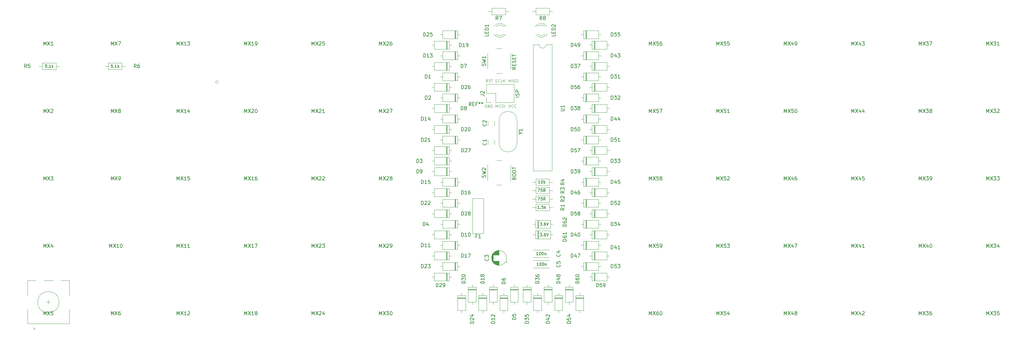
<source format=gbr>
G04 #@! TF.GenerationSoftware,KiCad,Pcbnew,6.0.4-6f826c9f35~116~ubuntu22.04.1*
G04 #@! TF.CreationDate,2022-03-31T12:47:23+02:00*
G04 #@! TF.ProjectId,lumberjack,6c756d62-6572-46a6-9163-6b2e6b696361,1.6*
G04 #@! TF.SameCoordinates,Original*
G04 #@! TF.FileFunction,Legend,Top*
G04 #@! TF.FilePolarity,Positive*
%FSLAX46Y46*%
G04 Gerber Fmt 4.6, Leading zero omitted, Abs format (unit mm)*
G04 Created by KiCad (PCBNEW 6.0.4-6f826c9f35~116~ubuntu22.04.1) date 2022-03-31 12:47:23*
%MOMM*%
%LPD*%
G01*
G04 APERTURE LIST*
%ADD10C,0.100000*%
%ADD11C,0.150000*%
%ADD12C,0.120000*%
G04 APERTURE END LIST*
D10*
X142767487Y-84729759D02*
X142691297Y-84691663D01*
X142577011Y-84691663D01*
X142462725Y-84729759D01*
X142386535Y-84805949D01*
X142348439Y-84882139D01*
X142310344Y-85034520D01*
X142310344Y-85148806D01*
X142348439Y-85301187D01*
X142386535Y-85377378D01*
X142462725Y-85453568D01*
X142577011Y-85491663D01*
X142653201Y-85491663D01*
X142767487Y-85453568D01*
X142805582Y-85415473D01*
X142805582Y-85148806D01*
X142653201Y-85148806D01*
X143148439Y-85491663D02*
X143148439Y-84691663D01*
X143605582Y-85491663D01*
X143605582Y-84691663D01*
X143986535Y-85491663D02*
X143986535Y-84691663D01*
X144177011Y-84691663D01*
X144291297Y-84729759D01*
X144367487Y-84805949D01*
X144405582Y-84882139D01*
X144443678Y-85034520D01*
X144443678Y-85148806D01*
X144405582Y-85301187D01*
X144367487Y-85377378D01*
X144291297Y-85453568D01*
X144177011Y-85491663D01*
X143986535Y-85491663D01*
X148969440Y-84691663D02*
X149236107Y-85491663D01*
X149502773Y-84691663D01*
X150226583Y-85415473D02*
X150188488Y-85453568D01*
X150074202Y-85491663D01*
X149998011Y-85491663D01*
X149883726Y-85453568D01*
X149807535Y-85377378D01*
X149769440Y-85301187D01*
X149731345Y-85148806D01*
X149731345Y-85034520D01*
X149769440Y-84882139D01*
X149807535Y-84805949D01*
X149883726Y-84729759D01*
X149998011Y-84691663D01*
X150074202Y-84691663D01*
X150188488Y-84729759D01*
X150226583Y-84767854D01*
X151026583Y-85415473D02*
X150988488Y-85453568D01*
X150874202Y-85491663D01*
X150798011Y-85491663D01*
X150683726Y-85453568D01*
X150607535Y-85377378D01*
X150569440Y-85301187D01*
X150531345Y-85148806D01*
X150531345Y-85034520D01*
X150569440Y-84882139D01*
X150607535Y-84805949D01*
X150683726Y-84729759D01*
X150798011Y-84691663D01*
X150874202Y-84691663D01*
X150988488Y-84729759D01*
X151026583Y-84767854D01*
X145348603Y-85491663D02*
X145348603Y-84691663D01*
X145615269Y-85263092D01*
X145881936Y-84691663D01*
X145881936Y-85491663D01*
X146415269Y-84691663D02*
X146567650Y-84691663D01*
X146643841Y-84729759D01*
X146720031Y-84805949D01*
X146758126Y-84958330D01*
X146758126Y-85224997D01*
X146720031Y-85377378D01*
X146643841Y-85453568D01*
X146567650Y-85491663D01*
X146415269Y-85491663D01*
X146339079Y-85453568D01*
X146262888Y-85377378D01*
X146224793Y-85224997D01*
X146224793Y-84958330D01*
X146262888Y-84805949D01*
X146339079Y-84729759D01*
X146415269Y-84691663D01*
X147062888Y-85453568D02*
X147177174Y-85491663D01*
X147367650Y-85491663D01*
X147443841Y-85453568D01*
X147481936Y-85415473D01*
X147520031Y-85339282D01*
X147520031Y-85263092D01*
X147481936Y-85186901D01*
X147443841Y-85148806D01*
X147367650Y-85110711D01*
X147215269Y-85072616D01*
X147139079Y-85034520D01*
X147100984Y-84996425D01*
X147062888Y-84920235D01*
X147062888Y-84844044D01*
X147100984Y-84767854D01*
X147139079Y-84729759D01*
X147215269Y-84691663D01*
X147405746Y-84691663D01*
X147520031Y-84729759D01*
X147862888Y-85491663D02*
X147862888Y-84691663D01*
X145253365Y-78309812D02*
X145367650Y-78347907D01*
X145558126Y-78347907D01*
X145634317Y-78309812D01*
X145672412Y-78271717D01*
X145710507Y-78195526D01*
X145710507Y-78119336D01*
X145672412Y-78043145D01*
X145634317Y-78005050D01*
X145558126Y-77966955D01*
X145405746Y-77928860D01*
X145329555Y-77890764D01*
X145291460Y-77852669D01*
X145253365Y-77776479D01*
X145253365Y-77700288D01*
X145291460Y-77624098D01*
X145329555Y-77586003D01*
X145405746Y-77547907D01*
X145596222Y-77547907D01*
X145710507Y-77586003D01*
X146510507Y-78271717D02*
X146472412Y-78309812D01*
X146358126Y-78347907D01*
X146281936Y-78347907D01*
X146167650Y-78309812D01*
X146091460Y-78233622D01*
X146053365Y-78157431D01*
X146015269Y-78005050D01*
X146015269Y-77890764D01*
X146053365Y-77738383D01*
X146091460Y-77662193D01*
X146167650Y-77586003D01*
X146281936Y-77547907D01*
X146358126Y-77547907D01*
X146472412Y-77586003D01*
X146510507Y-77624098D01*
X147234317Y-78347907D02*
X146853365Y-78347907D01*
X146853365Y-77547907D01*
X147500984Y-78347907D02*
X147500984Y-77547907D01*
X147958126Y-78347907D02*
X147615269Y-77890764D01*
X147958126Y-77547907D02*
X147500984Y-78005050D01*
X149083726Y-78347907D02*
X149083726Y-77547907D01*
X149350392Y-78119336D01*
X149617059Y-77547907D01*
X149617059Y-78347907D01*
X149998011Y-78347907D02*
X149998011Y-77547907D01*
X150340869Y-78309812D02*
X150455154Y-78347907D01*
X150645630Y-78347907D01*
X150721821Y-78309812D01*
X150759916Y-78271717D01*
X150798011Y-78195526D01*
X150798011Y-78119336D01*
X150759916Y-78043145D01*
X150721821Y-78005050D01*
X150645630Y-77966955D01*
X150493250Y-77928860D01*
X150417059Y-77890764D01*
X150378964Y-77852669D01*
X150340869Y-77776479D01*
X150340869Y-77700288D01*
X150378964Y-77624098D01*
X150417059Y-77586003D01*
X150493250Y-77547907D01*
X150683726Y-77547907D01*
X150798011Y-77586003D01*
X151293250Y-77547907D02*
X151445630Y-77547907D01*
X151521821Y-77586003D01*
X151598011Y-77662193D01*
X151636107Y-77814574D01*
X151636107Y-78081241D01*
X151598011Y-78233622D01*
X151521821Y-78309812D01*
X151445630Y-78347907D01*
X151293250Y-78347907D01*
X151217059Y-78309812D01*
X151140869Y-78233622D01*
X151102773Y-78081241D01*
X151102773Y-77814574D01*
X151140869Y-77662193D01*
X151217059Y-77586003D01*
X151293250Y-77547907D01*
D11*
X151989467Y-82546523D02*
X150989467Y-82546523D01*
X151941848Y-82117952D02*
X151989467Y-81975094D01*
X151989467Y-81736999D01*
X151941848Y-81641761D01*
X151894229Y-81594142D01*
X151798991Y-81546523D01*
X151703753Y-81546523D01*
X151608515Y-81594142D01*
X151560896Y-81641761D01*
X151513277Y-81736999D01*
X151465658Y-81927475D01*
X151418039Y-82022713D01*
X151370420Y-82070333D01*
X151275182Y-82117952D01*
X151179944Y-82117952D01*
X151084706Y-82070333D01*
X151037087Y-82022713D01*
X150989467Y-81927475D01*
X150989467Y-81689380D01*
X151037087Y-81546523D01*
X151989467Y-81117952D02*
X150989467Y-81117952D01*
X150989467Y-80736999D01*
X151037087Y-80641761D01*
X151084706Y-80594142D01*
X151179944Y-80546523D01*
X151322801Y-80546523D01*
X151418039Y-80594142D01*
X151465658Y-80641761D01*
X151513277Y-80736999D01*
X151513277Y-81117952D01*
D10*
X143072249Y-78347907D02*
X142805582Y-77966955D01*
X142615106Y-78347907D02*
X142615106Y-77547907D01*
X142919868Y-77547907D01*
X142996059Y-77586003D01*
X143034154Y-77624098D01*
X143072249Y-77700288D01*
X143072249Y-77814574D01*
X143034154Y-77890764D01*
X142996059Y-77928860D01*
X142919868Y-77966955D01*
X142615106Y-77966955D01*
X143377011Y-78309812D02*
X143491297Y-78347907D01*
X143681773Y-78347907D01*
X143757963Y-78309812D01*
X143796059Y-78271717D01*
X143834154Y-78195526D01*
X143834154Y-78119336D01*
X143796059Y-78043145D01*
X143757963Y-78005050D01*
X143681773Y-77966955D01*
X143529392Y-77928860D01*
X143453201Y-77890764D01*
X143415106Y-77852669D01*
X143377011Y-77776479D01*
X143377011Y-77700288D01*
X143415106Y-77624098D01*
X143453201Y-77586003D01*
X143529392Y-77547907D01*
X143719868Y-77547907D01*
X143834154Y-77586003D01*
X144062725Y-77547907D02*
X144519868Y-77547907D01*
X144291297Y-78347907D02*
X144291297Y-77547907D01*
D11*
X142636949Y-95476120D02*
X142684568Y-95523739D01*
X142732187Y-95666596D01*
X142732187Y-95761834D01*
X142684568Y-95904692D01*
X142589330Y-95999930D01*
X142494092Y-96047549D01*
X142303616Y-96095168D01*
X142160759Y-96095168D01*
X141970283Y-96047549D01*
X141875045Y-95999930D01*
X141779807Y-95904692D01*
X141732187Y-95761834D01*
X141732187Y-95666596D01*
X141779807Y-95523739D01*
X141827426Y-95476120D01*
X142732187Y-94523739D02*
X142732187Y-95095168D01*
X142732187Y-94809454D02*
X141732187Y-94809454D01*
X141875045Y-94904692D01*
X141970283Y-94999930D01*
X142017902Y-95095168D01*
X142636949Y-90118303D02*
X142684568Y-90165922D01*
X142732187Y-90308779D01*
X142732187Y-90404017D01*
X142684568Y-90546875D01*
X142589330Y-90642113D01*
X142494092Y-90689732D01*
X142303616Y-90737351D01*
X142160759Y-90737351D01*
X141970283Y-90689732D01*
X141875045Y-90642113D01*
X141779807Y-90546875D01*
X141732187Y-90404017D01*
X141732187Y-90308779D01*
X141779807Y-90165922D01*
X141827426Y-90118303D01*
X141827426Y-89737351D02*
X141779807Y-89689732D01*
X141732187Y-89594494D01*
X141732187Y-89356398D01*
X141779807Y-89261160D01*
X141827426Y-89213541D01*
X141922664Y-89165922D01*
X142017902Y-89165922D01*
X142160759Y-89213541D01*
X142732187Y-89784970D01*
X142732187Y-89165922D01*
X162218768Y-64817538D02*
X162218768Y-65293729D01*
X161218768Y-65293729D01*
X161694959Y-64484205D02*
X161694959Y-64150871D01*
X162218768Y-64008014D02*
X162218768Y-64484205D01*
X161218768Y-64484205D01*
X161218768Y-64008014D01*
X162218768Y-63579443D02*
X161218768Y-63579443D01*
X161218768Y-63341348D01*
X161266388Y-63198491D01*
X161361626Y-63103252D01*
X161456864Y-63055633D01*
X161647340Y-63008014D01*
X161790197Y-63008014D01*
X161980673Y-63055633D01*
X162075911Y-63103252D01*
X162171149Y-63198491D01*
X162218768Y-63341348D01*
X162218768Y-63579443D01*
X161314007Y-62627062D02*
X161266388Y-62579443D01*
X161218768Y-62484205D01*
X161218768Y-62246110D01*
X161266388Y-62150871D01*
X161314007Y-62103252D01*
X161409245Y-62055633D01*
X161504483Y-62055633D01*
X161647340Y-62103252D01*
X162218768Y-62674681D01*
X162218768Y-62055633D01*
X163758768Y-86486976D02*
X164568292Y-86486976D01*
X164663530Y-86439357D01*
X164711149Y-86391738D01*
X164758768Y-86296500D01*
X164758768Y-86106024D01*
X164711149Y-86010786D01*
X164663530Y-85963167D01*
X164568292Y-85915548D01*
X163758768Y-85915548D01*
X164758768Y-84915548D02*
X164758768Y-85486976D01*
X164758768Y-85201262D02*
X163758768Y-85201262D01*
X163901626Y-85296500D01*
X163996864Y-85391738D01*
X164044483Y-85486976D01*
X140073221Y-121808988D02*
X139739888Y-121808988D01*
X139739888Y-122332797D02*
X139739888Y-121332797D01*
X140216078Y-121332797D01*
X141120840Y-122332797D02*
X140549412Y-122332797D01*
X140835126Y-122332797D02*
X140835126Y-121332797D01*
X140739888Y-121475655D01*
X140644650Y-121570893D01*
X140549412Y-121618512D01*
X125468260Y-83200887D02*
X125468260Y-82200887D01*
X125706356Y-82200887D01*
X125849213Y-82248507D01*
X125944451Y-82343745D01*
X125992070Y-82438983D01*
X126039689Y-82629459D01*
X126039689Y-82772316D01*
X125992070Y-82962792D01*
X125944451Y-83058030D01*
X125849213Y-83153268D01*
X125706356Y-83200887D01*
X125468260Y-83200887D01*
X126420641Y-82296126D02*
X126468260Y-82248507D01*
X126563498Y-82200887D01*
X126801594Y-82200887D01*
X126896832Y-82248507D01*
X126944451Y-82296126D01*
X126992070Y-82391364D01*
X126992070Y-82486602D01*
X126944451Y-82629459D01*
X126373022Y-83200887D01*
X126992070Y-83200887D01*
X124872947Y-118919667D02*
X124872947Y-117919667D01*
X125111043Y-117919667D01*
X125253900Y-117967287D01*
X125349138Y-118062525D01*
X125396757Y-118157763D01*
X125444376Y-118348239D01*
X125444376Y-118491096D01*
X125396757Y-118681572D01*
X125349138Y-118776810D01*
X125253900Y-118872048D01*
X125111043Y-118919667D01*
X124872947Y-118919667D01*
X126301519Y-118253001D02*
X126301519Y-118919667D01*
X126063423Y-117872048D02*
X125825328Y-118586334D01*
X126444376Y-118586334D01*
X151066569Y-145399154D02*
X150066569Y-145399154D01*
X150066569Y-145161059D01*
X150114189Y-145018201D01*
X150209427Y-144922963D01*
X150304665Y-144875344D01*
X150495141Y-144827725D01*
X150637998Y-144827725D01*
X150828474Y-144875344D01*
X150923712Y-144922963D01*
X151018950Y-145018201D01*
X151066569Y-145161059D01*
X151066569Y-145399154D01*
X150066569Y-143922963D02*
X150066569Y-144399154D01*
X150542760Y-144446773D01*
X150495141Y-144399154D01*
X150447522Y-144303916D01*
X150447522Y-144065820D01*
X150495141Y-143970582D01*
X150542760Y-143922963D01*
X150637998Y-143875344D01*
X150876093Y-143875344D01*
X150971331Y-143922963D01*
X151018950Y-143970582D01*
X151066569Y-144065820D01*
X151066569Y-144303916D01*
X151018950Y-144399154D01*
X150971331Y-144446773D01*
X148090004Y-135278833D02*
X147090004Y-135278833D01*
X147090004Y-135040738D01*
X147137624Y-134897880D01*
X147232862Y-134802642D01*
X147328100Y-134755023D01*
X147518576Y-134707404D01*
X147661433Y-134707404D01*
X147851909Y-134755023D01*
X147947147Y-134802642D01*
X148042385Y-134897880D01*
X148090004Y-135040738D01*
X148090004Y-135278833D01*
X147090004Y-133850261D02*
X147090004Y-134040738D01*
X147137624Y-134135976D01*
X147185243Y-134183595D01*
X147328100Y-134278833D01*
X147518576Y-134326452D01*
X147899528Y-134326452D01*
X147994766Y-134278833D01*
X148042385Y-134231214D01*
X148090004Y-134135976D01*
X148090004Y-133945499D01*
X148042385Y-133850261D01*
X147994766Y-133802642D01*
X147899528Y-133755023D01*
X147661433Y-133755023D01*
X147566195Y-133802642D01*
X147518576Y-133850261D01*
X147470957Y-133945499D01*
X147470957Y-134135976D01*
X147518576Y-134231214D01*
X147566195Y-134278833D01*
X147661433Y-134326452D01*
X145113439Y-146470657D02*
X144113439Y-146470657D01*
X144113439Y-146232562D01*
X144161059Y-146089705D01*
X144256297Y-145994467D01*
X144351535Y-145946848D01*
X144542011Y-145899229D01*
X144684868Y-145899229D01*
X144875344Y-145946848D01*
X144970582Y-145994467D01*
X145065820Y-146089705D01*
X145113439Y-146232562D01*
X145113439Y-146470657D01*
X145113439Y-144946848D02*
X145113439Y-145518276D01*
X145113439Y-145232562D02*
X144113439Y-145232562D01*
X144256297Y-145327800D01*
X144351535Y-145423038D01*
X144399154Y-145518276D01*
X144208678Y-144565895D02*
X144161059Y-144518276D01*
X144113439Y-144423038D01*
X144113439Y-144184943D01*
X144161059Y-144089705D01*
X144208678Y-144042086D01*
X144303916Y-143994467D01*
X144399154Y-143994467D01*
X144542011Y-144042086D01*
X145113439Y-144613514D01*
X145113439Y-143994467D01*
X139160309Y-146470657D02*
X138160309Y-146470657D01*
X138160309Y-146232562D01*
X138207929Y-146089705D01*
X138303167Y-145994467D01*
X138398405Y-145946848D01*
X138588881Y-145899229D01*
X138731738Y-145899229D01*
X138922214Y-145946848D01*
X139017452Y-145994467D01*
X139112690Y-146089705D01*
X139160309Y-146232562D01*
X139160309Y-146470657D01*
X138255548Y-145518276D02*
X138207929Y-145470657D01*
X138160309Y-145375419D01*
X138160309Y-145137324D01*
X138207929Y-145042086D01*
X138255548Y-144994467D01*
X138350786Y-144946848D01*
X138446024Y-144946848D01*
X138588881Y-144994467D01*
X139160309Y-145565895D01*
X139160309Y-144946848D01*
X138493643Y-144089705D02*
X139160309Y-144089705D01*
X138112690Y-144327800D02*
X138826976Y-144565895D01*
X138826976Y-143946848D01*
X143232262Y-128158961D02*
X143279881Y-128206580D01*
X143327500Y-128349437D01*
X143327500Y-128444675D01*
X143279881Y-128587533D01*
X143184643Y-128682771D01*
X143089405Y-128730390D01*
X142898929Y-128778009D01*
X142756072Y-128778009D01*
X142565596Y-128730390D01*
X142470358Y-128682771D01*
X142375120Y-128587533D01*
X142327500Y-128444675D01*
X142327500Y-128349437D01*
X142375120Y-128206580D01*
X142422739Y-128158961D01*
X142327500Y-127825628D02*
X142327500Y-127206580D01*
X142708453Y-127539914D01*
X142708453Y-127397056D01*
X142756072Y-127301818D01*
X142803691Y-127254199D01*
X142898929Y-127206580D01*
X143137024Y-127206580D01*
X143232262Y-127254199D01*
X143279881Y-127301818D01*
X143327500Y-127397056D01*
X143327500Y-127682771D01*
X143279881Y-127778009D01*
X143232262Y-127825628D01*
X125468260Y-77247757D02*
X125468260Y-76247757D01*
X125706356Y-76247757D01*
X125849213Y-76295377D01*
X125944451Y-76390615D01*
X125992070Y-76485853D01*
X126039689Y-76676329D01*
X126039689Y-76819186D01*
X125992070Y-77009662D01*
X125944451Y-77104900D01*
X125849213Y-77200138D01*
X125706356Y-77247757D01*
X125468260Y-77247757D01*
X126992070Y-77247757D02*
X126420641Y-77247757D01*
X126706356Y-77247757D02*
X126706356Y-76247757D01*
X126611117Y-76390615D01*
X126515879Y-76485853D01*
X126420641Y-76533472D01*
X142470507Y-105239673D02*
X142518126Y-105096816D01*
X142518126Y-104858720D01*
X142470507Y-104763482D01*
X142422888Y-104715863D01*
X142327650Y-104668244D01*
X142232412Y-104668244D01*
X142137174Y-104715863D01*
X142089555Y-104763482D01*
X142041936Y-104858720D01*
X141994317Y-105049197D01*
X141946698Y-105144435D01*
X141899079Y-105192054D01*
X141803841Y-105239673D01*
X141708603Y-105239673D01*
X141613365Y-105192054D01*
X141565746Y-105144435D01*
X141518126Y-105049197D01*
X141518126Y-104811101D01*
X141565746Y-104668244D01*
X141518126Y-104334911D02*
X142518126Y-104096816D01*
X141803841Y-103906340D01*
X142518126Y-103715863D01*
X141518126Y-103477768D01*
X141613365Y-103144435D02*
X141565746Y-103096816D01*
X141518126Y-103001578D01*
X141518126Y-102763482D01*
X141565746Y-102668244D01*
X141613365Y-102620625D01*
X141708603Y-102573006D01*
X141803841Y-102573006D01*
X141946698Y-102620625D01*
X142518126Y-103192054D01*
X142518126Y-102573006D01*
X150542760Y-105536917D02*
X150590379Y-105394060D01*
X150637998Y-105346441D01*
X150733236Y-105298822D01*
X150876093Y-105298822D01*
X150971331Y-105346441D01*
X151018950Y-105394060D01*
X151066569Y-105489298D01*
X151066569Y-105870251D01*
X150066569Y-105870251D01*
X150066569Y-105536917D01*
X150114189Y-105441679D01*
X150161808Y-105394060D01*
X150257046Y-105346441D01*
X150352284Y-105346441D01*
X150447522Y-105394060D01*
X150495141Y-105441679D01*
X150542760Y-105536917D01*
X150542760Y-105870251D01*
X150066569Y-104679775D02*
X150066569Y-104489298D01*
X150114189Y-104394060D01*
X150209427Y-104298822D01*
X150399903Y-104251203D01*
X150733236Y-104251203D01*
X150923712Y-104298822D01*
X151018950Y-104394060D01*
X151066569Y-104489298D01*
X151066569Y-104679775D01*
X151018950Y-104775013D01*
X150923712Y-104870251D01*
X150733236Y-104917870D01*
X150399903Y-104917870D01*
X150209427Y-104870251D01*
X150114189Y-104775013D01*
X150066569Y-104679775D01*
X150066569Y-103632155D02*
X150066569Y-103441679D01*
X150114189Y-103346441D01*
X150209427Y-103251203D01*
X150399903Y-103203584D01*
X150733236Y-103203584D01*
X150923712Y-103251203D01*
X151018950Y-103346441D01*
X151066569Y-103441679D01*
X151066569Y-103632155D01*
X151018950Y-103727394D01*
X150923712Y-103822632D01*
X150733236Y-103870251D01*
X150399903Y-103870251D01*
X150209427Y-103822632D01*
X150114189Y-103727394D01*
X150066569Y-103632155D01*
X150066569Y-102917870D02*
X150066569Y-102346441D01*
X151066569Y-102632155D02*
X150066569Y-102632155D01*
X166544707Y-146470657D02*
X165544707Y-146470657D01*
X165544707Y-146232562D01*
X165592327Y-146089705D01*
X165687565Y-145994467D01*
X165782803Y-145946848D01*
X165973279Y-145899229D01*
X166116136Y-145899229D01*
X166306612Y-145946848D01*
X166401850Y-145994467D01*
X166497088Y-146089705D01*
X166544707Y-146232562D01*
X166544707Y-146470657D01*
X165544707Y-144994467D02*
X165544707Y-145470657D01*
X166020898Y-145518276D01*
X165973279Y-145470657D01*
X165925660Y-145375419D01*
X165925660Y-145137324D01*
X165973279Y-145042086D01*
X166020898Y-144994467D01*
X166116136Y-144946848D01*
X166354231Y-144946848D01*
X166449469Y-144994467D01*
X166497088Y-145042086D01*
X166544707Y-145137324D01*
X166544707Y-145375419D01*
X166497088Y-145470657D01*
X166449469Y-145518276D01*
X165878041Y-144089705D02*
X166544707Y-144089705D01*
X165497088Y-144327800D02*
X166211374Y-144565895D01*
X166211374Y-143946848D01*
X143327500Y-64817538D02*
X143327500Y-65293729D01*
X142327500Y-65293729D01*
X142803691Y-64484205D02*
X142803691Y-64150871D01*
X143327500Y-64008014D02*
X143327500Y-64484205D01*
X142327500Y-64484205D01*
X142327500Y-64008014D01*
X143327500Y-63579443D02*
X142327500Y-63579443D01*
X142327500Y-63341348D01*
X142375120Y-63198491D01*
X142470358Y-63103252D01*
X142565596Y-63055633D01*
X142756072Y-63008014D01*
X142898929Y-63008014D01*
X143089405Y-63055633D01*
X143184643Y-63103252D01*
X143279881Y-63198491D01*
X143327500Y-63341348D01*
X143327500Y-63579443D01*
X143327500Y-62055633D02*
X143327500Y-62627062D01*
X143327500Y-62341348D02*
X142327500Y-62341348D01*
X142470358Y-62436586D01*
X142565596Y-62531824D01*
X142613215Y-62627062D01*
X124396757Y-130825927D02*
X124396757Y-129825927D01*
X124634852Y-129825927D01*
X124777709Y-129873547D01*
X124872947Y-129968785D01*
X124920566Y-130064023D01*
X124968185Y-130254499D01*
X124968185Y-130397356D01*
X124920566Y-130587832D01*
X124872947Y-130683070D01*
X124777709Y-130778308D01*
X124634852Y-130825927D01*
X124396757Y-130825927D01*
X125349138Y-129921166D02*
X125396757Y-129873547D01*
X125491995Y-129825927D01*
X125730090Y-129825927D01*
X125825328Y-129873547D01*
X125872947Y-129921166D01*
X125920566Y-130016404D01*
X125920566Y-130111642D01*
X125872947Y-130254499D01*
X125301519Y-130825927D01*
X125920566Y-130825927D01*
X126253900Y-129825927D02*
X126872947Y-129825927D01*
X126539614Y-130206880D01*
X126682471Y-130206880D01*
X126777709Y-130254499D01*
X126825328Y-130302118D01*
X126872947Y-130397356D01*
X126872947Y-130635451D01*
X126825328Y-130730689D01*
X126777709Y-130778308D01*
X126682471Y-130825927D01*
X126396757Y-130825927D01*
X126301519Y-130778308D01*
X126253900Y-130730689D01*
X124396757Y-124872797D02*
X124396757Y-123872797D01*
X124634852Y-123872797D01*
X124777709Y-123920417D01*
X124872947Y-124015655D01*
X124920566Y-124110893D01*
X124968185Y-124301369D01*
X124968185Y-124444226D01*
X124920566Y-124634702D01*
X124872947Y-124729940D01*
X124777709Y-124825178D01*
X124634852Y-124872797D01*
X124396757Y-124872797D01*
X125920566Y-124872797D02*
X125349138Y-124872797D01*
X125634852Y-124872797D02*
X125634852Y-123872797D01*
X125539614Y-124015655D01*
X125444376Y-124110893D01*
X125349138Y-124158512D01*
X126872947Y-124872797D02*
X126301519Y-124872797D01*
X126587233Y-124872797D02*
X126587233Y-123872797D01*
X126491995Y-124015655D01*
X126396757Y-124110893D01*
X126301519Y-124158512D01*
X135707704Y-115943102D02*
X135707704Y-114943102D01*
X135945799Y-114943102D01*
X136088656Y-114990722D01*
X136183894Y-115085960D01*
X136231513Y-115181198D01*
X136279132Y-115371674D01*
X136279132Y-115514531D01*
X136231513Y-115705007D01*
X136183894Y-115800245D01*
X136088656Y-115895483D01*
X135945799Y-115943102D01*
X135707704Y-115943102D01*
X136660085Y-115038341D02*
X136707704Y-114990722D01*
X136802942Y-114943102D01*
X137041037Y-114943102D01*
X137136275Y-114990722D01*
X137183894Y-115038341D01*
X137231513Y-115133579D01*
X137231513Y-115228817D01*
X137183894Y-115371674D01*
X136612466Y-115943102D01*
X137231513Y-115943102D01*
X137802942Y-115371674D02*
X137707704Y-115324055D01*
X137660085Y-115276436D01*
X137612466Y-115181198D01*
X137612466Y-115133579D01*
X137660085Y-115038341D01*
X137707704Y-114990722D01*
X137802942Y-114943102D01*
X137993418Y-114943102D01*
X138088656Y-114990722D01*
X138136275Y-115038341D01*
X138183894Y-115133579D01*
X138183894Y-115181198D01*
X138136275Y-115276436D01*
X138088656Y-115324055D01*
X137993418Y-115371674D01*
X137802942Y-115371674D01*
X137707704Y-115419293D01*
X137660085Y-115466912D01*
X137612466Y-115562150D01*
X137612466Y-115752626D01*
X137660085Y-115847864D01*
X137707704Y-115895483D01*
X137802942Y-115943102D01*
X137993418Y-115943102D01*
X138088656Y-115895483D01*
X138136275Y-115847864D01*
X138183894Y-115752626D01*
X138183894Y-115562150D01*
X138136275Y-115466912D01*
X138088656Y-115419293D01*
X137993418Y-115371674D01*
X124396757Y-112966537D02*
X124396757Y-111966537D01*
X124634852Y-111966537D01*
X124777709Y-112014157D01*
X124872947Y-112109395D01*
X124920566Y-112204633D01*
X124968185Y-112395109D01*
X124968185Y-112537966D01*
X124920566Y-112728442D01*
X124872947Y-112823680D01*
X124777709Y-112918918D01*
X124634852Y-112966537D01*
X124396757Y-112966537D01*
X125349138Y-112061776D02*
X125396757Y-112014157D01*
X125491995Y-111966537D01*
X125730090Y-111966537D01*
X125825328Y-112014157D01*
X125872947Y-112061776D01*
X125920566Y-112157014D01*
X125920566Y-112252252D01*
X125872947Y-112395109D01*
X125301519Y-112966537D01*
X125920566Y-112966537D01*
X126301519Y-112061776D02*
X126349138Y-112014157D01*
X126444376Y-111966537D01*
X126682471Y-111966537D01*
X126777709Y-112014157D01*
X126825328Y-112061776D01*
X126872947Y-112157014D01*
X126872947Y-112252252D01*
X126825328Y-112395109D01*
X126253900Y-112966537D01*
X126872947Y-112966537D01*
X135707704Y-109989972D02*
X135707704Y-108989972D01*
X135945799Y-108989972D01*
X136088656Y-109037592D01*
X136183894Y-109132830D01*
X136231513Y-109228068D01*
X136279132Y-109418544D01*
X136279132Y-109561401D01*
X136231513Y-109751877D01*
X136183894Y-109847115D01*
X136088656Y-109942353D01*
X135945799Y-109989972D01*
X135707704Y-109989972D01*
X137231513Y-109989972D02*
X136660085Y-109989972D01*
X136945799Y-109989972D02*
X136945799Y-108989972D01*
X136850561Y-109132830D01*
X136755323Y-109228068D01*
X136660085Y-109275687D01*
X138088656Y-108989972D02*
X137898180Y-108989972D01*
X137802942Y-109037592D01*
X137755323Y-109085211D01*
X137660085Y-109228068D01*
X137612466Y-109418544D01*
X137612466Y-109799496D01*
X137660085Y-109894734D01*
X137707704Y-109942353D01*
X137802942Y-109989972D01*
X137993418Y-109989972D01*
X138088656Y-109942353D01*
X138136275Y-109894734D01*
X138183894Y-109799496D01*
X138183894Y-109561401D01*
X138136275Y-109466163D01*
X138088656Y-109418544D01*
X137993418Y-109370925D01*
X137802942Y-109370925D01*
X137707704Y-109418544D01*
X137660085Y-109466163D01*
X137612466Y-109561401D01*
X135707704Y-121896232D02*
X135707704Y-120896232D01*
X135945799Y-120896232D01*
X136088656Y-120943852D01*
X136183894Y-121039090D01*
X136231513Y-121134328D01*
X136279132Y-121324804D01*
X136279132Y-121467661D01*
X136231513Y-121658137D01*
X136183894Y-121753375D01*
X136088656Y-121848613D01*
X135945799Y-121896232D01*
X135707704Y-121896232D01*
X137231513Y-121896232D02*
X136660085Y-121896232D01*
X136945799Y-121896232D02*
X136945799Y-120896232D01*
X136850561Y-121039090D01*
X136755323Y-121134328D01*
X136660085Y-121181947D01*
X137850561Y-120896232D02*
X137945799Y-120896232D01*
X138041037Y-120943852D01*
X138088656Y-120991471D01*
X138136275Y-121086709D01*
X138183894Y-121277185D01*
X138183894Y-121515280D01*
X138136275Y-121705756D01*
X138088656Y-121800994D01*
X138041037Y-121848613D01*
X137945799Y-121896232D01*
X137850561Y-121896232D01*
X137755323Y-121848613D01*
X137707704Y-121800994D01*
X137660085Y-121705756D01*
X137612466Y-121515280D01*
X137612466Y-121277185D01*
X137660085Y-121086709D01*
X137707704Y-120991471D01*
X137755323Y-120943852D01*
X137850561Y-120896232D01*
X135707704Y-98083712D02*
X135707704Y-97083712D01*
X135945799Y-97083712D01*
X136088656Y-97131332D01*
X136183894Y-97226570D01*
X136231513Y-97321808D01*
X136279132Y-97512284D01*
X136279132Y-97655141D01*
X136231513Y-97845617D01*
X136183894Y-97940855D01*
X136088656Y-98036093D01*
X135945799Y-98083712D01*
X135707704Y-98083712D01*
X136660085Y-97178951D02*
X136707704Y-97131332D01*
X136802942Y-97083712D01*
X137041037Y-97083712D01*
X137136275Y-97131332D01*
X137183894Y-97178951D01*
X137231513Y-97274189D01*
X137231513Y-97369427D01*
X137183894Y-97512284D01*
X136612466Y-98083712D01*
X137231513Y-98083712D01*
X137564847Y-97083712D02*
X138231513Y-97083712D01*
X137802942Y-98083712D01*
X124396757Y-95107147D02*
X124396757Y-94107147D01*
X124634852Y-94107147D01*
X124777709Y-94154767D01*
X124872947Y-94250005D01*
X124920566Y-94345243D01*
X124968185Y-94535719D01*
X124968185Y-94678576D01*
X124920566Y-94869052D01*
X124872947Y-94964290D01*
X124777709Y-95059528D01*
X124634852Y-95107147D01*
X124396757Y-95107147D01*
X125349138Y-94202386D02*
X125396757Y-94154767D01*
X125491995Y-94107147D01*
X125730090Y-94107147D01*
X125825328Y-94154767D01*
X125872947Y-94202386D01*
X125920566Y-94297624D01*
X125920566Y-94392862D01*
X125872947Y-94535719D01*
X125301519Y-95107147D01*
X125920566Y-95107147D01*
X126872947Y-95107147D02*
X126301519Y-95107147D01*
X126587233Y-95107147D02*
X126587233Y-94107147D01*
X126491995Y-94250005D01*
X126396757Y-94345243D01*
X126301519Y-94392862D01*
X123087008Y-104036842D02*
X123087008Y-103036842D01*
X123325104Y-103036842D01*
X123467961Y-103084462D01*
X123563199Y-103179700D01*
X123610818Y-103274938D01*
X123658437Y-103465414D01*
X123658437Y-103608271D01*
X123610818Y-103798747D01*
X123563199Y-103893985D01*
X123467961Y-103989223D01*
X123325104Y-104036842D01*
X123087008Y-104036842D01*
X124134627Y-104036842D02*
X124325104Y-104036842D01*
X124420342Y-103989223D01*
X124467961Y-103941604D01*
X124563199Y-103798747D01*
X124610818Y-103608271D01*
X124610818Y-103227319D01*
X124563199Y-103132081D01*
X124515580Y-103084462D01*
X124420342Y-103036842D01*
X124229865Y-103036842D01*
X124134627Y-103084462D01*
X124087008Y-103132081D01*
X124039389Y-103227319D01*
X124039389Y-103465414D01*
X124087008Y-103560652D01*
X124134627Y-103608271D01*
X124229865Y-103655890D01*
X124420342Y-103655890D01*
X124515580Y-103608271D01*
X124563199Y-103560652D01*
X124610818Y-103465414D01*
X135707704Y-92130582D02*
X135707704Y-91130582D01*
X135945799Y-91130582D01*
X136088656Y-91178202D01*
X136183894Y-91273440D01*
X136231513Y-91368678D01*
X136279132Y-91559154D01*
X136279132Y-91702011D01*
X136231513Y-91892487D01*
X136183894Y-91987725D01*
X136088656Y-92082963D01*
X135945799Y-92130582D01*
X135707704Y-92130582D01*
X136660085Y-91225821D02*
X136707704Y-91178202D01*
X136802942Y-91130582D01*
X137041037Y-91130582D01*
X137136275Y-91178202D01*
X137183894Y-91225821D01*
X137231513Y-91321059D01*
X137231513Y-91416297D01*
X137183894Y-91559154D01*
X136612466Y-92130582D01*
X137231513Y-92130582D01*
X137850561Y-91130582D02*
X137945799Y-91130582D01*
X138041037Y-91178202D01*
X138088656Y-91225821D01*
X138136275Y-91321059D01*
X138183894Y-91511535D01*
X138183894Y-91749630D01*
X138136275Y-91940106D01*
X138088656Y-92035344D01*
X138041037Y-92082963D01*
X137945799Y-92130582D01*
X137850561Y-92130582D01*
X137755323Y-92082963D01*
X137707704Y-92035344D01*
X137660085Y-91940106D01*
X137612466Y-91749630D01*
X137612466Y-91511535D01*
X137660085Y-91321059D01*
X137707704Y-91225821D01*
X137755323Y-91178202D01*
X137850561Y-91130582D01*
X124396757Y-89154017D02*
X124396757Y-88154017D01*
X124634852Y-88154017D01*
X124777709Y-88201637D01*
X124872947Y-88296875D01*
X124920566Y-88392113D01*
X124968185Y-88582589D01*
X124968185Y-88725446D01*
X124920566Y-88915922D01*
X124872947Y-89011160D01*
X124777709Y-89106398D01*
X124634852Y-89154017D01*
X124396757Y-89154017D01*
X125920566Y-89154017D02*
X125349138Y-89154017D01*
X125634852Y-89154017D02*
X125634852Y-88154017D01*
X125539614Y-88296875D01*
X125444376Y-88392113D01*
X125349138Y-88439732D01*
X126777709Y-88487351D02*
X126777709Y-89154017D01*
X126539614Y-88106398D02*
X126301519Y-88820684D01*
X126920566Y-88820684D01*
X135588581Y-86177452D02*
X135588581Y-85177452D01*
X135826677Y-85177452D01*
X135969534Y-85225072D01*
X136064772Y-85320310D01*
X136112391Y-85415548D01*
X136160010Y-85606024D01*
X136160010Y-85748881D01*
X136112391Y-85939357D01*
X136064772Y-86034595D01*
X135969534Y-86129833D01*
X135826677Y-86177452D01*
X135588581Y-86177452D01*
X136731438Y-85606024D02*
X136636200Y-85558405D01*
X136588581Y-85510786D01*
X136540962Y-85415548D01*
X136540962Y-85367929D01*
X136588581Y-85272691D01*
X136636200Y-85225072D01*
X136731438Y-85177452D01*
X136921915Y-85177452D01*
X137017153Y-85225072D01*
X137064772Y-85272691D01*
X137112391Y-85367929D01*
X137112391Y-85415548D01*
X137064772Y-85510786D01*
X137017153Y-85558405D01*
X136921915Y-85606024D01*
X136731438Y-85606024D01*
X136636200Y-85653643D01*
X136588581Y-85701262D01*
X136540962Y-85796500D01*
X136540962Y-85986976D01*
X136588581Y-86082214D01*
X136636200Y-86129833D01*
X136731438Y-86177452D01*
X136921915Y-86177452D01*
X137017153Y-86129833D01*
X137064772Y-86082214D01*
X137112391Y-85986976D01*
X137112391Y-85796500D01*
X137064772Y-85701262D01*
X137017153Y-85653643D01*
X136921915Y-85606024D01*
X177974927Y-77247757D02*
X177974927Y-76247757D01*
X178213022Y-76247757D01*
X178355879Y-76295377D01*
X178451117Y-76390615D01*
X178498736Y-76485853D01*
X178546355Y-76676329D01*
X178546355Y-76819186D01*
X178498736Y-77009662D01*
X178451117Y-77104900D01*
X178355879Y-77200138D01*
X178213022Y-77247757D01*
X177974927Y-77247757D01*
X178879689Y-76247757D02*
X179498736Y-76247757D01*
X179165403Y-76628710D01*
X179308260Y-76628710D01*
X179403498Y-76676329D01*
X179451117Y-76723948D01*
X179498736Y-76819186D01*
X179498736Y-77057281D01*
X179451117Y-77152519D01*
X179403498Y-77200138D01*
X179308260Y-77247757D01*
X179022546Y-77247757D01*
X178927308Y-77200138D01*
X178879689Y-77152519D01*
X180451117Y-77247757D02*
X179879689Y-77247757D01*
X180165403Y-77247757D02*
X180165403Y-76247757D01*
X180070165Y-76390615D01*
X179974927Y-76485853D01*
X179879689Y-76533472D01*
X135588581Y-74271192D02*
X135588581Y-73271192D01*
X135826677Y-73271192D01*
X135969534Y-73318812D01*
X136064772Y-73414050D01*
X136112391Y-73509288D01*
X136160010Y-73699764D01*
X136160010Y-73842621D01*
X136112391Y-74033097D01*
X136064772Y-74128335D01*
X135969534Y-74223573D01*
X135826677Y-74271192D01*
X135588581Y-74271192D01*
X136493343Y-73271192D02*
X137160010Y-73271192D01*
X136731438Y-74271192D01*
X166663980Y-74271192D02*
X166663980Y-73271192D01*
X166902075Y-73271192D01*
X167044932Y-73318812D01*
X167140170Y-73414050D01*
X167187789Y-73509288D01*
X167235408Y-73699764D01*
X167235408Y-73842621D01*
X167187789Y-74033097D01*
X167140170Y-74128335D01*
X167044932Y-74223573D01*
X166902075Y-74271192D01*
X166663980Y-74271192D01*
X167568742Y-73271192D02*
X168187789Y-73271192D01*
X167854456Y-73652145D01*
X167997313Y-73652145D01*
X168092551Y-73699764D01*
X168140170Y-73747383D01*
X168187789Y-73842621D01*
X168187789Y-74080716D01*
X168140170Y-74175954D01*
X168092551Y-74223573D01*
X167997313Y-74271192D01*
X167711599Y-74271192D01*
X167616361Y-74223573D01*
X167568742Y-74175954D01*
X168521123Y-73271192D02*
X169187789Y-73271192D01*
X168759218Y-74271192D01*
X135112391Y-68318062D02*
X135112391Y-67318062D01*
X135350486Y-67318062D01*
X135493343Y-67365682D01*
X135588581Y-67460920D01*
X135636200Y-67556158D01*
X135683819Y-67746634D01*
X135683819Y-67889491D01*
X135636200Y-68079967D01*
X135588581Y-68175205D01*
X135493343Y-68270443D01*
X135350486Y-68318062D01*
X135112391Y-68318062D01*
X136636200Y-68318062D02*
X136064772Y-68318062D01*
X136350486Y-68318062D02*
X136350486Y-67318062D01*
X136255248Y-67460920D01*
X136160010Y-67556158D01*
X136064772Y-67603777D01*
X137112391Y-68318062D02*
X137302867Y-68318062D01*
X137398105Y-68270443D01*
X137445724Y-68222824D01*
X137540962Y-68079967D01*
X137588581Y-67889491D01*
X137588581Y-67508539D01*
X137540962Y-67413301D01*
X137493343Y-67365682D01*
X137398105Y-67318062D01*
X137207629Y-67318062D01*
X137112391Y-67365682D01*
X137064772Y-67413301D01*
X137017153Y-67508539D01*
X137017153Y-67746634D01*
X137064772Y-67841872D01*
X137112391Y-67889491D01*
X137207629Y-67937110D01*
X137398105Y-67937110D01*
X137493343Y-67889491D01*
X137540962Y-67841872D01*
X137588581Y-67746634D01*
X163568142Y-135159710D02*
X162568142Y-135159710D01*
X162568142Y-134921615D01*
X162615762Y-134778758D01*
X162711000Y-134683520D01*
X162806238Y-134635901D01*
X162996714Y-134588282D01*
X163139571Y-134588282D01*
X163330047Y-134635901D01*
X163425285Y-134683520D01*
X163520523Y-134778758D01*
X163568142Y-134921615D01*
X163568142Y-135159710D01*
X162901476Y-133731139D02*
X163568142Y-133731139D01*
X162520523Y-133969234D02*
X163234809Y-134207329D01*
X163234809Y-133588282D01*
X162996714Y-133064472D02*
X162949095Y-133159710D01*
X162901476Y-133207329D01*
X162806238Y-133254948D01*
X162758619Y-133254948D01*
X162663381Y-133207329D01*
X162615762Y-133159710D01*
X162568142Y-133064472D01*
X162568142Y-132873996D01*
X162615762Y-132778758D01*
X162663381Y-132731139D01*
X162758619Y-132683520D01*
X162806238Y-132683520D01*
X162901476Y-132731139D01*
X162949095Y-132778758D01*
X162996714Y-132873996D01*
X162996714Y-133064472D01*
X163044333Y-133159710D01*
X163091952Y-133207329D01*
X163187190Y-133254948D01*
X163377666Y-133254948D01*
X163472904Y-133207329D01*
X163520523Y-133159710D01*
X163568142Y-133064472D01*
X163568142Y-132873996D01*
X163520523Y-132778758D01*
X163472904Y-132731139D01*
X163377666Y-132683520D01*
X163187190Y-132683520D01*
X163091952Y-132731139D01*
X163044333Y-132778758D01*
X162996714Y-132873996D01*
X142470507Y-73688084D02*
X142518126Y-73545227D01*
X142518126Y-73307131D01*
X142470507Y-73211893D01*
X142422888Y-73164274D01*
X142327650Y-73116655D01*
X142232412Y-73116655D01*
X142137174Y-73164274D01*
X142089555Y-73211893D01*
X142041936Y-73307131D01*
X141994317Y-73497608D01*
X141946698Y-73592846D01*
X141899079Y-73640465D01*
X141803841Y-73688084D01*
X141708603Y-73688084D01*
X141613365Y-73640465D01*
X141565746Y-73592846D01*
X141518126Y-73497608D01*
X141518126Y-73259512D01*
X141565746Y-73116655D01*
X141518126Y-72783322D02*
X142518126Y-72545227D01*
X141803841Y-72354751D01*
X142518126Y-72164274D01*
X141518126Y-71926179D01*
X142518126Y-71021417D02*
X142518126Y-71592846D01*
X142518126Y-71307131D02*
X141518126Y-71307131D01*
X141660984Y-71402370D01*
X141756222Y-71497608D01*
X141803841Y-71592846D01*
X151066569Y-74080566D02*
X150590379Y-74413900D01*
X151066569Y-74651995D02*
X150066569Y-74651995D01*
X150066569Y-74271043D01*
X150114189Y-74175805D01*
X150161808Y-74128186D01*
X150257046Y-74080566D01*
X150399903Y-74080566D01*
X150495141Y-74128186D01*
X150542760Y-74175805D01*
X150590379Y-74271043D01*
X150590379Y-74651995D01*
X150542760Y-73651995D02*
X150542760Y-73318662D01*
X151066569Y-73175805D02*
X151066569Y-73651995D01*
X150066569Y-73651995D01*
X150066569Y-73175805D01*
X151018950Y-72794852D02*
X151066569Y-72651995D01*
X151066569Y-72413900D01*
X151018950Y-72318662D01*
X150971331Y-72271043D01*
X150876093Y-72223424D01*
X150780855Y-72223424D01*
X150685617Y-72271043D01*
X150637998Y-72318662D01*
X150590379Y-72413900D01*
X150542760Y-72604376D01*
X150495141Y-72699614D01*
X150447522Y-72747233D01*
X150352284Y-72794852D01*
X150257046Y-72794852D01*
X150161808Y-72747233D01*
X150114189Y-72699614D01*
X150066569Y-72604376D01*
X150066569Y-72366281D01*
X150114189Y-72223424D01*
X150542760Y-71794852D02*
X150542760Y-71461519D01*
X151066569Y-71318662D02*
X151066569Y-71794852D01*
X150066569Y-71794852D01*
X150066569Y-71318662D01*
X150066569Y-71032947D02*
X150066569Y-70461519D01*
X151066569Y-70747233D02*
X150066569Y-70747233D01*
X163472904Y-126968335D02*
X163520523Y-127015954D01*
X163568142Y-127158811D01*
X163568142Y-127254049D01*
X163520523Y-127396907D01*
X163425285Y-127492145D01*
X163330047Y-127539764D01*
X163139571Y-127587383D01*
X162996714Y-127587383D01*
X162806238Y-127539764D01*
X162711000Y-127492145D01*
X162615762Y-127396907D01*
X162568142Y-127254049D01*
X162568142Y-127158811D01*
X162615762Y-127015954D01*
X162663381Y-126968335D01*
X162901476Y-126111192D02*
X163568142Y-126111192D01*
X162520523Y-126349288D02*
X163234809Y-126587383D01*
X163234809Y-125968335D01*
X157339271Y-127163573D02*
X156882129Y-127163573D01*
X157110700Y-127163573D02*
X157110700Y-126363573D01*
X157034510Y-126477859D01*
X156958319Y-126554049D01*
X156882129Y-126592145D01*
X157834510Y-126363573D02*
X157910700Y-126363573D01*
X157986890Y-126401669D01*
X158024986Y-126439764D01*
X158063081Y-126515954D01*
X158101176Y-126668335D01*
X158101176Y-126858811D01*
X158063081Y-127011192D01*
X158024986Y-127087383D01*
X157986890Y-127125478D01*
X157910700Y-127163573D01*
X157834510Y-127163573D01*
X157758319Y-127125478D01*
X157720224Y-127087383D01*
X157682129Y-127011192D01*
X157644033Y-126858811D01*
X157644033Y-126668335D01*
X157682129Y-126515954D01*
X157720224Y-126439764D01*
X157758319Y-126401669D01*
X157834510Y-126363573D01*
X158596414Y-126363573D02*
X158672605Y-126363573D01*
X158748795Y-126401669D01*
X158786890Y-126439764D01*
X158824986Y-126515954D01*
X158863081Y-126668335D01*
X158863081Y-126858811D01*
X158824986Y-127011192D01*
X158786890Y-127087383D01*
X158748795Y-127125478D01*
X158672605Y-127163573D01*
X158596414Y-127163573D01*
X158520224Y-127125478D01*
X158482129Y-127087383D01*
X158444033Y-127011192D01*
X158405938Y-126858811D01*
X158405938Y-126668335D01*
X158444033Y-126515954D01*
X158482129Y-126439764D01*
X158520224Y-126401669D01*
X158596414Y-126363573D01*
X159205938Y-126630240D02*
X159205938Y-127163573D01*
X159205938Y-126706430D02*
X159244033Y-126668335D01*
X159320224Y-126630240D01*
X159434510Y-126630240D01*
X159510700Y-126668335D01*
X159548795Y-126744526D01*
X159548795Y-127163573D01*
X136779057Y-135159710D02*
X135779057Y-135159710D01*
X135779057Y-134921615D01*
X135826677Y-134778758D01*
X135921915Y-134683520D01*
X136017153Y-134635901D01*
X136207629Y-134588282D01*
X136350486Y-134588282D01*
X136540962Y-134635901D01*
X136636200Y-134683520D01*
X136731438Y-134778758D01*
X136779057Y-134921615D01*
X136779057Y-135159710D01*
X135779057Y-134254948D02*
X135779057Y-133635901D01*
X136160010Y-133969234D01*
X136160010Y-133826377D01*
X136207629Y-133731139D01*
X136255248Y-133683520D01*
X136350486Y-133635901D01*
X136588581Y-133635901D01*
X136683819Y-133683520D01*
X136731438Y-133731139D01*
X136779057Y-133826377D01*
X136779057Y-134112091D01*
X136731438Y-134207329D01*
X136683819Y-134254948D01*
X135779057Y-133016853D02*
X135779057Y-132921615D01*
X135826677Y-132826377D01*
X135874296Y-132778758D01*
X135969534Y-132731139D01*
X136160010Y-132683520D01*
X136398105Y-132683520D01*
X136588581Y-132731139D01*
X136683819Y-132778758D01*
X136731438Y-132826377D01*
X136779057Y-132921615D01*
X136779057Y-133016853D01*
X136731438Y-133112091D01*
X136683819Y-133159710D01*
X136588581Y-133207329D01*
X136398105Y-133254948D01*
X136160010Y-133254948D01*
X135969534Y-133207329D01*
X135874296Y-133159710D01*
X135826677Y-133112091D01*
X135779057Y-133016853D01*
X166663980Y-115943102D02*
X166663980Y-114943102D01*
X166902075Y-114943102D01*
X167044932Y-114990722D01*
X167140170Y-115085960D01*
X167187789Y-115181198D01*
X167235408Y-115371674D01*
X167235408Y-115514531D01*
X167187789Y-115705007D01*
X167140170Y-115800245D01*
X167044932Y-115895483D01*
X166902075Y-115943102D01*
X166663980Y-115943102D01*
X168140170Y-114943102D02*
X167663980Y-114943102D01*
X167616361Y-115419293D01*
X167663980Y-115371674D01*
X167759218Y-115324055D01*
X167997313Y-115324055D01*
X168092551Y-115371674D01*
X168140170Y-115419293D01*
X168187789Y-115514531D01*
X168187789Y-115752626D01*
X168140170Y-115847864D01*
X168092551Y-115895483D01*
X167997313Y-115943102D01*
X167759218Y-115943102D01*
X167663980Y-115895483D01*
X167616361Y-115847864D01*
X168759218Y-115371674D02*
X168663980Y-115324055D01*
X168616361Y-115276436D01*
X168568742Y-115181198D01*
X168568742Y-115133579D01*
X168616361Y-115038341D01*
X168663980Y-114990722D01*
X168759218Y-114943102D01*
X168949694Y-114943102D01*
X169044932Y-114990722D01*
X169092551Y-115038341D01*
X169140170Y-115133579D01*
X169140170Y-115181198D01*
X169092551Y-115276436D01*
X169044932Y-115324055D01*
X168949694Y-115371674D01*
X168759218Y-115371674D01*
X168663980Y-115419293D01*
X168616361Y-115466912D01*
X168568742Y-115562150D01*
X168568742Y-115752626D01*
X168616361Y-115847864D01*
X168663980Y-115895483D01*
X168759218Y-115943102D01*
X168949694Y-115943102D01*
X169044932Y-115895483D01*
X169092551Y-115847864D01*
X169140170Y-115752626D01*
X169140170Y-115562150D01*
X169092551Y-115466912D01*
X169044932Y-115419293D01*
X168949694Y-115371674D01*
X168925959Y-135159710D02*
X167925959Y-135159710D01*
X167925959Y-134921615D01*
X167973579Y-134778758D01*
X168068817Y-134683520D01*
X168164055Y-134635901D01*
X168354531Y-134588282D01*
X168497388Y-134588282D01*
X168687864Y-134635901D01*
X168783102Y-134683520D01*
X168878340Y-134778758D01*
X168925959Y-134921615D01*
X168925959Y-135159710D01*
X167925959Y-133731139D02*
X167925959Y-133921615D01*
X167973579Y-134016853D01*
X168021198Y-134064472D01*
X168164055Y-134159710D01*
X168354531Y-134207329D01*
X168735483Y-134207329D01*
X168830721Y-134159710D01*
X168878340Y-134112091D01*
X168925959Y-134016853D01*
X168925959Y-133826377D01*
X168878340Y-133731139D01*
X168830721Y-133683520D01*
X168735483Y-133635901D01*
X168497388Y-133635901D01*
X168402150Y-133683520D01*
X168354531Y-133731139D01*
X168306912Y-133826377D01*
X168306912Y-134016853D01*
X168354531Y-134112091D01*
X168402150Y-134159710D01*
X168497388Y-134207329D01*
X167925959Y-133016853D02*
X167925959Y-132921615D01*
X167973579Y-132826377D01*
X168021198Y-132778758D01*
X168116436Y-132731139D01*
X168306912Y-132683520D01*
X168545007Y-132683520D01*
X168735483Y-132731139D01*
X168830721Y-132778758D01*
X168878340Y-132826377D01*
X168925959Y-132921615D01*
X168925959Y-133016853D01*
X168878340Y-133112091D01*
X168830721Y-133159710D01*
X168735483Y-133207329D01*
X168545007Y-133254948D01*
X168306912Y-133254948D01*
X168116436Y-133207329D01*
X168021198Y-133159710D01*
X167973579Y-133112091D01*
X167925959Y-133016853D01*
X166663980Y-80224322D02*
X166663980Y-79224322D01*
X166902075Y-79224322D01*
X167044932Y-79271942D01*
X167140170Y-79367180D01*
X167187789Y-79462418D01*
X167235408Y-79652894D01*
X167235408Y-79795751D01*
X167187789Y-79986227D01*
X167140170Y-80081465D01*
X167044932Y-80176703D01*
X166902075Y-80224322D01*
X166663980Y-80224322D01*
X168140170Y-79224322D02*
X167663980Y-79224322D01*
X167616361Y-79700513D01*
X167663980Y-79652894D01*
X167759218Y-79605275D01*
X167997313Y-79605275D01*
X168092551Y-79652894D01*
X168140170Y-79700513D01*
X168187789Y-79795751D01*
X168187789Y-80033846D01*
X168140170Y-80129084D01*
X168092551Y-80176703D01*
X167997313Y-80224322D01*
X167759218Y-80224322D01*
X167663980Y-80176703D01*
X167616361Y-80129084D01*
X169044932Y-79224322D02*
X168854456Y-79224322D01*
X168759218Y-79271942D01*
X168711599Y-79319561D01*
X168616361Y-79462418D01*
X168568742Y-79652894D01*
X168568742Y-80033846D01*
X168616361Y-80129084D01*
X168663980Y-80176703D01*
X168759218Y-80224322D01*
X168949694Y-80224322D01*
X169044932Y-80176703D01*
X169092551Y-80129084D01*
X169140170Y-80033846D01*
X169140170Y-79795751D01*
X169092551Y-79700513D01*
X169044932Y-79652894D01*
X168949694Y-79605275D01*
X168759218Y-79605275D01*
X168663980Y-79652894D01*
X168616361Y-79700513D01*
X168568742Y-79795751D01*
X177974927Y-65341497D02*
X177974927Y-64341497D01*
X178213022Y-64341497D01*
X178355879Y-64389117D01*
X178451117Y-64484355D01*
X178498736Y-64579593D01*
X178546355Y-64770069D01*
X178546355Y-64912926D01*
X178498736Y-65103402D01*
X178451117Y-65198640D01*
X178355879Y-65293878D01*
X178213022Y-65341497D01*
X177974927Y-65341497D01*
X179451117Y-64341497D02*
X178974927Y-64341497D01*
X178927308Y-64817688D01*
X178974927Y-64770069D01*
X179070165Y-64722450D01*
X179308260Y-64722450D01*
X179403498Y-64770069D01*
X179451117Y-64817688D01*
X179498736Y-64912926D01*
X179498736Y-65151021D01*
X179451117Y-65246259D01*
X179403498Y-65293878D01*
X179308260Y-65341497D01*
X179070165Y-65341497D01*
X178974927Y-65293878D01*
X178927308Y-65246259D01*
X180403498Y-64341497D02*
X179927308Y-64341497D01*
X179879689Y-64817688D01*
X179927308Y-64770069D01*
X180022546Y-64722450D01*
X180260641Y-64722450D01*
X180355879Y-64770069D01*
X180403498Y-64817688D01*
X180451117Y-64912926D01*
X180451117Y-65151021D01*
X180403498Y-65246259D01*
X180355879Y-65293878D01*
X180260641Y-65341497D01*
X180022546Y-65341497D01*
X179927308Y-65293878D01*
X179879689Y-65246259D01*
X166663980Y-68318062D02*
X166663980Y-67318062D01*
X166902075Y-67318062D01*
X167044932Y-67365682D01*
X167140170Y-67460920D01*
X167187789Y-67556158D01*
X167235408Y-67746634D01*
X167235408Y-67889491D01*
X167187789Y-68079967D01*
X167140170Y-68175205D01*
X167044932Y-68270443D01*
X166902075Y-68318062D01*
X166663980Y-68318062D01*
X168092551Y-67651396D02*
X168092551Y-68318062D01*
X167854456Y-67270443D02*
X167616361Y-67984729D01*
X168235408Y-67984729D01*
X168663980Y-68318062D02*
X168854456Y-68318062D01*
X168949694Y-68270443D01*
X168997313Y-68222824D01*
X169092551Y-68079967D01*
X169140170Y-67889491D01*
X169140170Y-67508539D01*
X169092551Y-67413301D01*
X169044932Y-67365682D01*
X168949694Y-67318062D01*
X168759218Y-67318062D01*
X168663980Y-67365682D01*
X168616361Y-67413301D01*
X168568742Y-67508539D01*
X168568742Y-67746634D01*
X168616361Y-67841872D01*
X168663980Y-67889491D01*
X168759218Y-67937110D01*
X168949694Y-67937110D01*
X169044932Y-67889491D01*
X169092551Y-67841872D01*
X169140170Y-67746634D01*
X177974927Y-83200887D02*
X177974927Y-82200887D01*
X178213022Y-82200887D01*
X178355879Y-82248507D01*
X178451117Y-82343745D01*
X178498736Y-82438983D01*
X178546355Y-82629459D01*
X178546355Y-82772316D01*
X178498736Y-82962792D01*
X178451117Y-83058030D01*
X178355879Y-83153268D01*
X178213022Y-83200887D01*
X177974927Y-83200887D01*
X178879689Y-82200887D02*
X179498736Y-82200887D01*
X179165403Y-82581840D01*
X179308260Y-82581840D01*
X179403498Y-82629459D01*
X179451117Y-82677078D01*
X179498736Y-82772316D01*
X179498736Y-83010411D01*
X179451117Y-83105649D01*
X179403498Y-83153268D01*
X179308260Y-83200887D01*
X179022546Y-83200887D01*
X178927308Y-83153268D01*
X178879689Y-83105649D01*
X179879689Y-82296126D02*
X179927308Y-82248507D01*
X180022546Y-82200887D01*
X180260641Y-82200887D01*
X180355879Y-82248507D01*
X180403498Y-82296126D01*
X180451117Y-82391364D01*
X180451117Y-82486602D01*
X180403498Y-82629459D01*
X179832070Y-83200887D01*
X180451117Y-83200887D01*
X166663980Y-98083712D02*
X166663980Y-97083712D01*
X166902075Y-97083712D01*
X167044932Y-97131332D01*
X167140170Y-97226570D01*
X167187789Y-97321808D01*
X167235408Y-97512284D01*
X167235408Y-97655141D01*
X167187789Y-97845617D01*
X167140170Y-97940855D01*
X167044932Y-98036093D01*
X166902075Y-98083712D01*
X166663980Y-98083712D01*
X168140170Y-97083712D02*
X167663980Y-97083712D01*
X167616361Y-97559903D01*
X167663980Y-97512284D01*
X167759218Y-97464665D01*
X167997313Y-97464665D01*
X168092551Y-97512284D01*
X168140170Y-97559903D01*
X168187789Y-97655141D01*
X168187789Y-97893236D01*
X168140170Y-97988474D01*
X168092551Y-98036093D01*
X167997313Y-98083712D01*
X167759218Y-98083712D01*
X167663980Y-98036093D01*
X167616361Y-97988474D01*
X168521123Y-97083712D02*
X169187789Y-97083712D01*
X168759218Y-98083712D01*
X166663980Y-92130582D02*
X166663980Y-91130582D01*
X166902075Y-91130582D01*
X167044932Y-91178202D01*
X167140170Y-91273440D01*
X167187789Y-91368678D01*
X167235408Y-91559154D01*
X167235408Y-91702011D01*
X167187789Y-91892487D01*
X167140170Y-91987725D01*
X167044932Y-92082963D01*
X166902075Y-92130582D01*
X166663980Y-92130582D01*
X168140170Y-91130582D02*
X167663980Y-91130582D01*
X167616361Y-91606773D01*
X167663980Y-91559154D01*
X167759218Y-91511535D01*
X167997313Y-91511535D01*
X168092551Y-91559154D01*
X168140170Y-91606773D01*
X168187789Y-91702011D01*
X168187789Y-91940106D01*
X168140170Y-92035344D01*
X168092551Y-92082963D01*
X167997313Y-92130582D01*
X167759218Y-92130582D01*
X167663980Y-92082963D01*
X167616361Y-92035344D01*
X168806837Y-91130582D02*
X168902075Y-91130582D01*
X168997313Y-91178202D01*
X169044932Y-91225821D01*
X169092551Y-91321059D01*
X169140170Y-91511535D01*
X169140170Y-91749630D01*
X169092551Y-91940106D01*
X169044932Y-92035344D01*
X168997313Y-92082963D01*
X168902075Y-92130582D01*
X168806837Y-92130582D01*
X168711599Y-92082963D01*
X168663980Y-92035344D01*
X168616361Y-91940106D01*
X168568742Y-91749630D01*
X168568742Y-91511535D01*
X168616361Y-91321059D01*
X168663980Y-91225821D01*
X168711599Y-91178202D01*
X168806837Y-91130582D01*
X177974927Y-95107147D02*
X177974927Y-94107147D01*
X178213022Y-94107147D01*
X178355879Y-94154767D01*
X178451117Y-94250005D01*
X178498736Y-94345243D01*
X178546355Y-94535719D01*
X178546355Y-94678576D01*
X178498736Y-94869052D01*
X178451117Y-94964290D01*
X178355879Y-95059528D01*
X178213022Y-95107147D01*
X177974927Y-95107147D01*
X179451117Y-94107147D02*
X178974927Y-94107147D01*
X178927308Y-94583338D01*
X178974927Y-94535719D01*
X179070165Y-94488100D01*
X179308260Y-94488100D01*
X179403498Y-94535719D01*
X179451117Y-94583338D01*
X179498736Y-94678576D01*
X179498736Y-94916671D01*
X179451117Y-95011909D01*
X179403498Y-95059528D01*
X179308260Y-95107147D01*
X179070165Y-95107147D01*
X178974927Y-95059528D01*
X178927308Y-95011909D01*
X180451117Y-95107147D02*
X179879689Y-95107147D01*
X180165403Y-95107147D02*
X180165403Y-94107147D01*
X180070165Y-94250005D01*
X179974927Y-94345243D01*
X179879689Y-94392862D01*
X177974927Y-107013407D02*
X177974927Y-106013407D01*
X178213022Y-106013407D01*
X178355879Y-106061027D01*
X178451117Y-106156265D01*
X178498736Y-106251503D01*
X178546355Y-106441979D01*
X178546355Y-106584836D01*
X178498736Y-106775312D01*
X178451117Y-106870550D01*
X178355879Y-106965788D01*
X178213022Y-107013407D01*
X177974927Y-107013407D01*
X179403498Y-106346741D02*
X179403498Y-107013407D01*
X179165403Y-105965788D02*
X178927308Y-106680074D01*
X179546355Y-106680074D01*
X180403498Y-106013407D02*
X179927308Y-106013407D01*
X179879689Y-106489598D01*
X179927308Y-106441979D01*
X180022546Y-106394360D01*
X180260641Y-106394360D01*
X180355879Y-106441979D01*
X180403498Y-106489598D01*
X180451117Y-106584836D01*
X180451117Y-106822931D01*
X180403498Y-106918169D01*
X180355879Y-106965788D01*
X180260641Y-107013407D01*
X180022546Y-107013407D01*
X179927308Y-106965788D01*
X179879689Y-106918169D01*
X166663980Y-104036842D02*
X166663980Y-103036842D01*
X166902075Y-103036842D01*
X167044932Y-103084462D01*
X167140170Y-103179700D01*
X167187789Y-103274938D01*
X167235408Y-103465414D01*
X167235408Y-103608271D01*
X167187789Y-103798747D01*
X167140170Y-103893985D01*
X167044932Y-103989223D01*
X166902075Y-104036842D01*
X166663980Y-104036842D01*
X167568742Y-103036842D02*
X168187789Y-103036842D01*
X167854456Y-103417795D01*
X167997313Y-103417795D01*
X168092551Y-103465414D01*
X168140170Y-103513033D01*
X168187789Y-103608271D01*
X168187789Y-103846366D01*
X168140170Y-103941604D01*
X168092551Y-103989223D01*
X167997313Y-104036842D01*
X167711599Y-104036842D01*
X167616361Y-103989223D01*
X167568742Y-103941604D01*
X168663980Y-104036842D02*
X168854456Y-104036842D01*
X168949694Y-103989223D01*
X168997313Y-103941604D01*
X169092551Y-103798747D01*
X169140170Y-103608271D01*
X169140170Y-103227319D01*
X169092551Y-103132081D01*
X169044932Y-103084462D01*
X168949694Y-103036842D01*
X168759218Y-103036842D01*
X168663980Y-103084462D01*
X168616361Y-103132081D01*
X168568742Y-103227319D01*
X168568742Y-103465414D01*
X168616361Y-103560652D01*
X168663980Y-103608271D01*
X168759218Y-103655890D01*
X168949694Y-103655890D01*
X169044932Y-103608271D01*
X169092551Y-103560652D01*
X169140170Y-103465414D01*
X177974927Y-101060277D02*
X177974927Y-100060277D01*
X178213022Y-100060277D01*
X178355879Y-100107897D01*
X178451117Y-100203135D01*
X178498736Y-100298373D01*
X178546355Y-100488849D01*
X178546355Y-100631706D01*
X178498736Y-100822182D01*
X178451117Y-100917420D01*
X178355879Y-101012658D01*
X178213022Y-101060277D01*
X177974927Y-101060277D01*
X178879689Y-100060277D02*
X179498736Y-100060277D01*
X179165403Y-100441230D01*
X179308260Y-100441230D01*
X179403498Y-100488849D01*
X179451117Y-100536468D01*
X179498736Y-100631706D01*
X179498736Y-100869801D01*
X179451117Y-100965039D01*
X179403498Y-101012658D01*
X179308260Y-101060277D01*
X179022546Y-101060277D01*
X178927308Y-101012658D01*
X178879689Y-100965039D01*
X179832070Y-100060277D02*
X180451117Y-100060277D01*
X180117784Y-100441230D01*
X180260641Y-100441230D01*
X180355879Y-100488849D01*
X180403498Y-100536468D01*
X180451117Y-100631706D01*
X180451117Y-100869801D01*
X180403498Y-100965039D01*
X180355879Y-101012658D01*
X180260641Y-101060277D01*
X179974927Y-101060277D01*
X179879689Y-101012658D01*
X179832070Y-100965039D01*
X166663980Y-86177452D02*
X166663980Y-85177452D01*
X166902075Y-85177452D01*
X167044932Y-85225072D01*
X167140170Y-85320310D01*
X167187789Y-85415548D01*
X167235408Y-85606024D01*
X167235408Y-85748881D01*
X167187789Y-85939357D01*
X167140170Y-86034595D01*
X167044932Y-86129833D01*
X166902075Y-86177452D01*
X166663980Y-86177452D01*
X167568742Y-85177452D02*
X168187789Y-85177452D01*
X167854456Y-85558405D01*
X167997313Y-85558405D01*
X168092551Y-85606024D01*
X168140170Y-85653643D01*
X168187789Y-85748881D01*
X168187789Y-85986976D01*
X168140170Y-86082214D01*
X168092551Y-86129833D01*
X167997313Y-86177452D01*
X167711599Y-86177452D01*
X167616361Y-86129833D01*
X167568742Y-86082214D01*
X168759218Y-85606024D02*
X168663980Y-85558405D01*
X168616361Y-85510786D01*
X168568742Y-85415548D01*
X168568742Y-85367929D01*
X168616361Y-85272691D01*
X168663980Y-85225072D01*
X168759218Y-85177452D01*
X168949694Y-85177452D01*
X169044932Y-85225072D01*
X169092551Y-85272691D01*
X169140170Y-85367929D01*
X169140170Y-85415548D01*
X169092551Y-85510786D01*
X169044932Y-85558405D01*
X168949694Y-85606024D01*
X168759218Y-85606024D01*
X168663980Y-85653643D01*
X168616361Y-85701262D01*
X168568742Y-85796500D01*
X168568742Y-85986976D01*
X168616361Y-86082214D01*
X168663980Y-86129833D01*
X168759218Y-86177452D01*
X168949694Y-86177452D01*
X169044932Y-86129833D01*
X169092551Y-86082214D01*
X169140170Y-85986976D01*
X169140170Y-85796500D01*
X169092551Y-85701262D01*
X169044932Y-85653643D01*
X168949694Y-85606024D01*
X177974927Y-112966537D02*
X177974927Y-111966537D01*
X178213022Y-111966537D01*
X178355879Y-112014157D01*
X178451117Y-112109395D01*
X178498736Y-112204633D01*
X178546355Y-112395109D01*
X178546355Y-112537966D01*
X178498736Y-112728442D01*
X178451117Y-112823680D01*
X178355879Y-112918918D01*
X178213022Y-112966537D01*
X177974927Y-112966537D01*
X179451117Y-111966537D02*
X178974927Y-111966537D01*
X178927308Y-112442728D01*
X178974927Y-112395109D01*
X179070165Y-112347490D01*
X179308260Y-112347490D01*
X179403498Y-112395109D01*
X179451117Y-112442728D01*
X179498736Y-112537966D01*
X179498736Y-112776061D01*
X179451117Y-112871299D01*
X179403498Y-112918918D01*
X179308260Y-112966537D01*
X179070165Y-112966537D01*
X178974927Y-112918918D01*
X178927308Y-112871299D01*
X179879689Y-112061776D02*
X179927308Y-112014157D01*
X180022546Y-111966537D01*
X180260641Y-111966537D01*
X180355879Y-112014157D01*
X180403498Y-112061776D01*
X180451117Y-112157014D01*
X180451117Y-112252252D01*
X180403498Y-112395109D01*
X179832070Y-112966537D01*
X180451117Y-112966537D01*
X166663980Y-109989972D02*
X166663980Y-108989972D01*
X166902075Y-108989972D01*
X167044932Y-109037592D01*
X167140170Y-109132830D01*
X167187789Y-109228068D01*
X167235408Y-109418544D01*
X167235408Y-109561401D01*
X167187789Y-109751877D01*
X167140170Y-109847115D01*
X167044932Y-109942353D01*
X166902075Y-109989972D01*
X166663980Y-109989972D01*
X168092551Y-109323306D02*
X168092551Y-109989972D01*
X167854456Y-108942353D02*
X167616361Y-109656639D01*
X168235408Y-109656639D01*
X169044932Y-108989972D02*
X168854456Y-108989972D01*
X168759218Y-109037592D01*
X168711599Y-109085211D01*
X168616361Y-109228068D01*
X168568742Y-109418544D01*
X168568742Y-109799496D01*
X168616361Y-109894734D01*
X168663980Y-109942353D01*
X168759218Y-109989972D01*
X168949694Y-109989972D01*
X169044932Y-109942353D01*
X169092551Y-109894734D01*
X169140170Y-109799496D01*
X169140170Y-109561401D01*
X169092551Y-109466163D01*
X169044932Y-109418544D01*
X168949694Y-109370925D01*
X168759218Y-109370925D01*
X168663980Y-109418544D01*
X168616361Y-109466163D01*
X168568742Y-109561401D01*
X177974927Y-118919667D02*
X177974927Y-117919667D01*
X178213022Y-117919667D01*
X178355879Y-117967287D01*
X178451117Y-118062525D01*
X178498736Y-118157763D01*
X178546355Y-118348239D01*
X178546355Y-118491096D01*
X178498736Y-118681572D01*
X178451117Y-118776810D01*
X178355879Y-118872048D01*
X178213022Y-118919667D01*
X177974927Y-118919667D01*
X178879689Y-117919667D02*
X179498736Y-117919667D01*
X179165403Y-118300620D01*
X179308260Y-118300620D01*
X179403498Y-118348239D01*
X179451117Y-118395858D01*
X179498736Y-118491096D01*
X179498736Y-118729191D01*
X179451117Y-118824429D01*
X179403498Y-118872048D01*
X179308260Y-118919667D01*
X179022546Y-118919667D01*
X178927308Y-118872048D01*
X178879689Y-118824429D01*
X180355879Y-118253001D02*
X180355879Y-118919667D01*
X180117784Y-117872048D02*
X179879689Y-118586334D01*
X180498736Y-118586334D01*
X177974927Y-89154017D02*
X177974927Y-88154017D01*
X178213022Y-88154017D01*
X178355879Y-88201637D01*
X178451117Y-88296875D01*
X178498736Y-88392113D01*
X178546355Y-88582589D01*
X178546355Y-88725446D01*
X178498736Y-88915922D01*
X178451117Y-89011160D01*
X178355879Y-89106398D01*
X178213022Y-89154017D01*
X177974927Y-89154017D01*
X179403498Y-88487351D02*
X179403498Y-89154017D01*
X179165403Y-88106398D02*
X178927308Y-88820684D01*
X179546355Y-88820684D01*
X180355879Y-88487351D02*
X180355879Y-89154017D01*
X180117784Y-88106398D02*
X179879689Y-88820684D01*
X180498736Y-88820684D01*
X177974927Y-71294627D02*
X177974927Y-70294627D01*
X178213022Y-70294627D01*
X178355879Y-70342247D01*
X178451117Y-70437485D01*
X178498736Y-70532723D01*
X178546355Y-70723199D01*
X178546355Y-70866056D01*
X178498736Y-71056532D01*
X178451117Y-71151770D01*
X178355879Y-71247008D01*
X178213022Y-71294627D01*
X177974927Y-71294627D01*
X179403498Y-70627961D02*
X179403498Y-71294627D01*
X179165403Y-70247008D02*
X178927308Y-70961294D01*
X179546355Y-70961294D01*
X179832070Y-70294627D02*
X180451117Y-70294627D01*
X180117784Y-70675580D01*
X180260641Y-70675580D01*
X180355879Y-70723199D01*
X180403498Y-70770818D01*
X180451117Y-70866056D01*
X180451117Y-71104151D01*
X180403498Y-71199389D01*
X180355879Y-71247008D01*
X180260641Y-71294627D01*
X179974927Y-71294627D01*
X179879689Y-71247008D01*
X179832070Y-71199389D01*
X173807736Y-136183744D02*
X173807736Y-135183744D01*
X174045831Y-135183744D01*
X174188688Y-135231364D01*
X174283926Y-135326602D01*
X174331545Y-135421840D01*
X174379164Y-135612316D01*
X174379164Y-135755173D01*
X174331545Y-135945649D01*
X174283926Y-136040887D01*
X174188688Y-136136125D01*
X174045831Y-136183744D01*
X173807736Y-136183744D01*
X175283926Y-135183744D02*
X174807736Y-135183744D01*
X174760117Y-135659935D01*
X174807736Y-135612316D01*
X174902974Y-135564697D01*
X175141069Y-135564697D01*
X175236307Y-135612316D01*
X175283926Y-135659935D01*
X175331545Y-135755173D01*
X175331545Y-135993268D01*
X175283926Y-136088506D01*
X175236307Y-136136125D01*
X175141069Y-136183744D01*
X174902974Y-136183744D01*
X174807736Y-136136125D01*
X174760117Y-136088506D01*
X175807736Y-136183744D02*
X175998212Y-136183744D01*
X176093450Y-136136125D01*
X176141069Y-136088506D01*
X176236307Y-135945649D01*
X176283926Y-135755173D01*
X176283926Y-135374221D01*
X176236307Y-135278983D01*
X176188688Y-135231364D01*
X176093450Y-135183744D01*
X175902974Y-135183744D01*
X175807736Y-135231364D01*
X175760117Y-135278983D01*
X175712498Y-135374221D01*
X175712498Y-135612316D01*
X175760117Y-135707554D01*
X175807736Y-135755173D01*
X175902974Y-135802792D01*
X176093450Y-135802792D01*
X176188688Y-135755173D01*
X176236307Y-135707554D01*
X176283926Y-135612316D01*
X177974927Y-125468110D02*
X177974927Y-124468110D01*
X178213022Y-124468110D01*
X178355879Y-124515730D01*
X178451117Y-124610968D01*
X178498736Y-124706206D01*
X178546355Y-124896682D01*
X178546355Y-125039539D01*
X178498736Y-125230015D01*
X178451117Y-125325253D01*
X178355879Y-125420491D01*
X178213022Y-125468110D01*
X177974927Y-125468110D01*
X179403498Y-124801444D02*
X179403498Y-125468110D01*
X179165403Y-124420491D02*
X178927308Y-125134777D01*
X179546355Y-125134777D01*
X180451117Y-125468110D02*
X179879689Y-125468110D01*
X180165403Y-125468110D02*
X180165403Y-124468110D01*
X180070165Y-124610968D01*
X179974927Y-124706206D01*
X179879689Y-124753825D01*
X154638447Y-146470657D02*
X153638447Y-146470657D01*
X153638447Y-146232562D01*
X153686067Y-146089705D01*
X153781305Y-145994467D01*
X153876543Y-145946848D01*
X154067019Y-145899229D01*
X154209876Y-145899229D01*
X154400352Y-145946848D01*
X154495590Y-145994467D01*
X154590828Y-146089705D01*
X154638447Y-146232562D01*
X154638447Y-146470657D01*
X153638447Y-145565895D02*
X153638447Y-144946848D01*
X154019400Y-145280181D01*
X154019400Y-145137324D01*
X154067019Y-145042086D01*
X154114638Y-144994467D01*
X154209876Y-144946848D01*
X154447971Y-144946848D01*
X154543209Y-144994467D01*
X154590828Y-145042086D01*
X154638447Y-145137324D01*
X154638447Y-145423038D01*
X154590828Y-145518276D01*
X154543209Y-145565895D01*
X153638447Y-144042086D02*
X153638447Y-144518276D01*
X154114638Y-144565895D01*
X154067019Y-144518276D01*
X154019400Y-144423038D01*
X154019400Y-144184943D01*
X154067019Y-144089705D01*
X154114638Y-144042086D01*
X154209876Y-143994467D01*
X154447971Y-143994467D01*
X154543209Y-144042086D01*
X154590828Y-144089705D01*
X154638447Y-144184943D01*
X154638447Y-144423038D01*
X154590828Y-144518276D01*
X154543209Y-144565895D01*
X166663980Y-121896232D02*
X166663980Y-120896232D01*
X166902075Y-120896232D01*
X167044932Y-120943852D01*
X167140170Y-121039090D01*
X167187789Y-121134328D01*
X167235408Y-121324804D01*
X167235408Y-121467661D01*
X167187789Y-121658137D01*
X167140170Y-121753375D01*
X167044932Y-121848613D01*
X166902075Y-121896232D01*
X166663980Y-121896232D01*
X168092551Y-121229566D02*
X168092551Y-121896232D01*
X167854456Y-120848613D02*
X167616361Y-121562899D01*
X168235408Y-121562899D01*
X168806837Y-120896232D02*
X168902075Y-120896232D01*
X168997313Y-120943852D01*
X169044932Y-120991471D01*
X169092551Y-121086709D01*
X169140170Y-121277185D01*
X169140170Y-121515280D01*
X169092551Y-121705756D01*
X169044932Y-121800994D01*
X168997313Y-121848613D01*
X168902075Y-121896232D01*
X168806837Y-121896232D01*
X168711599Y-121848613D01*
X168663980Y-121800994D01*
X168616361Y-121705756D01*
X168568742Y-121515280D01*
X168568742Y-121277185D01*
X168616361Y-121086709D01*
X168663980Y-120991471D01*
X168711599Y-120943852D01*
X168806837Y-120896232D01*
X166663980Y-127849362D02*
X166663980Y-126849362D01*
X166902075Y-126849362D01*
X167044932Y-126896982D01*
X167140170Y-126992220D01*
X167187789Y-127087458D01*
X167235408Y-127277934D01*
X167235408Y-127420791D01*
X167187789Y-127611267D01*
X167140170Y-127706505D01*
X167044932Y-127801743D01*
X166902075Y-127849362D01*
X166663980Y-127849362D01*
X168092551Y-127182696D02*
X168092551Y-127849362D01*
X167854456Y-126801743D02*
X167616361Y-127516029D01*
X168235408Y-127516029D01*
X168521123Y-126849362D02*
X169187789Y-126849362D01*
X168759218Y-127849362D01*
X177974927Y-130825927D02*
X177974927Y-129825927D01*
X178213022Y-129825927D01*
X178355879Y-129873547D01*
X178451117Y-129968785D01*
X178498736Y-130064023D01*
X178546355Y-130254499D01*
X178546355Y-130397356D01*
X178498736Y-130587832D01*
X178451117Y-130683070D01*
X178355879Y-130778308D01*
X178213022Y-130825927D01*
X177974927Y-130825927D01*
X179451117Y-129825927D02*
X178974927Y-129825927D01*
X178927308Y-130302118D01*
X178974927Y-130254499D01*
X179070165Y-130206880D01*
X179308260Y-130206880D01*
X179403498Y-130254499D01*
X179451117Y-130302118D01*
X179498736Y-130397356D01*
X179498736Y-130635451D01*
X179451117Y-130730689D01*
X179403498Y-130778308D01*
X179308260Y-130825927D01*
X179070165Y-130825927D01*
X178974927Y-130778308D01*
X178927308Y-130730689D01*
X179832070Y-129825927D02*
X180451117Y-129825927D01*
X180117784Y-130206880D01*
X180260641Y-130206880D01*
X180355879Y-130254499D01*
X180403498Y-130302118D01*
X180451117Y-130397356D01*
X180451117Y-130635451D01*
X180403498Y-130730689D01*
X180355879Y-130778308D01*
X180260641Y-130825927D01*
X179974927Y-130825927D01*
X179879689Y-130778308D01*
X179832070Y-130730689D01*
X157615012Y-135159710D02*
X156615012Y-135159710D01*
X156615012Y-134921615D01*
X156662632Y-134778758D01*
X156757870Y-134683520D01*
X156853108Y-134635901D01*
X157043584Y-134588282D01*
X157186441Y-134588282D01*
X157376917Y-134635901D01*
X157472155Y-134683520D01*
X157567393Y-134778758D01*
X157615012Y-134921615D01*
X157615012Y-135159710D01*
X156615012Y-134254948D02*
X156615012Y-133635901D01*
X156995965Y-133969234D01*
X156995965Y-133826377D01*
X157043584Y-133731139D01*
X157091203Y-133683520D01*
X157186441Y-133635901D01*
X157424536Y-133635901D01*
X157519774Y-133683520D01*
X157567393Y-133731139D01*
X157615012Y-133826377D01*
X157615012Y-134112091D01*
X157567393Y-134207329D01*
X157519774Y-134254948D01*
X156615012Y-132778758D02*
X156615012Y-132969234D01*
X156662632Y-133064472D01*
X156710251Y-133112091D01*
X156853108Y-133207329D01*
X157043584Y-133254948D01*
X157424536Y-133254948D01*
X157519774Y-133207329D01*
X157567393Y-133159710D01*
X157615012Y-133064472D01*
X157615012Y-132873996D01*
X157567393Y-132778758D01*
X157519774Y-132731139D01*
X157424536Y-132683520D01*
X157186441Y-132683520D01*
X157091203Y-132731139D01*
X157043584Y-132778758D01*
X156995965Y-132873996D01*
X156995965Y-133064472D01*
X157043584Y-133159710D01*
X157091203Y-133207329D01*
X157186441Y-133254948D01*
X163472904Y-129944900D02*
X163520523Y-129992519D01*
X163568142Y-130135376D01*
X163568142Y-130230614D01*
X163520523Y-130373472D01*
X163425285Y-130468710D01*
X163330047Y-130516329D01*
X163139571Y-130563948D01*
X162996714Y-130563948D01*
X162806238Y-130516329D01*
X162711000Y-130468710D01*
X162615762Y-130373472D01*
X162568142Y-130230614D01*
X162568142Y-130135376D01*
X162615762Y-129992519D01*
X162663381Y-129944900D01*
X162568142Y-129040138D02*
X162568142Y-129516329D01*
X163044333Y-129563948D01*
X162996714Y-129516329D01*
X162949095Y-129421091D01*
X162949095Y-129182995D01*
X162996714Y-129087757D01*
X163044333Y-129040138D01*
X163139571Y-128992519D01*
X163377666Y-128992519D01*
X163472904Y-129040138D01*
X163520523Y-129087757D01*
X163568142Y-129182995D01*
X163568142Y-129421091D01*
X163520523Y-129516329D01*
X163472904Y-129563948D01*
X157458019Y-130140138D02*
X157000877Y-130140138D01*
X157229448Y-130140138D02*
X157229448Y-129340138D01*
X157153258Y-129454424D01*
X157077067Y-129530614D01*
X157000877Y-129568710D01*
X157953258Y-129340138D02*
X158029448Y-129340138D01*
X158105638Y-129378234D01*
X158143734Y-129416329D01*
X158181829Y-129492519D01*
X158219924Y-129644900D01*
X158219924Y-129835376D01*
X158181829Y-129987757D01*
X158143734Y-130063948D01*
X158105638Y-130102043D01*
X158029448Y-130140138D01*
X157953258Y-130140138D01*
X157877067Y-130102043D01*
X157838972Y-130063948D01*
X157800877Y-129987757D01*
X157762781Y-129835376D01*
X157762781Y-129644900D01*
X157800877Y-129492519D01*
X157838972Y-129416329D01*
X157877067Y-129378234D01*
X157953258Y-129340138D01*
X158715162Y-129340138D02*
X158791353Y-129340138D01*
X158867543Y-129378234D01*
X158905638Y-129416329D01*
X158943734Y-129492519D01*
X158981829Y-129644900D01*
X158981829Y-129835376D01*
X158943734Y-129987757D01*
X158905638Y-130063948D01*
X158867543Y-130102043D01*
X158791353Y-130140138D01*
X158715162Y-130140138D01*
X158638972Y-130102043D01*
X158600877Y-130063948D01*
X158562781Y-129987757D01*
X158524686Y-129835376D01*
X158524686Y-129644900D01*
X158562781Y-129492519D01*
X158600877Y-129416329D01*
X158638972Y-129378234D01*
X158715162Y-129340138D01*
X159324686Y-129606805D02*
X159324686Y-130140138D01*
X159324686Y-129682995D02*
X159362781Y-129644900D01*
X159438972Y-129606805D01*
X159553258Y-129606805D01*
X159629448Y-129644900D01*
X159667543Y-129721091D01*
X159667543Y-130140138D01*
X141136874Y-81903333D02*
X141851160Y-81903333D01*
X141994017Y-81950952D01*
X142089255Y-82046190D01*
X142136874Y-82189047D01*
X142136874Y-82284285D01*
X141232113Y-81474761D02*
X141184494Y-81427142D01*
X141136874Y-81331904D01*
X141136874Y-81093809D01*
X141184494Y-80998571D01*
X141232113Y-80950952D01*
X141327351Y-80903333D01*
X141422589Y-80903333D01*
X141565446Y-80950952D01*
X142136874Y-81522380D01*
X142136874Y-80903333D01*
X160591577Y-146470657D02*
X159591577Y-146470657D01*
X159591577Y-146232562D01*
X159639197Y-146089705D01*
X159734435Y-145994467D01*
X159829673Y-145946848D01*
X160020149Y-145899229D01*
X160163006Y-145899229D01*
X160353482Y-145946848D01*
X160448720Y-145994467D01*
X160543958Y-146089705D01*
X160591577Y-146232562D01*
X160591577Y-146470657D01*
X159924911Y-145042086D02*
X160591577Y-145042086D01*
X159543958Y-145280181D02*
X160258244Y-145518276D01*
X160258244Y-144899229D01*
X159686816Y-144565895D02*
X159639197Y-144518276D01*
X159591577Y-144423038D01*
X159591577Y-144184943D01*
X159639197Y-144089705D01*
X159686816Y-144042086D01*
X159782054Y-143994467D01*
X159877292Y-143994467D01*
X160020149Y-144042086D01*
X160591577Y-144613514D01*
X160591577Y-143994467D01*
X128563948Y-136183744D02*
X128563948Y-135183744D01*
X128802043Y-135183744D01*
X128944900Y-135231364D01*
X129040138Y-135326602D01*
X129087757Y-135421840D01*
X129135376Y-135612316D01*
X129135376Y-135755173D01*
X129087757Y-135945649D01*
X129040138Y-136040887D01*
X128944900Y-136136125D01*
X128802043Y-136183744D01*
X128563948Y-136183744D01*
X129516329Y-135278983D02*
X129563948Y-135231364D01*
X129659186Y-135183744D01*
X129897281Y-135183744D01*
X129992519Y-135231364D01*
X130040138Y-135278983D01*
X130087757Y-135374221D01*
X130087757Y-135469459D01*
X130040138Y-135612316D01*
X129468710Y-136183744D01*
X130087757Y-136183744D01*
X130563948Y-136183744D02*
X130754424Y-136183744D01*
X130849662Y-136136125D01*
X130897281Y-136088506D01*
X130992519Y-135945649D01*
X131040138Y-135755173D01*
X131040138Y-135374221D01*
X130992519Y-135278983D01*
X130944900Y-135231364D01*
X130849662Y-135183744D01*
X130659186Y-135183744D01*
X130563948Y-135231364D01*
X130516329Y-135278983D01*
X130468710Y-135374221D01*
X130468710Y-135612316D01*
X130516329Y-135707554D01*
X130563948Y-135755173D01*
X130659186Y-135802792D01*
X130849662Y-135802792D01*
X130944900Y-135755173D01*
X130992519Y-135707554D01*
X131040138Y-135612316D01*
X124396757Y-107013407D02*
X124396757Y-106013407D01*
X124634852Y-106013407D01*
X124777709Y-106061027D01*
X124872947Y-106156265D01*
X124920566Y-106251503D01*
X124968185Y-106441979D01*
X124968185Y-106584836D01*
X124920566Y-106775312D01*
X124872947Y-106870550D01*
X124777709Y-106965788D01*
X124634852Y-107013407D01*
X124396757Y-107013407D01*
X125920566Y-107013407D02*
X125349138Y-107013407D01*
X125634852Y-107013407D02*
X125634852Y-106013407D01*
X125539614Y-106156265D01*
X125444376Y-106251503D01*
X125349138Y-106299122D01*
X126825328Y-106013407D02*
X126349138Y-106013407D01*
X126301519Y-106489598D01*
X126349138Y-106441979D01*
X126444376Y-106394360D01*
X126682471Y-106394360D01*
X126777709Y-106441979D01*
X126825328Y-106489598D01*
X126872947Y-106584836D01*
X126872947Y-106822931D01*
X126825328Y-106918169D01*
X126777709Y-106965788D01*
X126682471Y-107013407D01*
X126444376Y-107013407D01*
X126349138Y-106965788D01*
X126301519Y-106918169D01*
X123087008Y-101060277D02*
X123087008Y-100060277D01*
X123325104Y-100060277D01*
X123467961Y-100107897D01*
X123563199Y-100203135D01*
X123610818Y-100298373D01*
X123658437Y-100488849D01*
X123658437Y-100631706D01*
X123610818Y-100822182D01*
X123563199Y-100917420D01*
X123467961Y-101012658D01*
X123325104Y-101060277D01*
X123087008Y-101060277D01*
X123991770Y-100060277D02*
X124610818Y-100060277D01*
X124277484Y-100441230D01*
X124420342Y-100441230D01*
X124515580Y-100488849D01*
X124563199Y-100536468D01*
X124610818Y-100631706D01*
X124610818Y-100869801D01*
X124563199Y-100965039D01*
X124515580Y-101012658D01*
X124420342Y-101060277D01*
X124134627Y-101060277D01*
X124039389Y-101012658D01*
X123991770Y-100965039D01*
X135707704Y-80224322D02*
X135707704Y-79224322D01*
X135945799Y-79224322D01*
X136088656Y-79271942D01*
X136183894Y-79367180D01*
X136231513Y-79462418D01*
X136279132Y-79652894D01*
X136279132Y-79795751D01*
X136231513Y-79986227D01*
X136183894Y-80081465D01*
X136088656Y-80176703D01*
X135945799Y-80224322D01*
X135707704Y-80224322D01*
X136660085Y-79319561D02*
X136707704Y-79271942D01*
X136802942Y-79224322D01*
X137041037Y-79224322D01*
X137136275Y-79271942D01*
X137183894Y-79319561D01*
X137231513Y-79414799D01*
X137231513Y-79510037D01*
X137183894Y-79652894D01*
X136612466Y-80224322D01*
X137231513Y-80224322D01*
X138088656Y-79224322D02*
X137898180Y-79224322D01*
X137802942Y-79271942D01*
X137755323Y-79319561D01*
X137660085Y-79462418D01*
X137612466Y-79652894D01*
X137612466Y-80033846D01*
X137660085Y-80129084D01*
X137707704Y-80176703D01*
X137802942Y-80224322D01*
X137993418Y-80224322D01*
X138088656Y-80176703D01*
X138136275Y-80129084D01*
X138183894Y-80033846D01*
X138183894Y-79795751D01*
X138136275Y-79700513D01*
X138088656Y-79652894D01*
X137993418Y-79605275D01*
X137802942Y-79605275D01*
X137707704Y-79652894D01*
X137660085Y-79700513D01*
X137612466Y-79795751D01*
X164758768Y-106727693D02*
X164282578Y-107061027D01*
X164758768Y-107299122D02*
X163758768Y-107299122D01*
X163758768Y-106918169D01*
X163806388Y-106822931D01*
X163854007Y-106775312D01*
X163949245Y-106727693D01*
X164092102Y-106727693D01*
X164187340Y-106775312D01*
X164234959Y-106822931D01*
X164282578Y-106918169D01*
X164282578Y-107299122D01*
X164092102Y-105870550D02*
X164758768Y-105870550D01*
X163711149Y-106108646D02*
X164425435Y-106346741D01*
X164425435Y-105727693D01*
X157877067Y-106922931D02*
X157419924Y-106922931D01*
X157648496Y-106922931D02*
X157648496Y-106122931D01*
X157572305Y-106237217D01*
X157496115Y-106313407D01*
X157419924Y-106351503D01*
X158372305Y-106122931D02*
X158448496Y-106122931D01*
X158524686Y-106161027D01*
X158562781Y-106199122D01*
X158600877Y-106275312D01*
X158638972Y-106427693D01*
X158638972Y-106618169D01*
X158600877Y-106770550D01*
X158562781Y-106846741D01*
X158524686Y-106884836D01*
X158448496Y-106922931D01*
X158372305Y-106922931D01*
X158296115Y-106884836D01*
X158258019Y-106846741D01*
X158219924Y-106770550D01*
X158181829Y-106618169D01*
X158181829Y-106427693D01*
X158219924Y-106275312D01*
X158258019Y-106199122D01*
X158296115Y-106161027D01*
X158372305Y-106122931D01*
X158981829Y-106922931D02*
X158981829Y-106122931D01*
X159058019Y-106618169D02*
X159286591Y-106922931D01*
X159286591Y-106389598D02*
X158981829Y-106694360D01*
X152376318Y-92749705D02*
X152852508Y-92749705D01*
X151852508Y-93083038D02*
X152376318Y-92749705D01*
X151852508Y-92416372D01*
X152852508Y-91559229D02*
X152852508Y-92130657D01*
X152852508Y-91844943D02*
X151852508Y-91844943D01*
X151995366Y-91940181D01*
X152090604Y-92035419D01*
X152138223Y-92130657D01*
X135707704Y-127849362D02*
X135707704Y-126849362D01*
X135945799Y-126849362D01*
X136088656Y-126896982D01*
X136183894Y-126992220D01*
X136231513Y-127087458D01*
X136279132Y-127277934D01*
X136279132Y-127420791D01*
X136231513Y-127611267D01*
X136183894Y-127706505D01*
X136088656Y-127801743D01*
X135945799Y-127849362D01*
X135707704Y-127849362D01*
X137231513Y-127849362D02*
X136660085Y-127849362D01*
X136945799Y-127849362D02*
X136945799Y-126849362D01*
X136850561Y-126992220D01*
X136755323Y-127087458D01*
X136660085Y-127135077D01*
X137564847Y-126849362D02*
X138231513Y-126849362D01*
X137802942Y-127849362D01*
X164758768Y-113871449D02*
X164282578Y-114204783D01*
X164758768Y-114442878D02*
X163758768Y-114442878D01*
X163758768Y-114061925D01*
X163806388Y-113966687D01*
X163854007Y-113919068D01*
X163949245Y-113871449D01*
X164092102Y-113871449D01*
X164187340Y-113919068D01*
X164234959Y-113966687D01*
X164282578Y-114061925D01*
X164282578Y-114442878D01*
X164758768Y-112919068D02*
X164758768Y-113490497D01*
X164758768Y-113204783D02*
X163758768Y-113204783D01*
X163901626Y-113300021D01*
X163996864Y-113395259D01*
X164044483Y-113490497D01*
X157686591Y-114066687D02*
X157229448Y-114066687D01*
X157458019Y-114066687D02*
X157458019Y-113266687D01*
X157381829Y-113380973D01*
X157305638Y-113457163D01*
X157229448Y-113495259D01*
X158029448Y-113990497D02*
X158067543Y-114028592D01*
X158029448Y-114066687D01*
X157991353Y-114028592D01*
X158029448Y-113990497D01*
X158029448Y-114066687D01*
X158791353Y-113266687D02*
X158410400Y-113266687D01*
X158372305Y-113647640D01*
X158410400Y-113609544D01*
X158486591Y-113571449D01*
X158677067Y-113571449D01*
X158753258Y-113609544D01*
X158791353Y-113647640D01*
X158829448Y-113723830D01*
X158829448Y-113914306D01*
X158791353Y-113990497D01*
X158753258Y-114028592D01*
X158677067Y-114066687D01*
X158486591Y-114066687D01*
X158410400Y-114028592D01*
X158372305Y-113990497D01*
X159172305Y-114066687D02*
X159172305Y-113266687D01*
X159248496Y-113761925D02*
X159477067Y-114066687D01*
X159477067Y-113533354D02*
X159172305Y-113838116D01*
X146042209Y-60713054D02*
X145708876Y-60236864D01*
X145470780Y-60713054D02*
X145470780Y-59713054D01*
X145851733Y-59713054D01*
X145946971Y-59760674D01*
X145994590Y-59808293D01*
X146042209Y-59903531D01*
X146042209Y-60046388D01*
X145994590Y-60141626D01*
X145946971Y-60189245D01*
X145851733Y-60236864D01*
X145470780Y-60236864D01*
X146375542Y-59713054D02*
X147042209Y-59713054D01*
X146613637Y-60713054D01*
X158424713Y-60713054D02*
X158091380Y-60236864D01*
X157853284Y-60713054D02*
X157853284Y-59713054D01*
X158234237Y-59713054D01*
X158329475Y-59760674D01*
X158377094Y-59808293D01*
X158424713Y-59903531D01*
X158424713Y-60046388D01*
X158377094Y-60141626D01*
X158329475Y-60189245D01*
X158234237Y-60236864D01*
X157853284Y-60236864D01*
X158996141Y-60141626D02*
X158900903Y-60094007D01*
X158853284Y-60046388D01*
X158805665Y-59951150D01*
X158805665Y-59903531D01*
X158853284Y-59808293D01*
X158900903Y-59760674D01*
X158996141Y-59713054D01*
X159186618Y-59713054D01*
X159281856Y-59760674D01*
X159329475Y-59808293D01*
X159377094Y-59903531D01*
X159377094Y-59951150D01*
X159329475Y-60046388D01*
X159281856Y-60094007D01*
X159186618Y-60141626D01*
X158996141Y-60141626D01*
X158900903Y-60189245D01*
X158853284Y-60236864D01*
X158805665Y-60332102D01*
X158805665Y-60522578D01*
X158853284Y-60617816D01*
X158900903Y-60665435D01*
X158996141Y-60713054D01*
X159186618Y-60713054D01*
X159281856Y-60665435D01*
X159329475Y-60617816D01*
X159377094Y-60522578D01*
X159377094Y-60332102D01*
X159329475Y-60236864D01*
X159281856Y-60189245D01*
X159186618Y-60141626D01*
X164758768Y-111490197D02*
X164282578Y-111823531D01*
X164758768Y-112061626D02*
X163758768Y-112061626D01*
X163758768Y-111680673D01*
X163806388Y-111585435D01*
X163854007Y-111537816D01*
X163949245Y-111490197D01*
X164092102Y-111490197D01*
X164187340Y-111537816D01*
X164234959Y-111585435D01*
X164282578Y-111680673D01*
X164282578Y-112061626D01*
X163854007Y-111109245D02*
X163806388Y-111061626D01*
X163758768Y-110966388D01*
X163758768Y-110728292D01*
X163806388Y-110633054D01*
X163854007Y-110585435D01*
X163949245Y-110537816D01*
X164044483Y-110537816D01*
X164187340Y-110585435D01*
X164758768Y-111156864D01*
X164758768Y-110537816D01*
X157305638Y-110885435D02*
X157838972Y-110885435D01*
X157496115Y-111685435D01*
X158524686Y-110885435D02*
X158143734Y-110885435D01*
X158105638Y-111266388D01*
X158143734Y-111228292D01*
X158219924Y-111190197D01*
X158410400Y-111190197D01*
X158486591Y-111228292D01*
X158524686Y-111266388D01*
X158562781Y-111342578D01*
X158562781Y-111533054D01*
X158524686Y-111609245D01*
X158486591Y-111647340D01*
X158410400Y-111685435D01*
X158219924Y-111685435D01*
X158143734Y-111647340D01*
X158105638Y-111609245D01*
X159362781Y-111685435D02*
X159096115Y-111304483D01*
X158905638Y-111685435D02*
X158905638Y-110885435D01*
X159210400Y-110885435D01*
X159286591Y-110923531D01*
X159324686Y-110961626D01*
X159362781Y-111037816D01*
X159362781Y-111152102D01*
X159324686Y-111228292D01*
X159286591Y-111266388D01*
X159210400Y-111304483D01*
X158905638Y-111304483D01*
X165342715Y-123253450D02*
X164342715Y-123253450D01*
X164342715Y-123015355D01*
X164390335Y-122872498D01*
X164485573Y-122777260D01*
X164580811Y-122729641D01*
X164771287Y-122682022D01*
X164914144Y-122682022D01*
X165104620Y-122729641D01*
X165199858Y-122777260D01*
X165295096Y-122872498D01*
X165342715Y-123015355D01*
X165342715Y-123253450D01*
X164342715Y-121824879D02*
X164342715Y-122015355D01*
X164390335Y-122110593D01*
X164437954Y-122158212D01*
X164580811Y-122253450D01*
X164771287Y-122301069D01*
X165152239Y-122301069D01*
X165247477Y-122253450D01*
X165295096Y-122205831D01*
X165342715Y-122110593D01*
X165342715Y-121920117D01*
X165295096Y-121824879D01*
X165247477Y-121777260D01*
X165152239Y-121729641D01*
X164914144Y-121729641D01*
X164818906Y-121777260D01*
X164771287Y-121824879D01*
X164723668Y-121920117D01*
X164723668Y-122110593D01*
X164771287Y-122205831D01*
X164818906Y-122253450D01*
X164914144Y-122301069D01*
X165342715Y-120777260D02*
X165342715Y-121348688D01*
X165342715Y-121062974D02*
X164342715Y-121062974D01*
X164485573Y-121158212D01*
X164580811Y-121253450D01*
X164628430Y-121348688D01*
X157886687Y-121005756D02*
X158381925Y-121005756D01*
X158115259Y-121310518D01*
X158229544Y-121310518D01*
X158305735Y-121348613D01*
X158343830Y-121386709D01*
X158381925Y-121462899D01*
X158381925Y-121653375D01*
X158343830Y-121729566D01*
X158305735Y-121767661D01*
X158229544Y-121805756D01*
X158000973Y-121805756D01*
X157924782Y-121767661D01*
X157886687Y-121729566D01*
X158724782Y-121729566D02*
X158762878Y-121767661D01*
X158724782Y-121805756D01*
X158686687Y-121767661D01*
X158724782Y-121729566D01*
X158724782Y-121805756D01*
X159448592Y-121005756D02*
X159296211Y-121005756D01*
X159220020Y-121043852D01*
X159181925Y-121081947D01*
X159105735Y-121196232D01*
X159067640Y-121348613D01*
X159067640Y-121653375D01*
X159105735Y-121729566D01*
X159143830Y-121767661D01*
X159220020Y-121805756D01*
X159372401Y-121805756D01*
X159448592Y-121767661D01*
X159486687Y-121729566D01*
X159524782Y-121653375D01*
X159524782Y-121462899D01*
X159486687Y-121386709D01*
X159448592Y-121348613D01*
X159372401Y-121310518D01*
X159220020Y-121310518D01*
X159143830Y-121348613D01*
X159105735Y-121386709D01*
X159067640Y-121462899D01*
X159753354Y-121005756D02*
X160020020Y-121805756D01*
X160286687Y-121005756D01*
X165354081Y-119086259D02*
X164354081Y-119086259D01*
X164354081Y-118848164D01*
X164401701Y-118705307D01*
X164496939Y-118610069D01*
X164592177Y-118562450D01*
X164782653Y-118514831D01*
X164925510Y-118514831D01*
X165115986Y-118562450D01*
X165211224Y-118610069D01*
X165306462Y-118705307D01*
X165354081Y-118848164D01*
X165354081Y-119086259D01*
X164354081Y-117657688D02*
X164354081Y-117848164D01*
X164401701Y-117943402D01*
X164449320Y-117991021D01*
X164592177Y-118086259D01*
X164782653Y-118133878D01*
X165163605Y-118133878D01*
X165258843Y-118086259D01*
X165306462Y-118038640D01*
X165354081Y-117943402D01*
X165354081Y-117752926D01*
X165306462Y-117657688D01*
X165258843Y-117610069D01*
X165163605Y-117562450D01*
X164925510Y-117562450D01*
X164830272Y-117610069D01*
X164782653Y-117657688D01*
X164735034Y-117752926D01*
X164735034Y-117943402D01*
X164782653Y-118038640D01*
X164830272Y-118086259D01*
X164925510Y-118133878D01*
X164449320Y-117181497D02*
X164401701Y-117133878D01*
X164354081Y-117038640D01*
X164354081Y-116800545D01*
X164401701Y-116705307D01*
X164449320Y-116657688D01*
X164544558Y-116610069D01*
X164639796Y-116610069D01*
X164782653Y-116657688D01*
X165354081Y-117229116D01*
X165354081Y-116610069D01*
X157886687Y-118029191D02*
X158381925Y-118029191D01*
X158115259Y-118333953D01*
X158229544Y-118333953D01*
X158305735Y-118372048D01*
X158343830Y-118410144D01*
X158381925Y-118486334D01*
X158381925Y-118676810D01*
X158343830Y-118753001D01*
X158305735Y-118791096D01*
X158229544Y-118829191D01*
X158000973Y-118829191D01*
X157924782Y-118791096D01*
X157886687Y-118753001D01*
X158724782Y-118753001D02*
X158762878Y-118791096D01*
X158724782Y-118829191D01*
X158686687Y-118791096D01*
X158724782Y-118753001D01*
X158724782Y-118829191D01*
X159448592Y-118029191D02*
X159296211Y-118029191D01*
X159220020Y-118067287D01*
X159181925Y-118105382D01*
X159105735Y-118219667D01*
X159067640Y-118372048D01*
X159067640Y-118676810D01*
X159105735Y-118753001D01*
X159143830Y-118791096D01*
X159220020Y-118829191D01*
X159372401Y-118829191D01*
X159448592Y-118791096D01*
X159486687Y-118753001D01*
X159524782Y-118676810D01*
X159524782Y-118486334D01*
X159486687Y-118410144D01*
X159448592Y-118372048D01*
X159372401Y-118333953D01*
X159220020Y-118333953D01*
X159143830Y-118372048D01*
X159105735Y-118410144D01*
X159067640Y-118486334D01*
X159753354Y-118029191D02*
X160020020Y-118829191D01*
X160286687Y-118029191D01*
X12930219Y-74271192D02*
X12596886Y-73795002D01*
X12358790Y-74271192D02*
X12358790Y-73271192D01*
X12739743Y-73271192D01*
X12834981Y-73318812D01*
X12882600Y-73366431D01*
X12930219Y-73461669D01*
X12930219Y-73604526D01*
X12882600Y-73699764D01*
X12834981Y-73747383D01*
X12739743Y-73795002D01*
X12358790Y-73795002D01*
X13834981Y-73271192D02*
X13358790Y-73271192D01*
X13311171Y-73747383D01*
X13358790Y-73699764D01*
X13454028Y-73652145D01*
X13692124Y-73652145D01*
X13787362Y-73699764D01*
X13834981Y-73747383D01*
X13882600Y-73842621D01*
X13882600Y-74080716D01*
X13834981Y-74175954D01*
X13787362Y-74223573D01*
X13692124Y-74271192D01*
X13454028Y-74271192D01*
X13358790Y-74223573D01*
X13311171Y-74175954D01*
X18583376Y-73380716D02*
X18202423Y-73380716D01*
X18164328Y-73761669D01*
X18202423Y-73723573D01*
X18278614Y-73685478D01*
X18469090Y-73685478D01*
X18545280Y-73723573D01*
X18583376Y-73761669D01*
X18621471Y-73837859D01*
X18621471Y-74028335D01*
X18583376Y-74104526D01*
X18545280Y-74142621D01*
X18469090Y-74180716D01*
X18278614Y-74180716D01*
X18202423Y-74142621D01*
X18164328Y-74104526D01*
X18964328Y-74104526D02*
X19002423Y-74142621D01*
X18964328Y-74180716D01*
X18926233Y-74142621D01*
X18964328Y-74104526D01*
X18964328Y-74180716D01*
X19764328Y-74180716D02*
X19307185Y-74180716D01*
X19535757Y-74180716D02*
X19535757Y-73380716D01*
X19459566Y-73495002D01*
X19383376Y-73571192D01*
X19307185Y-73609288D01*
X20107185Y-74180716D02*
X20107185Y-73380716D01*
X20183376Y-73875954D02*
X20411947Y-74180716D01*
X20411947Y-73647383D02*
X20107185Y-73952145D01*
X43886495Y-74271192D02*
X43553162Y-73795002D01*
X43315066Y-74271192D02*
X43315066Y-73271192D01*
X43696019Y-73271192D01*
X43791257Y-73318812D01*
X43838876Y-73366431D01*
X43886495Y-73461669D01*
X43886495Y-73604526D01*
X43838876Y-73699764D01*
X43791257Y-73747383D01*
X43696019Y-73795002D01*
X43315066Y-73795002D01*
X44743638Y-73271192D02*
X44553162Y-73271192D01*
X44457923Y-73318812D01*
X44410304Y-73366431D01*
X44315066Y-73509288D01*
X44267447Y-73699764D01*
X44267447Y-74080716D01*
X44315066Y-74175954D01*
X44362685Y-74223573D01*
X44457923Y-74271192D01*
X44648400Y-74271192D01*
X44743638Y-74223573D01*
X44791257Y-74175954D01*
X44838876Y-74080716D01*
X44838876Y-73842621D01*
X44791257Y-73747383D01*
X44743638Y-73699764D01*
X44648400Y-73652145D01*
X44457923Y-73652145D01*
X44362685Y-73699764D01*
X44315066Y-73747383D01*
X44267447Y-73842621D01*
X37157148Y-73380716D02*
X36776195Y-73380716D01*
X36738100Y-73761669D01*
X36776195Y-73723573D01*
X36852386Y-73685478D01*
X37042862Y-73685478D01*
X37119052Y-73723573D01*
X37157148Y-73761669D01*
X37195243Y-73837859D01*
X37195243Y-74028335D01*
X37157148Y-74104526D01*
X37119052Y-74142621D01*
X37042862Y-74180716D01*
X36852386Y-74180716D01*
X36776195Y-74142621D01*
X36738100Y-74104526D01*
X37538100Y-74104526D02*
X37576195Y-74142621D01*
X37538100Y-74180716D01*
X37500005Y-74142621D01*
X37538100Y-74104526D01*
X37538100Y-74180716D01*
X38338100Y-74180716D02*
X37880957Y-74180716D01*
X38109529Y-74180716D02*
X38109529Y-73380716D01*
X38033338Y-73495002D01*
X37957148Y-73571192D01*
X37880957Y-73609288D01*
X38680957Y-74180716D02*
X38680957Y-73380716D01*
X38757148Y-73875954D02*
X38985719Y-74180716D01*
X38985719Y-73647383D02*
X38680957Y-73952145D01*
X138446041Y-85010505D02*
X138112708Y-84534315D01*
X137874613Y-85010505D02*
X137874613Y-84010505D01*
X138255565Y-84010505D01*
X138350803Y-84058125D01*
X138398422Y-84105744D01*
X138446041Y-84200982D01*
X138446041Y-84343839D01*
X138398422Y-84439077D01*
X138350803Y-84486696D01*
X138255565Y-84534315D01*
X137874613Y-84534315D01*
X138874613Y-84486696D02*
X139207946Y-84486696D01*
X139350803Y-85010505D02*
X138874613Y-85010505D01*
X138874613Y-84010505D01*
X139350803Y-84010505D01*
X140112708Y-84486696D02*
X139779375Y-84486696D01*
X139779375Y-85010505D02*
X139779375Y-84010505D01*
X140255565Y-84010505D01*
X140779375Y-84010505D02*
X140779375Y-84248601D01*
X140541279Y-84153363D02*
X140779375Y-84248601D01*
X141017470Y-84153363D01*
X140636517Y-84439077D02*
X140779375Y-84248601D01*
X140922232Y-84439077D01*
X141541279Y-84010505D02*
X141541279Y-84248601D01*
X141303184Y-84153363D02*
X141541279Y-84248601D01*
X141779375Y-84153363D01*
X141398422Y-84439077D02*
X141541279Y-84248601D01*
X141684136Y-84439077D01*
X164758768Y-109108945D02*
X164282578Y-109442279D01*
X164758768Y-109680374D02*
X163758768Y-109680374D01*
X163758768Y-109299421D01*
X163806388Y-109204183D01*
X163854007Y-109156564D01*
X163949245Y-109108945D01*
X164092102Y-109108945D01*
X164187340Y-109156564D01*
X164234959Y-109204183D01*
X164282578Y-109299421D01*
X164282578Y-109680374D01*
X163758768Y-108775612D02*
X163758768Y-108156564D01*
X164139721Y-108489898D01*
X164139721Y-108347040D01*
X164187340Y-108251802D01*
X164234959Y-108204183D01*
X164330197Y-108156564D01*
X164568292Y-108156564D01*
X164663530Y-108204183D01*
X164711149Y-108251802D01*
X164758768Y-108347040D01*
X164758768Y-108632755D01*
X164711149Y-108727993D01*
X164663530Y-108775612D01*
X157305638Y-108504183D02*
X157838972Y-108504183D01*
X157496115Y-109304183D01*
X158524686Y-108504183D02*
X158143734Y-108504183D01*
X158105638Y-108885136D01*
X158143734Y-108847040D01*
X158219924Y-108808945D01*
X158410400Y-108808945D01*
X158486591Y-108847040D01*
X158524686Y-108885136D01*
X158562781Y-108961326D01*
X158562781Y-109151802D01*
X158524686Y-109227993D01*
X158486591Y-109266088D01*
X158410400Y-109304183D01*
X158219924Y-109304183D01*
X158143734Y-109266088D01*
X158105638Y-109227993D01*
X159362781Y-109304183D02*
X159096115Y-108923231D01*
X158905638Y-109304183D02*
X158905638Y-108504183D01*
X159210400Y-108504183D01*
X159286591Y-108542279D01*
X159324686Y-108580374D01*
X159362781Y-108656564D01*
X159362781Y-108770850D01*
X159324686Y-108847040D01*
X159286591Y-108885136D01*
X159210400Y-108923231D01*
X158905638Y-108923231D01*
X124992070Y-65341497D02*
X124992070Y-64341497D01*
X125230165Y-64341497D01*
X125373022Y-64389117D01*
X125468260Y-64484355D01*
X125515879Y-64579593D01*
X125563498Y-64770069D01*
X125563498Y-64912926D01*
X125515879Y-65103402D01*
X125468260Y-65198640D01*
X125373022Y-65293878D01*
X125230165Y-65341497D01*
X124992070Y-65341497D01*
X125944451Y-64436736D02*
X125992070Y-64389117D01*
X126087308Y-64341497D01*
X126325403Y-64341497D01*
X126420641Y-64389117D01*
X126468260Y-64436736D01*
X126515879Y-64531974D01*
X126515879Y-64627212D01*
X126468260Y-64770069D01*
X125896832Y-65341497D01*
X126515879Y-65341497D01*
X127420641Y-64341497D02*
X126944451Y-64341497D01*
X126896832Y-64817688D01*
X126944451Y-64770069D01*
X127039689Y-64722450D01*
X127277784Y-64722450D01*
X127373022Y-64770069D01*
X127420641Y-64817688D01*
X127468260Y-64912926D01*
X127468260Y-65151021D01*
X127420641Y-65246259D01*
X127373022Y-65293878D01*
X127277784Y-65341497D01*
X127039689Y-65341497D01*
X126944451Y-65293878D01*
X126896832Y-65246259D01*
X124992070Y-71294627D02*
X124992070Y-70294627D01*
X125230165Y-70294627D01*
X125373022Y-70342247D01*
X125468260Y-70437485D01*
X125515879Y-70532723D01*
X125563498Y-70723199D01*
X125563498Y-70866056D01*
X125515879Y-71056532D01*
X125468260Y-71151770D01*
X125373022Y-71247008D01*
X125230165Y-71294627D01*
X124992070Y-71294627D01*
X126515879Y-71294627D02*
X125944451Y-71294627D01*
X126230165Y-71294627D02*
X126230165Y-70294627D01*
X126134927Y-70437485D01*
X126039689Y-70532723D01*
X125944451Y-70580342D01*
X126849213Y-70294627D02*
X127468260Y-70294627D01*
X127134927Y-70675580D01*
X127277784Y-70675580D01*
X127373022Y-70723199D01*
X127420641Y-70770818D01*
X127468260Y-70866056D01*
X127468260Y-71104151D01*
X127420641Y-71199389D01*
X127373022Y-71247008D01*
X127277784Y-71294627D01*
X126992070Y-71294627D01*
X126896832Y-71247008D01*
X126849213Y-71199389D01*
X142136874Y-135159710D02*
X141136874Y-135159710D01*
X141136874Y-134921615D01*
X141184494Y-134778758D01*
X141279732Y-134683520D01*
X141374970Y-134635901D01*
X141565446Y-134588282D01*
X141708303Y-134588282D01*
X141898779Y-134635901D01*
X141994017Y-134683520D01*
X142089255Y-134778758D01*
X142136874Y-134921615D01*
X142136874Y-135159710D01*
X142136874Y-133635901D02*
X142136874Y-134207329D01*
X142136874Y-133921615D02*
X141136874Y-133921615D01*
X141279732Y-134016853D01*
X141374970Y-134112091D01*
X141422589Y-134207329D01*
X141565446Y-133064472D02*
X141517827Y-133159710D01*
X141470208Y-133207329D01*
X141374970Y-133254948D01*
X141327351Y-133254948D01*
X141232113Y-133207329D01*
X141184494Y-133159710D01*
X141136874Y-133064472D01*
X141136874Y-132873996D01*
X141184494Y-132778758D01*
X141232113Y-132731139D01*
X141327351Y-132683520D01*
X141374970Y-132683520D01*
X141470208Y-132731139D01*
X141517827Y-132778758D01*
X141565446Y-132873996D01*
X141565446Y-133064472D01*
X141613065Y-133159710D01*
X141660684Y-133207329D01*
X141755922Y-133254948D01*
X141946398Y-133254948D01*
X142041636Y-133207329D01*
X142089255Y-133159710D01*
X142136874Y-133064472D01*
X142136874Y-132873996D01*
X142089255Y-132778758D01*
X142041636Y-132731139D01*
X141946398Y-132683520D01*
X141755922Y-132683520D01*
X141660684Y-132731139D01*
X141613065Y-132778758D01*
X141565446Y-132873996D01*
X17764301Y-86971200D02*
X17764301Y-85971200D01*
X18097635Y-86685486D01*
X18430968Y-85971200D01*
X18430968Y-86971200D01*
X18811920Y-85971200D02*
X19478587Y-86971200D01*
X19478587Y-85971200D02*
X18811920Y-86971200D01*
X19811920Y-86066439D02*
X19859539Y-86018820D01*
X19954777Y-85971200D01*
X20192873Y-85971200D01*
X20288111Y-86018820D01*
X20335730Y-86066439D01*
X20383349Y-86161677D01*
X20383349Y-86256915D01*
X20335730Y-86399772D01*
X19764301Y-86971200D01*
X20383349Y-86971200D01*
X17764301Y-106021216D02*
X17764301Y-105021216D01*
X18097635Y-105735502D01*
X18430968Y-105021216D01*
X18430968Y-106021216D01*
X18811920Y-105021216D02*
X19478587Y-106021216D01*
X19478587Y-105021216D02*
X18811920Y-106021216D01*
X19764301Y-105021216D02*
X20383349Y-105021216D01*
X20050016Y-105402169D01*
X20192873Y-105402169D01*
X20288111Y-105449788D01*
X20335730Y-105497407D01*
X20383349Y-105592645D01*
X20383349Y-105830740D01*
X20335730Y-105925978D01*
X20288111Y-105973597D01*
X20192873Y-106021216D01*
X19907158Y-106021216D01*
X19811920Y-105973597D01*
X19764301Y-105925978D01*
X17764301Y-125071232D02*
X17764301Y-124071232D01*
X18097635Y-124785518D01*
X18430968Y-124071232D01*
X18430968Y-125071232D01*
X18811920Y-124071232D02*
X19478587Y-125071232D01*
X19478587Y-124071232D02*
X18811920Y-125071232D01*
X20288111Y-124404566D02*
X20288111Y-125071232D01*
X20050016Y-124023613D02*
X19811920Y-124737899D01*
X20430968Y-124737899D01*
X17764301Y-144121248D02*
X17764301Y-143121248D01*
X18097635Y-143835534D01*
X18430968Y-143121248D01*
X18430968Y-144121248D01*
X18811920Y-143121248D02*
X19478587Y-144121248D01*
X19478587Y-143121248D02*
X18811920Y-144121248D01*
X20335730Y-143121248D02*
X19859539Y-143121248D01*
X19811920Y-143597439D01*
X19859539Y-143549820D01*
X19954777Y-143502201D01*
X20192873Y-143502201D01*
X20288111Y-143549820D01*
X20335730Y-143597439D01*
X20383349Y-143692677D01*
X20383349Y-143930772D01*
X20335730Y-144026010D01*
X20288111Y-144073629D01*
X20192873Y-144121248D01*
X19954777Y-144121248D01*
X19859539Y-144073629D01*
X19811920Y-144026010D01*
X36814317Y-144121248D02*
X36814317Y-143121248D01*
X37147651Y-143835534D01*
X37480984Y-143121248D01*
X37480984Y-144121248D01*
X37861936Y-143121248D02*
X38528603Y-144121248D01*
X38528603Y-143121248D02*
X37861936Y-144121248D01*
X39338127Y-143121248D02*
X39147651Y-143121248D01*
X39052412Y-143168868D01*
X39004793Y-143216487D01*
X38909555Y-143359344D01*
X38861936Y-143549820D01*
X38861936Y-143930772D01*
X38909555Y-144026010D01*
X38957174Y-144073629D01*
X39052412Y-144121248D01*
X39242889Y-144121248D01*
X39338127Y-144073629D01*
X39385746Y-144026010D01*
X39433365Y-143930772D01*
X39433365Y-143692677D01*
X39385746Y-143597439D01*
X39338127Y-143549820D01*
X39242889Y-143502201D01*
X39052412Y-143502201D01*
X38957174Y-143549820D01*
X38909555Y-143597439D01*
X38861936Y-143692677D01*
X36814317Y-67921184D02*
X36814317Y-66921184D01*
X37147651Y-67635470D01*
X37480984Y-66921184D01*
X37480984Y-67921184D01*
X37861936Y-66921184D02*
X38528603Y-67921184D01*
X38528603Y-66921184D02*
X37861936Y-67921184D01*
X38814317Y-66921184D02*
X39480984Y-66921184D01*
X39052412Y-67921184D01*
X36814317Y-86971200D02*
X36814317Y-85971200D01*
X37147651Y-86685486D01*
X37480984Y-85971200D01*
X37480984Y-86971200D01*
X37861936Y-85971200D02*
X38528603Y-86971200D01*
X38528603Y-85971200D02*
X37861936Y-86971200D01*
X39052412Y-86399772D02*
X38957174Y-86352153D01*
X38909555Y-86304534D01*
X38861936Y-86209296D01*
X38861936Y-86161677D01*
X38909555Y-86066439D01*
X38957174Y-86018820D01*
X39052412Y-85971200D01*
X39242889Y-85971200D01*
X39338127Y-86018820D01*
X39385746Y-86066439D01*
X39433365Y-86161677D01*
X39433365Y-86209296D01*
X39385746Y-86304534D01*
X39338127Y-86352153D01*
X39242889Y-86399772D01*
X39052412Y-86399772D01*
X38957174Y-86447391D01*
X38909555Y-86495010D01*
X38861936Y-86590248D01*
X38861936Y-86780724D01*
X38909555Y-86875962D01*
X38957174Y-86923581D01*
X39052412Y-86971200D01*
X39242889Y-86971200D01*
X39338127Y-86923581D01*
X39385746Y-86875962D01*
X39433365Y-86780724D01*
X39433365Y-86590248D01*
X39385746Y-86495010D01*
X39338127Y-86447391D01*
X39242889Y-86399772D01*
X36814317Y-106021216D02*
X36814317Y-105021216D01*
X37147651Y-105735502D01*
X37480984Y-105021216D01*
X37480984Y-106021216D01*
X37861936Y-105021216D02*
X38528603Y-106021216D01*
X38528603Y-105021216D02*
X37861936Y-106021216D01*
X38957174Y-106021216D02*
X39147651Y-106021216D01*
X39242889Y-105973597D01*
X39290508Y-105925978D01*
X39385746Y-105783121D01*
X39433365Y-105592645D01*
X39433365Y-105211693D01*
X39385746Y-105116455D01*
X39338127Y-105068836D01*
X39242889Y-105021216D01*
X39052412Y-105021216D01*
X38957174Y-105068836D01*
X38909555Y-105116455D01*
X38861936Y-105211693D01*
X38861936Y-105449788D01*
X38909555Y-105545026D01*
X38957174Y-105592645D01*
X39052412Y-105640264D01*
X39242889Y-105640264D01*
X39338127Y-105592645D01*
X39385746Y-105545026D01*
X39433365Y-105449788D01*
X36338127Y-125071232D02*
X36338127Y-124071232D01*
X36671460Y-124785518D01*
X37004793Y-124071232D01*
X37004793Y-125071232D01*
X37385746Y-124071232D02*
X38052412Y-125071232D01*
X38052412Y-124071232D02*
X37385746Y-125071232D01*
X38957174Y-125071232D02*
X38385746Y-125071232D01*
X38671460Y-125071232D02*
X38671460Y-124071232D01*
X38576222Y-124214090D01*
X38480984Y-124309328D01*
X38385746Y-124356947D01*
X39576222Y-124071232D02*
X39671460Y-124071232D01*
X39766698Y-124118852D01*
X39814317Y-124166471D01*
X39861936Y-124261709D01*
X39909555Y-124452185D01*
X39909555Y-124690280D01*
X39861936Y-124880756D01*
X39814317Y-124975994D01*
X39766698Y-125023613D01*
X39671460Y-125071232D01*
X39576222Y-125071232D01*
X39480984Y-125023613D01*
X39433365Y-124975994D01*
X39385746Y-124880756D01*
X39338127Y-124690280D01*
X39338127Y-124452185D01*
X39385746Y-124261709D01*
X39433365Y-124166471D01*
X39480984Y-124118852D01*
X39576222Y-124071232D01*
X55388143Y-125071232D02*
X55388143Y-124071232D01*
X55721476Y-124785518D01*
X56054809Y-124071232D01*
X56054809Y-125071232D01*
X56435762Y-124071232D02*
X57102428Y-125071232D01*
X57102428Y-124071232D02*
X56435762Y-125071232D01*
X58007190Y-125071232D02*
X57435762Y-125071232D01*
X57721476Y-125071232D02*
X57721476Y-124071232D01*
X57626238Y-124214090D01*
X57531000Y-124309328D01*
X57435762Y-124356947D01*
X58959571Y-125071232D02*
X58388143Y-125071232D01*
X58673857Y-125071232D02*
X58673857Y-124071232D01*
X58578619Y-124214090D01*
X58483381Y-124309328D01*
X58388143Y-124356947D01*
X55388143Y-144121248D02*
X55388143Y-143121248D01*
X55721476Y-143835534D01*
X56054809Y-143121248D01*
X56054809Y-144121248D01*
X56435762Y-143121248D02*
X57102428Y-144121248D01*
X57102428Y-143121248D02*
X56435762Y-144121248D01*
X58007190Y-144121248D02*
X57435762Y-144121248D01*
X57721476Y-144121248D02*
X57721476Y-143121248D01*
X57626238Y-143264106D01*
X57531000Y-143359344D01*
X57435762Y-143406963D01*
X58388143Y-143216487D02*
X58435762Y-143168868D01*
X58531000Y-143121248D01*
X58769095Y-143121248D01*
X58864333Y-143168868D01*
X58911952Y-143216487D01*
X58959571Y-143311725D01*
X58959571Y-143406963D01*
X58911952Y-143549820D01*
X58340524Y-144121248D01*
X58959571Y-144121248D01*
X55388143Y-106021216D02*
X55388143Y-105021216D01*
X55721476Y-105735502D01*
X56054809Y-105021216D01*
X56054809Y-106021216D01*
X56435762Y-105021216D02*
X57102428Y-106021216D01*
X57102428Y-105021216D02*
X56435762Y-106021216D01*
X58007190Y-106021216D02*
X57435762Y-106021216D01*
X57721476Y-106021216D02*
X57721476Y-105021216D01*
X57626238Y-105164074D01*
X57531000Y-105259312D01*
X57435762Y-105306931D01*
X58911952Y-105021216D02*
X58435762Y-105021216D01*
X58388143Y-105497407D01*
X58435762Y-105449788D01*
X58531000Y-105402169D01*
X58769095Y-105402169D01*
X58864333Y-105449788D01*
X58911952Y-105497407D01*
X58959571Y-105592645D01*
X58959571Y-105830740D01*
X58911952Y-105925978D01*
X58864333Y-105973597D01*
X58769095Y-106021216D01*
X58531000Y-106021216D01*
X58435762Y-105973597D01*
X58388143Y-105925978D01*
X74438159Y-106021216D02*
X74438159Y-105021216D01*
X74771492Y-105735502D01*
X75104825Y-105021216D01*
X75104825Y-106021216D01*
X75485778Y-105021216D02*
X76152444Y-106021216D01*
X76152444Y-105021216D02*
X75485778Y-106021216D01*
X77057206Y-106021216D02*
X76485778Y-106021216D01*
X76771492Y-106021216D02*
X76771492Y-105021216D01*
X76676254Y-105164074D01*
X76581016Y-105259312D01*
X76485778Y-105306931D01*
X77914349Y-105021216D02*
X77723873Y-105021216D01*
X77628635Y-105068836D01*
X77581016Y-105116455D01*
X77485778Y-105259312D01*
X77438159Y-105449788D01*
X77438159Y-105830740D01*
X77485778Y-105925978D01*
X77533397Y-105973597D01*
X77628635Y-106021216D01*
X77819111Y-106021216D01*
X77914349Y-105973597D01*
X77961968Y-105925978D01*
X78009587Y-105830740D01*
X78009587Y-105592645D01*
X77961968Y-105497407D01*
X77914349Y-105449788D01*
X77819111Y-105402169D01*
X77628635Y-105402169D01*
X77533397Y-105449788D01*
X77485778Y-105497407D01*
X77438159Y-105592645D01*
X74438159Y-125071232D02*
X74438159Y-124071232D01*
X74771492Y-124785518D01*
X75104825Y-124071232D01*
X75104825Y-125071232D01*
X75485778Y-124071232D02*
X76152444Y-125071232D01*
X76152444Y-124071232D02*
X75485778Y-125071232D01*
X77057206Y-125071232D02*
X76485778Y-125071232D01*
X76771492Y-125071232D02*
X76771492Y-124071232D01*
X76676254Y-124214090D01*
X76581016Y-124309328D01*
X76485778Y-124356947D01*
X77390540Y-124071232D02*
X78057206Y-124071232D01*
X77628635Y-125071232D01*
X74438159Y-144121248D02*
X74438159Y-143121248D01*
X74771492Y-143835534D01*
X75104825Y-143121248D01*
X75104825Y-144121248D01*
X75485778Y-143121248D02*
X76152444Y-144121248D01*
X76152444Y-143121248D02*
X75485778Y-144121248D01*
X77057206Y-144121248D02*
X76485778Y-144121248D01*
X76771492Y-144121248D02*
X76771492Y-143121248D01*
X76676254Y-143264106D01*
X76581016Y-143359344D01*
X76485778Y-143406963D01*
X77628635Y-143549820D02*
X77533397Y-143502201D01*
X77485778Y-143454582D01*
X77438159Y-143359344D01*
X77438159Y-143311725D01*
X77485778Y-143216487D01*
X77533397Y-143168868D01*
X77628635Y-143121248D01*
X77819111Y-143121248D01*
X77914349Y-143168868D01*
X77961968Y-143216487D01*
X78009587Y-143311725D01*
X78009587Y-143359344D01*
X77961968Y-143454582D01*
X77914349Y-143502201D01*
X77819111Y-143549820D01*
X77628635Y-143549820D01*
X77533397Y-143597439D01*
X77485778Y-143645058D01*
X77438159Y-143740296D01*
X77438159Y-143930772D01*
X77485778Y-144026010D01*
X77533397Y-144073629D01*
X77628635Y-144121248D01*
X77819111Y-144121248D01*
X77914349Y-144073629D01*
X77961968Y-144026010D01*
X78009587Y-143930772D01*
X78009587Y-143740296D01*
X77961968Y-143645058D01*
X77914349Y-143597439D01*
X77819111Y-143549820D01*
X74438159Y-67921184D02*
X74438159Y-66921184D01*
X74771492Y-67635470D01*
X75104825Y-66921184D01*
X75104825Y-67921184D01*
X75485778Y-66921184D02*
X76152444Y-67921184D01*
X76152444Y-66921184D02*
X75485778Y-67921184D01*
X77057206Y-67921184D02*
X76485778Y-67921184D01*
X76771492Y-67921184D02*
X76771492Y-66921184D01*
X76676254Y-67064042D01*
X76581016Y-67159280D01*
X76485778Y-67206899D01*
X77533397Y-67921184D02*
X77723873Y-67921184D01*
X77819111Y-67873565D01*
X77866730Y-67825946D01*
X77961968Y-67683089D01*
X78009587Y-67492613D01*
X78009587Y-67111661D01*
X77961968Y-67016423D01*
X77914349Y-66968804D01*
X77819111Y-66921184D01*
X77628635Y-66921184D01*
X77533397Y-66968804D01*
X77485778Y-67016423D01*
X77438159Y-67111661D01*
X77438159Y-67349756D01*
X77485778Y-67444994D01*
X77533397Y-67492613D01*
X77628635Y-67540232D01*
X77819111Y-67540232D01*
X77914349Y-67492613D01*
X77961968Y-67444994D01*
X78009587Y-67349756D01*
X74438159Y-86971200D02*
X74438159Y-85971200D01*
X74771492Y-86685486D01*
X75104825Y-85971200D01*
X75104825Y-86971200D01*
X75485778Y-85971200D02*
X76152444Y-86971200D01*
X76152444Y-85971200D02*
X75485778Y-86971200D01*
X76485778Y-86066439D02*
X76533397Y-86018820D01*
X76628635Y-85971200D01*
X76866730Y-85971200D01*
X76961968Y-86018820D01*
X77009587Y-86066439D01*
X77057206Y-86161677D01*
X77057206Y-86256915D01*
X77009587Y-86399772D01*
X76438159Y-86971200D01*
X77057206Y-86971200D01*
X77676254Y-85971200D02*
X77771492Y-85971200D01*
X77866730Y-86018820D01*
X77914349Y-86066439D01*
X77961968Y-86161677D01*
X78009587Y-86352153D01*
X78009587Y-86590248D01*
X77961968Y-86780724D01*
X77914349Y-86875962D01*
X77866730Y-86923581D01*
X77771492Y-86971200D01*
X77676254Y-86971200D01*
X77581016Y-86923581D01*
X77533397Y-86875962D01*
X77485778Y-86780724D01*
X77438159Y-86590248D01*
X77438159Y-86352153D01*
X77485778Y-86161677D01*
X77533397Y-86066439D01*
X77581016Y-86018820D01*
X77676254Y-85971200D01*
X93488175Y-86971200D02*
X93488175Y-85971200D01*
X93821508Y-86685486D01*
X94154841Y-85971200D01*
X94154841Y-86971200D01*
X94535794Y-85971200D02*
X95202460Y-86971200D01*
X95202460Y-85971200D02*
X94535794Y-86971200D01*
X95535794Y-86066439D02*
X95583413Y-86018820D01*
X95678651Y-85971200D01*
X95916746Y-85971200D01*
X96011984Y-86018820D01*
X96059603Y-86066439D01*
X96107222Y-86161677D01*
X96107222Y-86256915D01*
X96059603Y-86399772D01*
X95488175Y-86971200D01*
X96107222Y-86971200D01*
X97059603Y-86971200D02*
X96488175Y-86971200D01*
X96773889Y-86971200D02*
X96773889Y-85971200D01*
X96678651Y-86114058D01*
X96583413Y-86209296D01*
X96488175Y-86256915D01*
X93488175Y-106021216D02*
X93488175Y-105021216D01*
X93821508Y-105735502D01*
X94154841Y-105021216D01*
X94154841Y-106021216D01*
X94535794Y-105021216D02*
X95202460Y-106021216D01*
X95202460Y-105021216D02*
X94535794Y-106021216D01*
X95535794Y-105116455D02*
X95583413Y-105068836D01*
X95678651Y-105021216D01*
X95916746Y-105021216D01*
X96011984Y-105068836D01*
X96059603Y-105116455D01*
X96107222Y-105211693D01*
X96107222Y-105306931D01*
X96059603Y-105449788D01*
X95488175Y-106021216D01*
X96107222Y-106021216D01*
X96488175Y-105116455D02*
X96535794Y-105068836D01*
X96631032Y-105021216D01*
X96869127Y-105021216D01*
X96964365Y-105068836D01*
X97011984Y-105116455D01*
X97059603Y-105211693D01*
X97059603Y-105306931D01*
X97011984Y-105449788D01*
X96440556Y-106021216D01*
X97059603Y-106021216D01*
X93488175Y-125071232D02*
X93488175Y-124071232D01*
X93821508Y-124785518D01*
X94154841Y-124071232D01*
X94154841Y-125071232D01*
X94535794Y-124071232D02*
X95202460Y-125071232D01*
X95202460Y-124071232D02*
X94535794Y-125071232D01*
X95535794Y-124166471D02*
X95583413Y-124118852D01*
X95678651Y-124071232D01*
X95916746Y-124071232D01*
X96011984Y-124118852D01*
X96059603Y-124166471D01*
X96107222Y-124261709D01*
X96107222Y-124356947D01*
X96059603Y-124499804D01*
X95488175Y-125071232D01*
X96107222Y-125071232D01*
X96440556Y-124071232D02*
X97059603Y-124071232D01*
X96726270Y-124452185D01*
X96869127Y-124452185D01*
X96964365Y-124499804D01*
X97011984Y-124547423D01*
X97059603Y-124642661D01*
X97059603Y-124880756D01*
X97011984Y-124975994D01*
X96964365Y-125023613D01*
X96869127Y-125071232D01*
X96583413Y-125071232D01*
X96488175Y-125023613D01*
X96440556Y-124975994D01*
X93488175Y-144121248D02*
X93488175Y-143121248D01*
X93821508Y-143835534D01*
X94154841Y-143121248D01*
X94154841Y-144121248D01*
X94535794Y-143121248D02*
X95202460Y-144121248D01*
X95202460Y-143121248D02*
X94535794Y-144121248D01*
X95535794Y-143216487D02*
X95583413Y-143168868D01*
X95678651Y-143121248D01*
X95916746Y-143121248D01*
X96011984Y-143168868D01*
X96059603Y-143216487D01*
X96107222Y-143311725D01*
X96107222Y-143406963D01*
X96059603Y-143549820D01*
X95488175Y-144121248D01*
X96107222Y-144121248D01*
X96964365Y-143454582D02*
X96964365Y-144121248D01*
X96726270Y-143073629D02*
X96488175Y-143787915D01*
X97107222Y-143787915D01*
X93488175Y-67921184D02*
X93488175Y-66921184D01*
X93821508Y-67635470D01*
X94154841Y-66921184D01*
X94154841Y-67921184D01*
X94535794Y-66921184D02*
X95202460Y-67921184D01*
X95202460Y-66921184D02*
X94535794Y-67921184D01*
X95535794Y-67016423D02*
X95583413Y-66968804D01*
X95678651Y-66921184D01*
X95916746Y-66921184D01*
X96011984Y-66968804D01*
X96059603Y-67016423D01*
X96107222Y-67111661D01*
X96107222Y-67206899D01*
X96059603Y-67349756D01*
X95488175Y-67921184D01*
X96107222Y-67921184D01*
X97011984Y-66921184D02*
X96535794Y-66921184D01*
X96488175Y-67397375D01*
X96535794Y-67349756D01*
X96631032Y-67302137D01*
X96869127Y-67302137D01*
X96964365Y-67349756D01*
X97011984Y-67397375D01*
X97059603Y-67492613D01*
X97059603Y-67730708D01*
X97011984Y-67825946D01*
X96964365Y-67873565D01*
X96869127Y-67921184D01*
X96631032Y-67921184D01*
X96535794Y-67873565D01*
X96488175Y-67825946D01*
X112538191Y-67921184D02*
X112538191Y-66921184D01*
X112871524Y-67635470D01*
X113204857Y-66921184D01*
X113204857Y-67921184D01*
X113585810Y-66921184D02*
X114252476Y-67921184D01*
X114252476Y-66921184D02*
X113585810Y-67921184D01*
X114585810Y-67016423D02*
X114633429Y-66968804D01*
X114728667Y-66921184D01*
X114966762Y-66921184D01*
X115062000Y-66968804D01*
X115109619Y-67016423D01*
X115157238Y-67111661D01*
X115157238Y-67206899D01*
X115109619Y-67349756D01*
X114538191Y-67921184D01*
X115157238Y-67921184D01*
X116014381Y-66921184D02*
X115823905Y-66921184D01*
X115728667Y-66968804D01*
X115681048Y-67016423D01*
X115585810Y-67159280D01*
X115538191Y-67349756D01*
X115538191Y-67730708D01*
X115585810Y-67825946D01*
X115633429Y-67873565D01*
X115728667Y-67921184D01*
X115919143Y-67921184D01*
X116014381Y-67873565D01*
X116062000Y-67825946D01*
X116109619Y-67730708D01*
X116109619Y-67492613D01*
X116062000Y-67397375D01*
X116014381Y-67349756D01*
X115919143Y-67302137D01*
X115728667Y-67302137D01*
X115633429Y-67349756D01*
X115585810Y-67397375D01*
X115538191Y-67492613D01*
X112538191Y-86971200D02*
X112538191Y-85971200D01*
X112871524Y-86685486D01*
X113204857Y-85971200D01*
X113204857Y-86971200D01*
X113585810Y-85971200D02*
X114252476Y-86971200D01*
X114252476Y-85971200D02*
X113585810Y-86971200D01*
X114585810Y-86066439D02*
X114633429Y-86018820D01*
X114728667Y-85971200D01*
X114966762Y-85971200D01*
X115062000Y-86018820D01*
X115109619Y-86066439D01*
X115157238Y-86161677D01*
X115157238Y-86256915D01*
X115109619Y-86399772D01*
X114538191Y-86971200D01*
X115157238Y-86971200D01*
X115490572Y-85971200D02*
X116157238Y-85971200D01*
X115728667Y-86971200D01*
X112538191Y-106021216D02*
X112538191Y-105021216D01*
X112871524Y-105735502D01*
X113204857Y-105021216D01*
X113204857Y-106021216D01*
X113585810Y-105021216D02*
X114252476Y-106021216D01*
X114252476Y-105021216D02*
X113585810Y-106021216D01*
X114585810Y-105116455D02*
X114633429Y-105068836D01*
X114728667Y-105021216D01*
X114966762Y-105021216D01*
X115062000Y-105068836D01*
X115109619Y-105116455D01*
X115157238Y-105211693D01*
X115157238Y-105306931D01*
X115109619Y-105449788D01*
X114538191Y-106021216D01*
X115157238Y-106021216D01*
X115728667Y-105449788D02*
X115633429Y-105402169D01*
X115585810Y-105354550D01*
X115538191Y-105259312D01*
X115538191Y-105211693D01*
X115585810Y-105116455D01*
X115633429Y-105068836D01*
X115728667Y-105021216D01*
X115919143Y-105021216D01*
X116014381Y-105068836D01*
X116062000Y-105116455D01*
X116109619Y-105211693D01*
X116109619Y-105259312D01*
X116062000Y-105354550D01*
X116014381Y-105402169D01*
X115919143Y-105449788D01*
X115728667Y-105449788D01*
X115633429Y-105497407D01*
X115585810Y-105545026D01*
X115538191Y-105640264D01*
X115538191Y-105830740D01*
X115585810Y-105925978D01*
X115633429Y-105973597D01*
X115728667Y-106021216D01*
X115919143Y-106021216D01*
X116014381Y-105973597D01*
X116062000Y-105925978D01*
X116109619Y-105830740D01*
X116109619Y-105640264D01*
X116062000Y-105545026D01*
X116014381Y-105497407D01*
X115919143Y-105449788D01*
X112538191Y-125071232D02*
X112538191Y-124071232D01*
X112871524Y-124785518D01*
X113204857Y-124071232D01*
X113204857Y-125071232D01*
X113585810Y-124071232D02*
X114252476Y-125071232D01*
X114252476Y-124071232D02*
X113585810Y-125071232D01*
X114585810Y-124166471D02*
X114633429Y-124118852D01*
X114728667Y-124071232D01*
X114966762Y-124071232D01*
X115062000Y-124118852D01*
X115109619Y-124166471D01*
X115157238Y-124261709D01*
X115157238Y-124356947D01*
X115109619Y-124499804D01*
X114538191Y-125071232D01*
X115157238Y-125071232D01*
X115633429Y-125071232D02*
X115823905Y-125071232D01*
X115919143Y-125023613D01*
X115966762Y-124975994D01*
X116062000Y-124833137D01*
X116109619Y-124642661D01*
X116109619Y-124261709D01*
X116062000Y-124166471D01*
X116014381Y-124118852D01*
X115919143Y-124071232D01*
X115728667Y-124071232D01*
X115633429Y-124118852D01*
X115585810Y-124166471D01*
X115538191Y-124261709D01*
X115538191Y-124499804D01*
X115585810Y-124595042D01*
X115633429Y-124642661D01*
X115728667Y-124690280D01*
X115919143Y-124690280D01*
X116014381Y-124642661D01*
X116062000Y-124595042D01*
X116109619Y-124499804D01*
X112538191Y-144121248D02*
X112538191Y-143121248D01*
X112871524Y-143835534D01*
X113204857Y-143121248D01*
X113204857Y-144121248D01*
X113585810Y-143121248D02*
X114252476Y-144121248D01*
X114252476Y-143121248D02*
X113585810Y-144121248D01*
X114538191Y-143121248D02*
X115157238Y-143121248D01*
X114823905Y-143502201D01*
X114966762Y-143502201D01*
X115062000Y-143549820D01*
X115109619Y-143597439D01*
X115157238Y-143692677D01*
X115157238Y-143930772D01*
X115109619Y-144026010D01*
X115062000Y-144073629D01*
X114966762Y-144121248D01*
X114681048Y-144121248D01*
X114585810Y-144073629D01*
X114538191Y-144026010D01*
X115776286Y-143121248D02*
X115871524Y-143121248D01*
X115966762Y-143168868D01*
X116014381Y-143216487D01*
X116062000Y-143311725D01*
X116109619Y-143502201D01*
X116109619Y-143740296D01*
X116062000Y-143930772D01*
X116014381Y-144026010D01*
X115966762Y-144073629D01*
X115871524Y-144121248D01*
X115776286Y-144121248D01*
X115681048Y-144073629D01*
X115633429Y-144026010D01*
X115585810Y-143930772D01*
X115538191Y-143740296D01*
X115538191Y-143502201D01*
X115585810Y-143311725D01*
X115633429Y-143216487D01*
X115681048Y-143168868D01*
X115776286Y-143121248D01*
X283988335Y-67921184D02*
X283988335Y-66921184D01*
X284321668Y-67635470D01*
X284655001Y-66921184D01*
X284655001Y-67921184D01*
X285035954Y-66921184D02*
X285702620Y-67921184D01*
X285702620Y-66921184D02*
X285035954Y-67921184D01*
X285988335Y-66921184D02*
X286607382Y-66921184D01*
X286274049Y-67302137D01*
X286416906Y-67302137D01*
X286512144Y-67349756D01*
X286559763Y-67397375D01*
X286607382Y-67492613D01*
X286607382Y-67730708D01*
X286559763Y-67825946D01*
X286512144Y-67873565D01*
X286416906Y-67921184D01*
X286131192Y-67921184D01*
X286035954Y-67873565D01*
X285988335Y-67825946D01*
X287559763Y-67921184D02*
X286988335Y-67921184D01*
X287274049Y-67921184D02*
X287274049Y-66921184D01*
X287178811Y-67064042D01*
X287083573Y-67159280D01*
X286988335Y-67206899D01*
X283988335Y-86971200D02*
X283988335Y-85971200D01*
X284321668Y-86685486D01*
X284655001Y-85971200D01*
X284655001Y-86971200D01*
X285035954Y-85971200D02*
X285702620Y-86971200D01*
X285702620Y-85971200D02*
X285035954Y-86971200D01*
X285988335Y-85971200D02*
X286607382Y-85971200D01*
X286274049Y-86352153D01*
X286416906Y-86352153D01*
X286512144Y-86399772D01*
X286559763Y-86447391D01*
X286607382Y-86542629D01*
X286607382Y-86780724D01*
X286559763Y-86875962D01*
X286512144Y-86923581D01*
X286416906Y-86971200D01*
X286131192Y-86971200D01*
X286035954Y-86923581D01*
X285988335Y-86875962D01*
X286988335Y-86066439D02*
X287035954Y-86018820D01*
X287131192Y-85971200D01*
X287369287Y-85971200D01*
X287464525Y-86018820D01*
X287512144Y-86066439D01*
X287559763Y-86161677D01*
X287559763Y-86256915D01*
X287512144Y-86399772D01*
X286940716Y-86971200D01*
X287559763Y-86971200D01*
X283988335Y-106021216D02*
X283988335Y-105021216D01*
X284321668Y-105735502D01*
X284655001Y-105021216D01*
X284655001Y-106021216D01*
X285035954Y-105021216D02*
X285702620Y-106021216D01*
X285702620Y-105021216D02*
X285035954Y-106021216D01*
X285988335Y-105021216D02*
X286607382Y-105021216D01*
X286274049Y-105402169D01*
X286416906Y-105402169D01*
X286512144Y-105449788D01*
X286559763Y-105497407D01*
X286607382Y-105592645D01*
X286607382Y-105830740D01*
X286559763Y-105925978D01*
X286512144Y-105973597D01*
X286416906Y-106021216D01*
X286131192Y-106021216D01*
X286035954Y-105973597D01*
X285988335Y-105925978D01*
X286940716Y-105021216D02*
X287559763Y-105021216D01*
X287226430Y-105402169D01*
X287369287Y-105402169D01*
X287464525Y-105449788D01*
X287512144Y-105497407D01*
X287559763Y-105592645D01*
X287559763Y-105830740D01*
X287512144Y-105925978D01*
X287464525Y-105973597D01*
X287369287Y-106021216D01*
X287083573Y-106021216D01*
X286988335Y-105973597D01*
X286940716Y-105925978D01*
X283988335Y-125071232D02*
X283988335Y-124071232D01*
X284321668Y-124785518D01*
X284655001Y-124071232D01*
X284655001Y-125071232D01*
X285035954Y-124071232D02*
X285702620Y-125071232D01*
X285702620Y-124071232D02*
X285035954Y-125071232D01*
X285988335Y-124071232D02*
X286607382Y-124071232D01*
X286274049Y-124452185D01*
X286416906Y-124452185D01*
X286512144Y-124499804D01*
X286559763Y-124547423D01*
X286607382Y-124642661D01*
X286607382Y-124880756D01*
X286559763Y-124975994D01*
X286512144Y-125023613D01*
X286416906Y-125071232D01*
X286131192Y-125071232D01*
X286035954Y-125023613D01*
X285988335Y-124975994D01*
X287464525Y-124404566D02*
X287464525Y-125071232D01*
X287226430Y-124023613D02*
X286988335Y-124737899D01*
X287607382Y-124737899D01*
X283988335Y-144121248D02*
X283988335Y-143121248D01*
X284321668Y-143835534D01*
X284655001Y-143121248D01*
X284655001Y-144121248D01*
X285035954Y-143121248D02*
X285702620Y-144121248D01*
X285702620Y-143121248D02*
X285035954Y-144121248D01*
X285988335Y-143121248D02*
X286607382Y-143121248D01*
X286274049Y-143502201D01*
X286416906Y-143502201D01*
X286512144Y-143549820D01*
X286559763Y-143597439D01*
X286607382Y-143692677D01*
X286607382Y-143930772D01*
X286559763Y-144026010D01*
X286512144Y-144073629D01*
X286416906Y-144121248D01*
X286131192Y-144121248D01*
X286035954Y-144073629D01*
X285988335Y-144026010D01*
X287512144Y-143121248D02*
X287035954Y-143121248D01*
X286988335Y-143597439D01*
X287035954Y-143549820D01*
X287131192Y-143502201D01*
X287369287Y-143502201D01*
X287464525Y-143549820D01*
X287512144Y-143597439D01*
X287559763Y-143692677D01*
X287559763Y-143930772D01*
X287512144Y-144026010D01*
X287464525Y-144073629D01*
X287369287Y-144121248D01*
X287131192Y-144121248D01*
X287035954Y-144073629D01*
X286988335Y-144026010D01*
X264938319Y-144121248D02*
X264938319Y-143121248D01*
X265271652Y-143835534D01*
X265604985Y-143121248D01*
X265604985Y-144121248D01*
X265985938Y-143121248D02*
X266652604Y-144121248D01*
X266652604Y-143121248D02*
X265985938Y-144121248D01*
X266938319Y-143121248D02*
X267557366Y-143121248D01*
X267224033Y-143502201D01*
X267366890Y-143502201D01*
X267462128Y-143549820D01*
X267509747Y-143597439D01*
X267557366Y-143692677D01*
X267557366Y-143930772D01*
X267509747Y-144026010D01*
X267462128Y-144073629D01*
X267366890Y-144121248D01*
X267081176Y-144121248D01*
X266985938Y-144073629D01*
X266938319Y-144026010D01*
X268414509Y-143121248D02*
X268224033Y-143121248D01*
X268128795Y-143168868D01*
X268081176Y-143216487D01*
X267985938Y-143359344D01*
X267938319Y-143549820D01*
X267938319Y-143930772D01*
X267985938Y-144026010D01*
X268033557Y-144073629D01*
X268128795Y-144121248D01*
X268319271Y-144121248D01*
X268414509Y-144073629D01*
X268462128Y-144026010D01*
X268509747Y-143930772D01*
X268509747Y-143692677D01*
X268462128Y-143597439D01*
X268414509Y-143549820D01*
X268319271Y-143502201D01*
X268128795Y-143502201D01*
X268033557Y-143549820D01*
X267985938Y-143597439D01*
X267938319Y-143692677D01*
X264938319Y-67921184D02*
X264938319Y-66921184D01*
X265271652Y-67635470D01*
X265604985Y-66921184D01*
X265604985Y-67921184D01*
X265985938Y-66921184D02*
X266652604Y-67921184D01*
X266652604Y-66921184D02*
X265985938Y-67921184D01*
X266938319Y-66921184D02*
X267557366Y-66921184D01*
X267224033Y-67302137D01*
X267366890Y-67302137D01*
X267462128Y-67349756D01*
X267509747Y-67397375D01*
X267557366Y-67492613D01*
X267557366Y-67730708D01*
X267509747Y-67825946D01*
X267462128Y-67873565D01*
X267366890Y-67921184D01*
X267081176Y-67921184D01*
X266985938Y-67873565D01*
X266938319Y-67825946D01*
X267890700Y-66921184D02*
X268557366Y-66921184D01*
X268128795Y-67921184D01*
X264938319Y-86971200D02*
X264938319Y-85971200D01*
X265271652Y-86685486D01*
X265604985Y-85971200D01*
X265604985Y-86971200D01*
X265985938Y-85971200D02*
X266652604Y-86971200D01*
X266652604Y-85971200D02*
X265985938Y-86971200D01*
X266938319Y-85971200D02*
X267557366Y-85971200D01*
X267224033Y-86352153D01*
X267366890Y-86352153D01*
X267462128Y-86399772D01*
X267509747Y-86447391D01*
X267557366Y-86542629D01*
X267557366Y-86780724D01*
X267509747Y-86875962D01*
X267462128Y-86923581D01*
X267366890Y-86971200D01*
X267081176Y-86971200D01*
X266985938Y-86923581D01*
X266938319Y-86875962D01*
X268128795Y-86399772D02*
X268033557Y-86352153D01*
X267985938Y-86304534D01*
X267938319Y-86209296D01*
X267938319Y-86161677D01*
X267985938Y-86066439D01*
X268033557Y-86018820D01*
X268128795Y-85971200D01*
X268319271Y-85971200D01*
X268414509Y-86018820D01*
X268462128Y-86066439D01*
X268509747Y-86161677D01*
X268509747Y-86209296D01*
X268462128Y-86304534D01*
X268414509Y-86352153D01*
X268319271Y-86399772D01*
X268128795Y-86399772D01*
X268033557Y-86447391D01*
X267985938Y-86495010D01*
X267938319Y-86590248D01*
X267938319Y-86780724D01*
X267985938Y-86875962D01*
X268033557Y-86923581D01*
X268128795Y-86971200D01*
X268319271Y-86971200D01*
X268414509Y-86923581D01*
X268462128Y-86875962D01*
X268509747Y-86780724D01*
X268509747Y-86590248D01*
X268462128Y-86495010D01*
X268414509Y-86447391D01*
X268319271Y-86399772D01*
X264938319Y-106021216D02*
X264938319Y-105021216D01*
X265271652Y-105735502D01*
X265604985Y-105021216D01*
X265604985Y-106021216D01*
X265985938Y-105021216D02*
X266652604Y-106021216D01*
X266652604Y-105021216D02*
X265985938Y-106021216D01*
X266938319Y-105021216D02*
X267557366Y-105021216D01*
X267224033Y-105402169D01*
X267366890Y-105402169D01*
X267462128Y-105449788D01*
X267509747Y-105497407D01*
X267557366Y-105592645D01*
X267557366Y-105830740D01*
X267509747Y-105925978D01*
X267462128Y-105973597D01*
X267366890Y-106021216D01*
X267081176Y-106021216D01*
X266985938Y-105973597D01*
X266938319Y-105925978D01*
X268033557Y-106021216D02*
X268224033Y-106021216D01*
X268319271Y-105973597D01*
X268366890Y-105925978D01*
X268462128Y-105783121D01*
X268509747Y-105592645D01*
X268509747Y-105211693D01*
X268462128Y-105116455D01*
X268414509Y-105068836D01*
X268319271Y-105021216D01*
X268128795Y-105021216D01*
X268033557Y-105068836D01*
X267985938Y-105116455D01*
X267938319Y-105211693D01*
X267938319Y-105449788D01*
X267985938Y-105545026D01*
X268033557Y-105592645D01*
X268128795Y-105640264D01*
X268319271Y-105640264D01*
X268414509Y-105592645D01*
X268462128Y-105545026D01*
X268509747Y-105449788D01*
X264938319Y-125071232D02*
X264938319Y-124071232D01*
X265271652Y-124785518D01*
X265604985Y-124071232D01*
X265604985Y-125071232D01*
X265985938Y-124071232D02*
X266652604Y-125071232D01*
X266652604Y-124071232D02*
X265985938Y-125071232D01*
X267462128Y-124404566D02*
X267462128Y-125071232D01*
X267224033Y-124023613D02*
X266985938Y-124737899D01*
X267604985Y-124737899D01*
X268176414Y-124071232D02*
X268271652Y-124071232D01*
X268366890Y-124118852D01*
X268414509Y-124166471D01*
X268462128Y-124261709D01*
X268509747Y-124452185D01*
X268509747Y-124690280D01*
X268462128Y-124880756D01*
X268414509Y-124975994D01*
X268366890Y-125023613D01*
X268271652Y-125071232D01*
X268176414Y-125071232D01*
X268081176Y-125023613D01*
X268033557Y-124975994D01*
X267985938Y-124880756D01*
X267938319Y-124690280D01*
X267938319Y-124452185D01*
X267985938Y-124261709D01*
X268033557Y-124166471D01*
X268081176Y-124118852D01*
X268176414Y-124071232D01*
X245888303Y-125071232D02*
X245888303Y-124071232D01*
X246221636Y-124785518D01*
X246554969Y-124071232D01*
X246554969Y-125071232D01*
X246935922Y-124071232D02*
X247602588Y-125071232D01*
X247602588Y-124071232D02*
X246935922Y-125071232D01*
X248412112Y-124404566D02*
X248412112Y-125071232D01*
X248174017Y-124023613D02*
X247935922Y-124737899D01*
X248554969Y-124737899D01*
X249459731Y-125071232D02*
X248888303Y-125071232D01*
X249174017Y-125071232D02*
X249174017Y-124071232D01*
X249078779Y-124214090D01*
X248983541Y-124309328D01*
X248888303Y-124356947D01*
X245888303Y-144121248D02*
X245888303Y-143121248D01*
X246221636Y-143835534D01*
X246554969Y-143121248D01*
X246554969Y-144121248D01*
X246935922Y-143121248D02*
X247602588Y-144121248D01*
X247602588Y-143121248D02*
X246935922Y-144121248D01*
X248412112Y-143454582D02*
X248412112Y-144121248D01*
X248174017Y-143073629D02*
X247935922Y-143787915D01*
X248554969Y-143787915D01*
X248888303Y-143216487D02*
X248935922Y-143168868D01*
X249031160Y-143121248D01*
X249269255Y-143121248D01*
X249364493Y-143168868D01*
X249412112Y-143216487D01*
X249459731Y-143311725D01*
X249459731Y-143406963D01*
X249412112Y-143549820D01*
X248840684Y-144121248D01*
X249459731Y-144121248D01*
X245888303Y-67921184D02*
X245888303Y-66921184D01*
X246221636Y-67635470D01*
X246554969Y-66921184D01*
X246554969Y-67921184D01*
X246935922Y-66921184D02*
X247602588Y-67921184D01*
X247602588Y-66921184D02*
X246935922Y-67921184D01*
X248412112Y-67254518D02*
X248412112Y-67921184D01*
X248174017Y-66873565D02*
X247935922Y-67587851D01*
X248554969Y-67587851D01*
X248840684Y-66921184D02*
X249459731Y-66921184D01*
X249126398Y-67302137D01*
X249269255Y-67302137D01*
X249364493Y-67349756D01*
X249412112Y-67397375D01*
X249459731Y-67492613D01*
X249459731Y-67730708D01*
X249412112Y-67825946D01*
X249364493Y-67873565D01*
X249269255Y-67921184D01*
X248983541Y-67921184D01*
X248888303Y-67873565D01*
X248840684Y-67825946D01*
X245888303Y-86971200D02*
X245888303Y-85971200D01*
X246221636Y-86685486D01*
X246554969Y-85971200D01*
X246554969Y-86971200D01*
X246935922Y-85971200D02*
X247602588Y-86971200D01*
X247602588Y-85971200D02*
X246935922Y-86971200D01*
X248412112Y-86304534D02*
X248412112Y-86971200D01*
X248174017Y-85923581D02*
X247935922Y-86637867D01*
X248554969Y-86637867D01*
X249364493Y-86304534D02*
X249364493Y-86971200D01*
X249126398Y-85923581D02*
X248888303Y-86637867D01*
X249507350Y-86637867D01*
X245888303Y-106021216D02*
X245888303Y-105021216D01*
X246221636Y-105735502D01*
X246554969Y-105021216D01*
X246554969Y-106021216D01*
X246935922Y-105021216D02*
X247602588Y-106021216D01*
X247602588Y-105021216D02*
X246935922Y-106021216D01*
X248412112Y-105354550D02*
X248412112Y-106021216D01*
X248174017Y-104973597D02*
X247935922Y-105687883D01*
X248554969Y-105687883D01*
X249412112Y-105021216D02*
X248935922Y-105021216D01*
X248888303Y-105497407D01*
X248935922Y-105449788D01*
X249031160Y-105402169D01*
X249269255Y-105402169D01*
X249364493Y-105449788D01*
X249412112Y-105497407D01*
X249459731Y-105592645D01*
X249459731Y-105830740D01*
X249412112Y-105925978D01*
X249364493Y-105973597D01*
X249269255Y-106021216D01*
X249031160Y-106021216D01*
X248935922Y-105973597D01*
X248888303Y-105925978D01*
X226838287Y-106021216D02*
X226838287Y-105021216D01*
X227171620Y-105735502D01*
X227504953Y-105021216D01*
X227504953Y-106021216D01*
X227885906Y-105021216D02*
X228552572Y-106021216D01*
X228552572Y-105021216D02*
X227885906Y-106021216D01*
X229362096Y-105354550D02*
X229362096Y-106021216D01*
X229124001Y-104973597D02*
X228885906Y-105687883D01*
X229504953Y-105687883D01*
X230314477Y-105021216D02*
X230124001Y-105021216D01*
X230028763Y-105068836D01*
X229981144Y-105116455D01*
X229885906Y-105259312D01*
X229838287Y-105449788D01*
X229838287Y-105830740D01*
X229885906Y-105925978D01*
X229933525Y-105973597D01*
X230028763Y-106021216D01*
X230219239Y-106021216D01*
X230314477Y-105973597D01*
X230362096Y-105925978D01*
X230409715Y-105830740D01*
X230409715Y-105592645D01*
X230362096Y-105497407D01*
X230314477Y-105449788D01*
X230219239Y-105402169D01*
X230028763Y-105402169D01*
X229933525Y-105449788D01*
X229885906Y-105497407D01*
X229838287Y-105592645D01*
X226838287Y-125071232D02*
X226838287Y-124071232D01*
X227171620Y-124785518D01*
X227504953Y-124071232D01*
X227504953Y-125071232D01*
X227885906Y-124071232D02*
X228552572Y-125071232D01*
X228552572Y-124071232D02*
X227885906Y-125071232D01*
X229362096Y-124404566D02*
X229362096Y-125071232D01*
X229124001Y-124023613D02*
X228885906Y-124737899D01*
X229504953Y-124737899D01*
X229790668Y-124071232D02*
X230457334Y-124071232D01*
X230028763Y-125071232D01*
X226838287Y-144121248D02*
X226838287Y-143121248D01*
X227171620Y-143835534D01*
X227504953Y-143121248D01*
X227504953Y-144121248D01*
X227885906Y-143121248D02*
X228552572Y-144121248D01*
X228552572Y-143121248D02*
X227885906Y-144121248D01*
X229362096Y-143454582D02*
X229362096Y-144121248D01*
X229124001Y-143073629D02*
X228885906Y-143787915D01*
X229504953Y-143787915D01*
X230028763Y-143549820D02*
X229933525Y-143502201D01*
X229885906Y-143454582D01*
X229838287Y-143359344D01*
X229838287Y-143311725D01*
X229885906Y-143216487D01*
X229933525Y-143168868D01*
X230028763Y-143121248D01*
X230219239Y-143121248D01*
X230314477Y-143168868D01*
X230362096Y-143216487D01*
X230409715Y-143311725D01*
X230409715Y-143359344D01*
X230362096Y-143454582D01*
X230314477Y-143502201D01*
X230219239Y-143549820D01*
X230028763Y-143549820D01*
X229933525Y-143597439D01*
X229885906Y-143645058D01*
X229838287Y-143740296D01*
X229838287Y-143930772D01*
X229885906Y-144026010D01*
X229933525Y-144073629D01*
X230028763Y-144121248D01*
X230219239Y-144121248D01*
X230314477Y-144073629D01*
X230362096Y-144026010D01*
X230409715Y-143930772D01*
X230409715Y-143740296D01*
X230362096Y-143645058D01*
X230314477Y-143597439D01*
X230219239Y-143549820D01*
X226838287Y-67921184D02*
X226838287Y-66921184D01*
X227171620Y-67635470D01*
X227504953Y-66921184D01*
X227504953Y-67921184D01*
X227885906Y-66921184D02*
X228552572Y-67921184D01*
X228552572Y-66921184D02*
X227885906Y-67921184D01*
X229362096Y-67254518D02*
X229362096Y-67921184D01*
X229124001Y-66873565D02*
X228885906Y-67587851D01*
X229504953Y-67587851D01*
X229933525Y-67921184D02*
X230124001Y-67921184D01*
X230219239Y-67873565D01*
X230266858Y-67825946D01*
X230362096Y-67683089D01*
X230409715Y-67492613D01*
X230409715Y-67111661D01*
X230362096Y-67016423D01*
X230314477Y-66968804D01*
X230219239Y-66921184D01*
X230028763Y-66921184D01*
X229933525Y-66968804D01*
X229885906Y-67016423D01*
X229838287Y-67111661D01*
X229838287Y-67349756D01*
X229885906Y-67444994D01*
X229933525Y-67492613D01*
X230028763Y-67540232D01*
X230219239Y-67540232D01*
X230314477Y-67492613D01*
X230362096Y-67444994D01*
X230409715Y-67349756D01*
X226838287Y-86971200D02*
X226838287Y-85971200D01*
X227171620Y-86685486D01*
X227504953Y-85971200D01*
X227504953Y-86971200D01*
X227885906Y-85971200D02*
X228552572Y-86971200D01*
X228552572Y-85971200D02*
X227885906Y-86971200D01*
X229409715Y-85971200D02*
X228933525Y-85971200D01*
X228885906Y-86447391D01*
X228933525Y-86399772D01*
X229028763Y-86352153D01*
X229266858Y-86352153D01*
X229362096Y-86399772D01*
X229409715Y-86447391D01*
X229457334Y-86542629D01*
X229457334Y-86780724D01*
X229409715Y-86875962D01*
X229362096Y-86923581D01*
X229266858Y-86971200D01*
X229028763Y-86971200D01*
X228933525Y-86923581D01*
X228885906Y-86875962D01*
X230076382Y-85971200D02*
X230171620Y-85971200D01*
X230266858Y-86018820D01*
X230314477Y-86066439D01*
X230362096Y-86161677D01*
X230409715Y-86352153D01*
X230409715Y-86590248D01*
X230362096Y-86780724D01*
X230314477Y-86875962D01*
X230266858Y-86923581D01*
X230171620Y-86971200D01*
X230076382Y-86971200D01*
X229981144Y-86923581D01*
X229933525Y-86875962D01*
X229885906Y-86780724D01*
X229838287Y-86590248D01*
X229838287Y-86352153D01*
X229885906Y-86161677D01*
X229933525Y-86066439D01*
X229981144Y-86018820D01*
X230076382Y-85971200D01*
X207788271Y-86971200D02*
X207788271Y-85971200D01*
X208121604Y-86685486D01*
X208454937Y-85971200D01*
X208454937Y-86971200D01*
X208835890Y-85971200D02*
X209502556Y-86971200D01*
X209502556Y-85971200D02*
X208835890Y-86971200D01*
X210359699Y-85971200D02*
X209883509Y-85971200D01*
X209835890Y-86447391D01*
X209883509Y-86399772D01*
X209978747Y-86352153D01*
X210216842Y-86352153D01*
X210312080Y-86399772D01*
X210359699Y-86447391D01*
X210407318Y-86542629D01*
X210407318Y-86780724D01*
X210359699Y-86875962D01*
X210312080Y-86923581D01*
X210216842Y-86971200D01*
X209978747Y-86971200D01*
X209883509Y-86923581D01*
X209835890Y-86875962D01*
X211359699Y-86971200D02*
X210788271Y-86971200D01*
X211073985Y-86971200D02*
X211073985Y-85971200D01*
X210978747Y-86114058D01*
X210883509Y-86209296D01*
X210788271Y-86256915D01*
X207788271Y-106021216D02*
X207788271Y-105021216D01*
X208121604Y-105735502D01*
X208454937Y-105021216D01*
X208454937Y-106021216D01*
X208835890Y-105021216D02*
X209502556Y-106021216D01*
X209502556Y-105021216D02*
X208835890Y-106021216D01*
X210359699Y-105021216D02*
X209883509Y-105021216D01*
X209835890Y-105497407D01*
X209883509Y-105449788D01*
X209978747Y-105402169D01*
X210216842Y-105402169D01*
X210312080Y-105449788D01*
X210359699Y-105497407D01*
X210407318Y-105592645D01*
X210407318Y-105830740D01*
X210359699Y-105925978D01*
X210312080Y-105973597D01*
X210216842Y-106021216D01*
X209978747Y-106021216D01*
X209883509Y-105973597D01*
X209835890Y-105925978D01*
X210788271Y-105116455D02*
X210835890Y-105068836D01*
X210931128Y-105021216D01*
X211169223Y-105021216D01*
X211264461Y-105068836D01*
X211312080Y-105116455D01*
X211359699Y-105211693D01*
X211359699Y-105306931D01*
X211312080Y-105449788D01*
X210740652Y-106021216D01*
X211359699Y-106021216D01*
X207788271Y-125071232D02*
X207788271Y-124071232D01*
X208121604Y-124785518D01*
X208454937Y-124071232D01*
X208454937Y-125071232D01*
X208835890Y-124071232D02*
X209502556Y-125071232D01*
X209502556Y-124071232D02*
X208835890Y-125071232D01*
X210359699Y-124071232D02*
X209883509Y-124071232D01*
X209835890Y-124547423D01*
X209883509Y-124499804D01*
X209978747Y-124452185D01*
X210216842Y-124452185D01*
X210312080Y-124499804D01*
X210359699Y-124547423D01*
X210407318Y-124642661D01*
X210407318Y-124880756D01*
X210359699Y-124975994D01*
X210312080Y-125023613D01*
X210216842Y-125071232D01*
X209978747Y-125071232D01*
X209883509Y-125023613D01*
X209835890Y-124975994D01*
X210740652Y-124071232D02*
X211359699Y-124071232D01*
X211026366Y-124452185D01*
X211169223Y-124452185D01*
X211264461Y-124499804D01*
X211312080Y-124547423D01*
X211359699Y-124642661D01*
X211359699Y-124880756D01*
X211312080Y-124975994D01*
X211264461Y-125023613D01*
X211169223Y-125071232D01*
X210883509Y-125071232D01*
X210788271Y-125023613D01*
X210740652Y-124975994D01*
X207788271Y-144121248D02*
X207788271Y-143121248D01*
X208121604Y-143835534D01*
X208454937Y-143121248D01*
X208454937Y-144121248D01*
X208835890Y-143121248D02*
X209502556Y-144121248D01*
X209502556Y-143121248D02*
X208835890Y-144121248D01*
X210359699Y-143121248D02*
X209883509Y-143121248D01*
X209835890Y-143597439D01*
X209883509Y-143549820D01*
X209978747Y-143502201D01*
X210216842Y-143502201D01*
X210312080Y-143549820D01*
X210359699Y-143597439D01*
X210407318Y-143692677D01*
X210407318Y-143930772D01*
X210359699Y-144026010D01*
X210312080Y-144073629D01*
X210216842Y-144121248D01*
X209978747Y-144121248D01*
X209883509Y-144073629D01*
X209835890Y-144026010D01*
X211264461Y-143454582D02*
X211264461Y-144121248D01*
X211026366Y-143073629D02*
X210788271Y-143787915D01*
X211407318Y-143787915D01*
X207788271Y-67921184D02*
X207788271Y-66921184D01*
X208121604Y-67635470D01*
X208454937Y-66921184D01*
X208454937Y-67921184D01*
X208835890Y-66921184D02*
X209502556Y-67921184D01*
X209502556Y-66921184D02*
X208835890Y-67921184D01*
X210359699Y-66921184D02*
X209883509Y-66921184D01*
X209835890Y-67397375D01*
X209883509Y-67349756D01*
X209978747Y-67302137D01*
X210216842Y-67302137D01*
X210312080Y-67349756D01*
X210359699Y-67397375D01*
X210407318Y-67492613D01*
X210407318Y-67730708D01*
X210359699Y-67825946D01*
X210312080Y-67873565D01*
X210216842Y-67921184D01*
X209978747Y-67921184D01*
X209883509Y-67873565D01*
X209835890Y-67825946D01*
X211312080Y-66921184D02*
X210835890Y-66921184D01*
X210788271Y-67397375D01*
X210835890Y-67349756D01*
X210931128Y-67302137D01*
X211169223Y-67302137D01*
X211264461Y-67349756D01*
X211312080Y-67397375D01*
X211359699Y-67492613D01*
X211359699Y-67730708D01*
X211312080Y-67825946D01*
X211264461Y-67873565D01*
X211169223Y-67921184D01*
X210931128Y-67921184D01*
X210835890Y-67873565D01*
X210788271Y-67825946D01*
X188738255Y-67921184D02*
X188738255Y-66921184D01*
X189071588Y-67635470D01*
X189404921Y-66921184D01*
X189404921Y-67921184D01*
X189785874Y-66921184D02*
X190452540Y-67921184D01*
X190452540Y-66921184D02*
X189785874Y-67921184D01*
X191309683Y-66921184D02*
X190833493Y-66921184D01*
X190785874Y-67397375D01*
X190833493Y-67349756D01*
X190928731Y-67302137D01*
X191166826Y-67302137D01*
X191262064Y-67349756D01*
X191309683Y-67397375D01*
X191357302Y-67492613D01*
X191357302Y-67730708D01*
X191309683Y-67825946D01*
X191262064Y-67873565D01*
X191166826Y-67921184D01*
X190928731Y-67921184D01*
X190833493Y-67873565D01*
X190785874Y-67825946D01*
X192214445Y-66921184D02*
X192023969Y-66921184D01*
X191928731Y-66968804D01*
X191881112Y-67016423D01*
X191785874Y-67159280D01*
X191738255Y-67349756D01*
X191738255Y-67730708D01*
X191785874Y-67825946D01*
X191833493Y-67873565D01*
X191928731Y-67921184D01*
X192119207Y-67921184D01*
X192214445Y-67873565D01*
X192262064Y-67825946D01*
X192309683Y-67730708D01*
X192309683Y-67492613D01*
X192262064Y-67397375D01*
X192214445Y-67349756D01*
X192119207Y-67302137D01*
X191928731Y-67302137D01*
X191833493Y-67349756D01*
X191785874Y-67397375D01*
X191738255Y-67492613D01*
X188738255Y-86971200D02*
X188738255Y-85971200D01*
X189071588Y-86685486D01*
X189404921Y-85971200D01*
X189404921Y-86971200D01*
X189785874Y-85971200D02*
X190452540Y-86971200D01*
X190452540Y-85971200D02*
X189785874Y-86971200D01*
X191309683Y-85971200D02*
X190833493Y-85971200D01*
X190785874Y-86447391D01*
X190833493Y-86399772D01*
X190928731Y-86352153D01*
X191166826Y-86352153D01*
X191262064Y-86399772D01*
X191309683Y-86447391D01*
X191357302Y-86542629D01*
X191357302Y-86780724D01*
X191309683Y-86875962D01*
X191262064Y-86923581D01*
X191166826Y-86971200D01*
X190928731Y-86971200D01*
X190833493Y-86923581D01*
X190785874Y-86875962D01*
X191690636Y-85971200D02*
X192357302Y-85971200D01*
X191928731Y-86971200D01*
X188738255Y-106021216D02*
X188738255Y-105021216D01*
X189071588Y-105735502D01*
X189404921Y-105021216D01*
X189404921Y-106021216D01*
X189785874Y-105021216D02*
X190452540Y-106021216D01*
X190452540Y-105021216D02*
X189785874Y-106021216D01*
X191309683Y-105021216D02*
X190833493Y-105021216D01*
X190785874Y-105497407D01*
X190833493Y-105449788D01*
X190928731Y-105402169D01*
X191166826Y-105402169D01*
X191262064Y-105449788D01*
X191309683Y-105497407D01*
X191357302Y-105592645D01*
X191357302Y-105830740D01*
X191309683Y-105925978D01*
X191262064Y-105973597D01*
X191166826Y-106021216D01*
X190928731Y-106021216D01*
X190833493Y-105973597D01*
X190785874Y-105925978D01*
X191928731Y-105449788D02*
X191833493Y-105402169D01*
X191785874Y-105354550D01*
X191738255Y-105259312D01*
X191738255Y-105211693D01*
X191785874Y-105116455D01*
X191833493Y-105068836D01*
X191928731Y-105021216D01*
X192119207Y-105021216D01*
X192214445Y-105068836D01*
X192262064Y-105116455D01*
X192309683Y-105211693D01*
X192309683Y-105259312D01*
X192262064Y-105354550D01*
X192214445Y-105402169D01*
X192119207Y-105449788D01*
X191928731Y-105449788D01*
X191833493Y-105497407D01*
X191785874Y-105545026D01*
X191738255Y-105640264D01*
X191738255Y-105830740D01*
X191785874Y-105925978D01*
X191833493Y-105973597D01*
X191928731Y-106021216D01*
X192119207Y-106021216D01*
X192214445Y-105973597D01*
X192262064Y-105925978D01*
X192309683Y-105830740D01*
X192309683Y-105640264D01*
X192262064Y-105545026D01*
X192214445Y-105497407D01*
X192119207Y-105449788D01*
X188738255Y-125071232D02*
X188738255Y-124071232D01*
X189071588Y-124785518D01*
X189404921Y-124071232D01*
X189404921Y-125071232D01*
X189785874Y-124071232D02*
X190452540Y-125071232D01*
X190452540Y-124071232D02*
X189785874Y-125071232D01*
X191309683Y-124071232D02*
X190833493Y-124071232D01*
X190785874Y-124547423D01*
X190833493Y-124499804D01*
X190928731Y-124452185D01*
X191166826Y-124452185D01*
X191262064Y-124499804D01*
X191309683Y-124547423D01*
X191357302Y-124642661D01*
X191357302Y-124880756D01*
X191309683Y-124975994D01*
X191262064Y-125023613D01*
X191166826Y-125071232D01*
X190928731Y-125071232D01*
X190833493Y-125023613D01*
X190785874Y-124975994D01*
X191833493Y-125071232D02*
X192023969Y-125071232D01*
X192119207Y-125023613D01*
X192166826Y-124975994D01*
X192262064Y-124833137D01*
X192309683Y-124642661D01*
X192309683Y-124261709D01*
X192262064Y-124166471D01*
X192214445Y-124118852D01*
X192119207Y-124071232D01*
X191928731Y-124071232D01*
X191833493Y-124118852D01*
X191785874Y-124166471D01*
X191738255Y-124261709D01*
X191738255Y-124499804D01*
X191785874Y-124595042D01*
X191833493Y-124642661D01*
X191928731Y-124690280D01*
X192119207Y-124690280D01*
X192214445Y-124642661D01*
X192262064Y-124595042D01*
X192309683Y-124499804D01*
X188738255Y-144121248D02*
X188738255Y-143121248D01*
X189071588Y-143835534D01*
X189404921Y-143121248D01*
X189404921Y-144121248D01*
X189785874Y-143121248D02*
X190452540Y-144121248D01*
X190452540Y-143121248D02*
X189785874Y-144121248D01*
X191262064Y-143121248D02*
X191071588Y-143121248D01*
X190976350Y-143168868D01*
X190928731Y-143216487D01*
X190833493Y-143359344D01*
X190785874Y-143549820D01*
X190785874Y-143930772D01*
X190833493Y-144026010D01*
X190881112Y-144073629D01*
X190976350Y-144121248D01*
X191166826Y-144121248D01*
X191262064Y-144073629D01*
X191309683Y-144026010D01*
X191357302Y-143930772D01*
X191357302Y-143692677D01*
X191309683Y-143597439D01*
X191262064Y-143549820D01*
X191166826Y-143502201D01*
X190976350Y-143502201D01*
X190881112Y-143549820D01*
X190833493Y-143597439D01*
X190785874Y-143692677D01*
X191976350Y-143121248D02*
X192071588Y-143121248D01*
X192166826Y-143168868D01*
X192214445Y-143216487D01*
X192262064Y-143311725D01*
X192309683Y-143502201D01*
X192309683Y-143740296D01*
X192262064Y-143930772D01*
X192214445Y-144026010D01*
X192166826Y-144073629D01*
X192071588Y-144121248D01*
X191976350Y-144121248D01*
X191881112Y-144073629D01*
X191833493Y-144026010D01*
X191785874Y-143930772D01*
X191738255Y-143740296D01*
X191738255Y-143502201D01*
X191785874Y-143311725D01*
X191833493Y-143216487D01*
X191881112Y-143168868D01*
X191976350Y-143121248D01*
X55388143Y-67921184D02*
X55388143Y-66921184D01*
X55721476Y-67635470D01*
X56054809Y-66921184D01*
X56054809Y-67921184D01*
X56435762Y-66921184D02*
X57102428Y-67921184D01*
X57102428Y-66921184D02*
X56435762Y-67921184D01*
X58007190Y-67921184D02*
X57435762Y-67921184D01*
X57721476Y-67921184D02*
X57721476Y-66921184D01*
X57626238Y-67064042D01*
X57531000Y-67159280D01*
X57435762Y-67206899D01*
X58340524Y-66921184D02*
X58959571Y-66921184D01*
X58626238Y-67302137D01*
X58769095Y-67302137D01*
X58864333Y-67349756D01*
X58911952Y-67397375D01*
X58959571Y-67492613D01*
X58959571Y-67730708D01*
X58911952Y-67825946D01*
X58864333Y-67873565D01*
X58769095Y-67921184D01*
X58483381Y-67921184D01*
X58388143Y-67873565D01*
X58340524Y-67825946D01*
X55388143Y-86971200D02*
X55388143Y-85971200D01*
X55721476Y-86685486D01*
X56054809Y-85971200D01*
X56054809Y-86971200D01*
X56435762Y-85971200D02*
X57102428Y-86971200D01*
X57102428Y-85971200D02*
X56435762Y-86971200D01*
X58007190Y-86971200D02*
X57435762Y-86971200D01*
X57721476Y-86971200D02*
X57721476Y-85971200D01*
X57626238Y-86114058D01*
X57531000Y-86209296D01*
X57435762Y-86256915D01*
X58864333Y-86304534D02*
X58864333Y-86971200D01*
X58626238Y-85923581D02*
X58388143Y-86637867D01*
X59007190Y-86637867D01*
X17764253Y-67921130D02*
X17764253Y-66921130D01*
X18097587Y-67635416D01*
X18430920Y-66921130D01*
X18430920Y-67921130D01*
X18811872Y-66921130D02*
X19478539Y-67921130D01*
X19478539Y-66921130D02*
X18811872Y-67921130D01*
X20383301Y-67921130D02*
X19811872Y-67921130D01*
X20097587Y-67921130D02*
X20097587Y-66921130D01*
X20002348Y-67063988D01*
X19907110Y-67159226D01*
X19811872Y-67206845D01*
D12*
X22050200Y-140494200D02*
G75*
G03*
X22050200Y-140494200I-3000000J0D01*
G01*
X13150200Y-138494200D02*
X13150200Y-134394200D01*
X24950200Y-134394200D02*
X24950200Y-138494200D01*
X24950200Y-142494200D02*
X24950200Y-146594200D01*
X13150200Y-142494200D02*
X13150200Y-146594200D01*
X13150200Y-146594200D02*
X24950200Y-146594200D01*
X15250200Y-147994200D02*
X14950200Y-148294200D01*
X14950200Y-148294200D02*
X14950200Y-147694200D01*
X14950200Y-147694200D02*
X15250200Y-147994200D01*
X13150200Y-134394200D02*
X15550200Y-134394200D01*
X17750200Y-134394200D02*
X20350200Y-134394200D01*
X22550200Y-134394200D02*
X24950200Y-134394200D01*
X18550200Y-140494200D02*
X19550200Y-140494200D01*
X19050200Y-140994200D02*
X19050200Y-139994200D01*
X143145746Y-94680454D02*
X143145746Y-95938454D01*
X144985746Y-94680454D02*
X144985746Y-95938454D01*
X143145746Y-89322637D02*
X143145746Y-90580637D01*
X144985746Y-89322637D02*
X144985746Y-90580637D01*
X159833884Y-64934491D02*
X159833884Y-64778491D01*
X159833884Y-62618491D02*
X159833884Y-62462491D01*
X159833884Y-62462975D02*
G75*
G03*
X156601549Y-62619883I-1560000J-1235516D01*
G01*
X159314845Y-62618491D02*
G75*
G03*
X157232754Y-62618654I-1040961J-1080000D01*
G01*
X156601549Y-64777099D02*
G75*
G03*
X159833884Y-64934007I1672335J1078608D01*
G01*
X157232754Y-64778328D02*
G75*
G03*
X159314845Y-64778491I1041130J1079837D01*
G01*
X155941380Y-67726308D02*
X155941380Y-103406308D01*
X161241380Y-103406308D02*
X161241380Y-67726308D01*
X157591380Y-67726308D02*
X155941380Y-67726308D01*
X161241380Y-67726308D02*
X159591380Y-67726308D01*
X155941380Y-103406308D02*
X161241380Y-103406308D01*
X157591380Y-67726308D02*
G75*
G03*
X159591380Y-67726308I1000000J0D01*
G01*
X142001868Y-111146035D02*
X138801868Y-111146035D01*
X138801868Y-111146035D02*
X138801868Y-121026035D01*
X142001868Y-111146035D02*
X142001868Y-121046035D01*
X142001868Y-121046035D02*
X138801868Y-121046035D01*
X133796677Y-83868507D02*
X133796677Y-81628507D01*
X133916677Y-83868507D02*
X133916677Y-81628507D01*
X130396677Y-83868507D02*
X134636677Y-83868507D01*
X129746677Y-82748507D02*
X130396677Y-82748507D01*
X135286677Y-82748507D02*
X134636677Y-82748507D01*
X134636677Y-83868507D02*
X134636677Y-81628507D01*
X130396677Y-81628507D02*
X130396677Y-83868507D01*
X134036677Y-83868507D02*
X134036677Y-81628507D01*
X134636677Y-81628507D02*
X130396677Y-81628507D01*
X133796677Y-119587287D02*
X133796677Y-117347287D01*
X134036677Y-119587287D02*
X134036677Y-117347287D01*
X129746677Y-118467287D02*
X130396677Y-118467287D01*
X133916677Y-119587287D02*
X133916677Y-117347287D01*
X130396677Y-117347287D02*
X130396677Y-119587287D01*
X134636677Y-117347287D02*
X130396677Y-117347287D01*
X134636677Y-119587287D02*
X134636677Y-117347287D01*
X135286677Y-118467287D02*
X134636677Y-118467287D01*
X130396677Y-119587287D02*
X134636677Y-119587287D01*
X151734189Y-137070738D02*
X149494189Y-137070738D01*
X150614189Y-135580738D02*
X150614189Y-136230738D01*
X151734189Y-140470738D02*
X151734189Y-136230738D01*
X149494189Y-140470738D02*
X151734189Y-140470738D01*
X151734189Y-136950738D02*
X149494189Y-136950738D01*
X150614189Y-141120738D02*
X150614189Y-140470738D01*
X151734189Y-136830738D02*
X149494189Y-136830738D01*
X151734189Y-136230738D02*
X149494189Y-136230738D01*
X149494189Y-136230738D02*
X149494189Y-140470738D01*
X148757624Y-142851990D02*
X148757624Y-138611990D01*
X148757624Y-138611990D02*
X146517624Y-138611990D01*
X147637624Y-137961990D02*
X147637624Y-138611990D01*
X146517624Y-138611990D02*
X146517624Y-142851990D01*
X146517624Y-142851990D02*
X148757624Y-142851990D01*
X148757624Y-139211990D02*
X146517624Y-139211990D01*
X148757624Y-139451990D02*
X146517624Y-139451990D01*
X148757624Y-139331990D02*
X146517624Y-139331990D01*
X147637624Y-143501990D02*
X147637624Y-142851990D01*
X145781059Y-137070738D02*
X143541059Y-137070738D01*
X143541059Y-140470738D02*
X145781059Y-140470738D01*
X145781059Y-136830738D02*
X143541059Y-136830738D01*
X144661059Y-141120738D02*
X144661059Y-140470738D01*
X145781059Y-136230738D02*
X143541059Y-136230738D01*
X145781059Y-140470738D02*
X145781059Y-136230738D01*
X145781059Y-136950738D02*
X143541059Y-136950738D01*
X144661059Y-135580738D02*
X144661059Y-136230738D01*
X143541059Y-136230738D02*
X143541059Y-140470738D01*
X138707929Y-135580738D02*
X138707929Y-136230738D01*
X139827929Y-136950738D02*
X137587929Y-136950738D01*
X139827929Y-140470738D02*
X139827929Y-136230738D01*
X138707929Y-141120738D02*
X138707929Y-140470738D01*
X137587929Y-136230738D02*
X137587929Y-140470738D01*
X139827929Y-136830738D02*
X137587929Y-136830738D01*
X139827929Y-137070738D02*
X137587929Y-137070738D01*
X137587929Y-140470738D02*
X139827929Y-140470738D01*
X139827929Y-136230738D02*
X137587929Y-136230738D01*
X145411311Y-127152295D02*
X145411311Y-126103295D01*
X145772311Y-130008295D02*
X145772311Y-128832295D01*
X145011311Y-127152295D02*
X145011311Y-126342295D01*
X145131311Y-129727295D02*
X145131311Y-128832295D01*
X146212311Y-130071295D02*
X146212311Y-128832295D01*
X145371311Y-127152295D02*
X145371311Y-126122295D01*
X144811311Y-127152295D02*
X144811311Y-126514295D01*
X144891311Y-127152295D02*
X144891311Y-126440295D01*
X144851311Y-129508295D02*
X144851311Y-128832295D01*
X144371311Y-128851295D02*
X144371311Y-127133295D01*
X145051311Y-127152295D02*
X145051311Y-126312295D01*
X145331311Y-129843295D02*
X145331311Y-128832295D01*
X145291311Y-129822295D02*
X145291311Y-128832295D01*
X145972311Y-127152295D02*
X145972311Y-125936295D01*
X146012311Y-127152295D02*
X146012311Y-125930295D01*
X146052311Y-130059295D02*
X146052311Y-128832295D01*
X145652311Y-127152295D02*
X145652311Y-126010295D01*
X145852311Y-130026295D02*
X145852311Y-128832295D01*
X146252311Y-127152295D02*
X146252311Y-125912295D01*
X148562112Y-129187295D02*
X148162112Y-129187295D01*
X148362112Y-129387295D02*
X148362112Y-128987295D01*
X144251311Y-128529295D02*
X144251311Y-127455295D01*
X145892311Y-127152295D02*
X145892311Y-125950295D01*
X144971311Y-129611295D02*
X144971311Y-128832295D01*
X145491311Y-127152295D02*
X145491311Y-126068295D01*
X146172311Y-130069295D02*
X146172311Y-128832295D01*
X145171311Y-127152295D02*
X145171311Y-126232295D01*
X145251311Y-129800295D02*
X145251311Y-128832295D01*
X144451311Y-129005295D02*
X144451311Y-126979295D01*
X145732311Y-127152295D02*
X145732311Y-125987295D01*
X144731311Y-129388295D02*
X144731311Y-128832295D01*
X144211311Y-128362295D02*
X144211311Y-127622295D01*
X145291311Y-127152295D02*
X145291311Y-126162295D01*
X145812311Y-127152295D02*
X145812311Y-125967295D01*
X145732311Y-129997295D02*
X145732311Y-128832295D01*
X145772311Y-127152295D02*
X145772311Y-125976295D01*
X144611311Y-129246295D02*
X144611311Y-126738295D01*
X145852311Y-127152295D02*
X145852311Y-125958295D01*
X146132311Y-130066295D02*
X146132311Y-128832295D01*
X144811311Y-129470295D02*
X144811311Y-128832295D01*
X144931311Y-129579295D02*
X144931311Y-128832295D01*
X145211311Y-127152295D02*
X145211311Y-126207295D01*
X145932311Y-127152295D02*
X145932311Y-125942295D01*
X146212311Y-127152295D02*
X146212311Y-125913295D01*
X146252311Y-130072295D02*
X146252311Y-128832295D01*
X145692311Y-127152295D02*
X145692311Y-125998295D01*
X144771311Y-129430295D02*
X144771311Y-128832295D01*
X144491311Y-129072295D02*
X144491311Y-126912295D01*
X144891311Y-129544295D02*
X144891311Y-128832295D01*
X145131311Y-127152295D02*
X145131311Y-126257295D01*
X146052311Y-127152295D02*
X146052311Y-125925295D01*
X144971311Y-127152295D02*
X144971311Y-126373295D01*
X146292311Y-127152295D02*
X146292311Y-125912295D01*
X145451311Y-129899295D02*
X145451311Y-128832295D01*
X145571311Y-127152295D02*
X145571311Y-126038295D01*
X144531311Y-129134295D02*
X144531311Y-126850295D01*
X144331311Y-128760295D02*
X144331311Y-127224295D01*
X145932311Y-130042295D02*
X145932311Y-128832295D01*
X145091311Y-127152295D02*
X145091311Y-126284295D01*
X146292311Y-130072295D02*
X146292311Y-128832295D01*
X145652311Y-129974295D02*
X145652311Y-128832295D01*
X145972311Y-130048295D02*
X145972311Y-128832295D01*
X145331311Y-127152295D02*
X145331311Y-126141295D01*
X145451311Y-127152295D02*
X145451311Y-126085295D01*
X144571311Y-129192295D02*
X144571311Y-126792295D01*
X145251311Y-127152295D02*
X145251311Y-126184295D01*
X144651311Y-129296295D02*
X144651311Y-126688295D01*
X145491311Y-129916295D02*
X145491311Y-128832295D01*
X145612311Y-129960295D02*
X145612311Y-128832295D01*
X146132311Y-127152295D02*
X146132311Y-125918295D01*
X145011311Y-129642295D02*
X145011311Y-128832295D01*
X146012311Y-130054295D02*
X146012311Y-128832295D01*
X145411311Y-129881295D02*
X145411311Y-128832295D01*
X145812311Y-130017295D02*
X145812311Y-128832295D01*
X145051311Y-129672295D02*
X145051311Y-128832295D01*
X144771311Y-127152295D02*
X144771311Y-126554295D01*
X145531311Y-129932295D02*
X145531311Y-128832295D01*
X144731311Y-127152295D02*
X144731311Y-126596295D01*
X145371311Y-129862295D02*
X145371311Y-128832295D01*
X145091311Y-129700295D02*
X145091311Y-128832295D01*
X145692311Y-129986295D02*
X145692311Y-128832295D01*
X145571311Y-129946295D02*
X145571311Y-128832295D01*
X144851311Y-127152295D02*
X144851311Y-126476295D01*
X145211311Y-129777295D02*
X145211311Y-128832295D01*
X145171311Y-129752295D02*
X145171311Y-128832295D01*
X144291311Y-128656295D02*
X144291311Y-127328295D01*
X146092311Y-130063295D02*
X146092311Y-128832295D01*
X145612311Y-127152295D02*
X145612311Y-126024295D01*
X145892311Y-130034295D02*
X145892311Y-128832295D01*
X144931311Y-127152295D02*
X144931311Y-126405295D01*
X146172311Y-127152295D02*
X146172311Y-125915295D01*
X144411311Y-128932295D02*
X144411311Y-127052295D01*
X145531311Y-127152295D02*
X145531311Y-126052295D01*
X144691311Y-129343295D02*
X144691311Y-126641295D01*
X146092311Y-127152295D02*
X146092311Y-125921295D01*
X148412311Y-127992295D02*
G75*
G03*
X148412311Y-127992295I-2120000J0D01*
G01*
X134636677Y-75675377D02*
X130396677Y-75675377D01*
X129746677Y-76795377D02*
X130396677Y-76795377D01*
X134036677Y-77915377D02*
X134036677Y-75675377D01*
X135286677Y-76795377D02*
X134636677Y-76795377D01*
X133796677Y-77915377D02*
X133796677Y-75675377D01*
X130396677Y-77915377D02*
X134636677Y-77915377D01*
X130396677Y-75675377D02*
X130396677Y-77915377D01*
X134636677Y-77915377D02*
X134636677Y-75675377D01*
X133916677Y-77915377D02*
X133916677Y-75675377D01*
X149565746Y-106156340D02*
X149565746Y-101656340D01*
X145565746Y-107406340D02*
X147065746Y-107406340D01*
X143065746Y-101656340D02*
X143065746Y-106156340D01*
X147065746Y-100406340D02*
X145565746Y-100406340D01*
X167212327Y-140470738D02*
X167212327Y-136230738D01*
X167212327Y-136830738D02*
X164972327Y-136830738D01*
X166092327Y-141120738D02*
X166092327Y-140470738D01*
X167212327Y-137070738D02*
X164972327Y-137070738D01*
X164972327Y-140470738D02*
X167212327Y-140470738D01*
X167212327Y-136230738D02*
X164972327Y-136230738D01*
X164972327Y-136230738D02*
X164972327Y-140470738D01*
X167212327Y-136950738D02*
X164972327Y-136950738D01*
X166092327Y-135580738D02*
X166092327Y-136230738D01*
X148086372Y-62618491D02*
X148086372Y-62462491D01*
X148086372Y-64934491D02*
X148086372Y-64778491D01*
X147567333Y-62618491D02*
G75*
G03*
X145485242Y-62618654I-1040961J-1080000D01*
G01*
X144854037Y-64777099D02*
G75*
G03*
X148086372Y-64934007I1672335J1078608D01*
G01*
X145485242Y-64778328D02*
G75*
G03*
X147567333Y-64778491I1041130J1079837D01*
G01*
X148086372Y-62462975D02*
G75*
G03*
X144854037Y-62619883I-1560000J-1235516D01*
G01*
X134636677Y-131493547D02*
X134636677Y-129253547D01*
X130396677Y-131493547D02*
X134636677Y-131493547D01*
X134636677Y-129253547D02*
X130396677Y-129253547D01*
X134036677Y-131493547D02*
X134036677Y-129253547D01*
X133916677Y-131493547D02*
X133916677Y-129253547D01*
X130396677Y-129253547D02*
X130396677Y-131493547D01*
X129746677Y-130373547D02*
X130396677Y-130373547D01*
X135286677Y-130373547D02*
X134636677Y-130373547D01*
X133796677Y-131493547D02*
X133796677Y-129253547D01*
X134036677Y-125540417D02*
X134036677Y-123300417D01*
X134636677Y-125540417D02*
X134636677Y-123300417D01*
X133916677Y-125540417D02*
X133916677Y-123300417D01*
X130396677Y-123300417D02*
X130396677Y-125540417D01*
X129746677Y-124420417D02*
X130396677Y-124420417D01*
X135286677Y-124420417D02*
X134636677Y-124420417D01*
X134636677Y-123300417D02*
X130396677Y-123300417D01*
X133796677Y-125540417D02*
X133796677Y-123300417D01*
X130396677Y-125540417D02*
X134636677Y-125540417D01*
X131655425Y-116610722D02*
X131655425Y-114370722D01*
X132255425Y-114370722D02*
X128015425Y-114370722D01*
X128015425Y-116610722D02*
X132255425Y-116610722D01*
X132255425Y-116610722D02*
X132255425Y-114370722D01*
X131415425Y-116610722D02*
X131415425Y-114370722D01*
X132905425Y-115490722D02*
X132255425Y-115490722D01*
X127365425Y-115490722D02*
X128015425Y-115490722D01*
X128015425Y-114370722D02*
X128015425Y-116610722D01*
X131535425Y-116610722D02*
X131535425Y-114370722D01*
X130396677Y-111394157D02*
X130396677Y-113634157D01*
X133796677Y-113634157D02*
X133796677Y-111394157D01*
X135286677Y-112514157D02*
X134636677Y-112514157D01*
X134036677Y-113634157D02*
X134036677Y-111394157D01*
X130396677Y-113634157D02*
X134636677Y-113634157D01*
X134636677Y-111394157D02*
X130396677Y-111394157D01*
X134636677Y-113634157D02*
X134636677Y-111394157D01*
X133916677Y-113634157D02*
X133916677Y-111394157D01*
X129746677Y-112514157D02*
X130396677Y-112514157D01*
X131415425Y-110657592D02*
X131415425Y-108417592D01*
X132905425Y-109537592D02*
X132255425Y-109537592D01*
X131535425Y-110657592D02*
X131535425Y-108417592D01*
X128015425Y-108417592D02*
X128015425Y-110657592D01*
X131655425Y-110657592D02*
X131655425Y-108417592D01*
X132255425Y-110657592D02*
X132255425Y-108417592D01*
X128015425Y-110657592D02*
X132255425Y-110657592D01*
X132255425Y-108417592D02*
X128015425Y-108417592D01*
X127365425Y-109537592D02*
X128015425Y-109537592D01*
X131535425Y-122563852D02*
X131535425Y-120323852D01*
X128015425Y-122563852D02*
X132255425Y-122563852D01*
X128015425Y-120323852D02*
X128015425Y-122563852D01*
X127365425Y-121443852D02*
X128015425Y-121443852D01*
X131415425Y-122563852D02*
X131415425Y-120323852D01*
X132905425Y-121443852D02*
X132255425Y-121443852D01*
X131655425Y-122563852D02*
X131655425Y-120323852D01*
X132255425Y-122563852D02*
X132255425Y-120323852D01*
X132255425Y-120323852D02*
X128015425Y-120323852D01*
X131535425Y-98751332D02*
X131535425Y-96511332D01*
X128015425Y-96511332D02*
X128015425Y-98751332D01*
X131655425Y-98751332D02*
X131655425Y-96511332D01*
X132255425Y-98751332D02*
X132255425Y-96511332D01*
X128015425Y-98751332D02*
X132255425Y-98751332D01*
X127365425Y-97631332D02*
X128015425Y-97631332D01*
X132905425Y-97631332D02*
X132255425Y-97631332D01*
X132255425Y-96511332D02*
X128015425Y-96511332D01*
X131415425Y-98751332D02*
X131415425Y-96511332D01*
X134636677Y-93534767D02*
X130396677Y-93534767D01*
X129746677Y-94654767D02*
X130396677Y-94654767D01*
X133916677Y-95774767D02*
X133916677Y-93534767D01*
X130396677Y-93534767D02*
X130396677Y-95774767D01*
X130396677Y-95774767D02*
X134636677Y-95774767D01*
X135286677Y-94654767D02*
X134636677Y-94654767D01*
X134636677Y-95774767D02*
X134636677Y-93534767D01*
X134036677Y-95774767D02*
X134036677Y-93534767D01*
X133796677Y-95774767D02*
X133796677Y-93534767D01*
X128015425Y-102464462D02*
X128015425Y-104704462D01*
X132255425Y-104704462D02*
X132255425Y-102464462D01*
X127365425Y-103584462D02*
X128015425Y-103584462D01*
X131535425Y-104704462D02*
X131535425Y-102464462D01*
X132255425Y-102464462D02*
X128015425Y-102464462D01*
X131655425Y-104704462D02*
X131655425Y-102464462D01*
X128015425Y-104704462D02*
X132255425Y-104704462D01*
X131415425Y-104704462D02*
X131415425Y-102464462D01*
X132905425Y-103584462D02*
X132255425Y-103584462D01*
X127365425Y-91678202D02*
X128015425Y-91678202D01*
X132905425Y-91678202D02*
X132255425Y-91678202D01*
X128015425Y-90558202D02*
X128015425Y-92798202D01*
X132255425Y-92798202D02*
X132255425Y-90558202D01*
X132255425Y-90558202D02*
X128015425Y-90558202D01*
X131655425Y-92798202D02*
X131655425Y-90558202D01*
X131535425Y-92798202D02*
X131535425Y-90558202D01*
X131415425Y-92798202D02*
X131415425Y-90558202D01*
X128015425Y-92798202D02*
X132255425Y-92798202D01*
X133916677Y-89821637D02*
X133916677Y-87581637D01*
X130396677Y-87581637D02*
X130396677Y-89821637D01*
X134636677Y-87581637D02*
X130396677Y-87581637D01*
X129746677Y-88701637D02*
X130396677Y-88701637D01*
X130396677Y-89821637D02*
X134636677Y-89821637D01*
X133796677Y-89821637D02*
X133796677Y-87581637D01*
X135286677Y-88701637D02*
X134636677Y-88701637D01*
X134036677Y-89821637D02*
X134036677Y-87581637D01*
X134636677Y-89821637D02*
X134636677Y-87581637D01*
X128015425Y-84605072D02*
X128015425Y-86845072D01*
X132905425Y-85725072D02*
X132255425Y-85725072D01*
X131415425Y-86845072D02*
X131415425Y-84605072D01*
X131655425Y-86845072D02*
X131655425Y-84605072D01*
X127365425Y-85725072D02*
X128015425Y-85725072D01*
X131535425Y-86845072D02*
X131535425Y-84605072D01*
X132255425Y-86845072D02*
X132255425Y-84605072D01*
X132255425Y-84605072D02*
X128015425Y-84605072D01*
X128015425Y-86845072D02*
X132255425Y-86845072D01*
X174403579Y-77915377D02*
X174403579Y-75675377D01*
X170163579Y-75675377D02*
X170163579Y-77915377D01*
X174403579Y-75675377D02*
X170163579Y-75675377D01*
X171003579Y-75675377D02*
X171003579Y-77915377D01*
X169513579Y-76795377D02*
X170163579Y-76795377D01*
X175053579Y-76795377D02*
X174403579Y-76795377D01*
X170163579Y-77915377D02*
X174403579Y-77915377D01*
X170883579Y-75675377D02*
X170883579Y-77915377D01*
X170763579Y-75675377D02*
X170763579Y-77915377D01*
X131415425Y-74938812D02*
X131415425Y-72698812D01*
X131535425Y-74938812D02*
X131535425Y-72698812D01*
X131655425Y-74938812D02*
X131655425Y-72698812D01*
X132255425Y-72698812D02*
X128015425Y-72698812D01*
X127365425Y-73818812D02*
X128015425Y-73818812D01*
X128015425Y-72698812D02*
X128015425Y-74938812D01*
X128015425Y-74938812D02*
X132255425Y-74938812D01*
X132255425Y-74938812D02*
X132255425Y-72698812D01*
X132905425Y-73818812D02*
X132255425Y-73818812D01*
X173384831Y-72698812D02*
X173384831Y-74938812D01*
X172544831Y-74938812D02*
X176784831Y-74938812D01*
X173144831Y-72698812D02*
X173144831Y-74938812D01*
X176784831Y-72698812D02*
X172544831Y-72698812D01*
X177434831Y-73818812D02*
X176784831Y-73818812D01*
X172544831Y-72698812D02*
X172544831Y-74938812D01*
X171894831Y-73818812D02*
X172544831Y-73818812D01*
X176784831Y-74938812D02*
X176784831Y-72698812D01*
X173264831Y-72698812D02*
X173264831Y-74938812D01*
X131535425Y-68985682D02*
X131535425Y-66745682D01*
X131655425Y-68985682D02*
X131655425Y-66745682D01*
X132255425Y-68985682D02*
X132255425Y-66745682D01*
X128015425Y-66745682D02*
X128015425Y-68985682D01*
X132255425Y-66745682D02*
X128015425Y-66745682D01*
X128015425Y-68985682D02*
X132255425Y-68985682D01*
X131415425Y-68985682D02*
X131415425Y-66745682D01*
X132905425Y-67865682D02*
X132255425Y-67865682D01*
X127365425Y-67865682D02*
X128015425Y-67865682D01*
X163115762Y-137961990D02*
X163115762Y-138611990D01*
X164235762Y-138611990D02*
X161995762Y-138611990D01*
X161995762Y-138611990D02*
X161995762Y-142851990D01*
X164235762Y-139331990D02*
X161995762Y-139331990D01*
X164235762Y-139211990D02*
X161995762Y-139211990D01*
X164235762Y-142851990D02*
X164235762Y-138611990D01*
X164235762Y-139451990D02*
X161995762Y-139451990D01*
X163115762Y-143501990D02*
X163115762Y-142851990D01*
X161995762Y-142851990D02*
X164235762Y-142851990D01*
X143065746Y-70104751D02*
X143065746Y-74604751D01*
X145565746Y-75854751D02*
X147065746Y-75854751D01*
X147065746Y-68854751D02*
X145565746Y-68854751D01*
X149565746Y-74604751D02*
X149565746Y-70104751D01*
X160504510Y-127856669D02*
X160504510Y-127871669D01*
X160504510Y-125731669D02*
X160504510Y-125746669D01*
X155964510Y-125731669D02*
X155964510Y-125746669D01*
X155964510Y-127871669D02*
X160504510Y-127871669D01*
X155964510Y-127856669D02*
X155964510Y-127871669D01*
X155964510Y-125731669D02*
X160504510Y-125731669D01*
X136851364Y-142851990D02*
X136851364Y-138611990D01*
X136851364Y-139331990D02*
X134611364Y-139331990D01*
X135731364Y-137961990D02*
X135731364Y-138611990D01*
X134611364Y-142851990D02*
X136851364Y-142851990D01*
X136851364Y-139451990D02*
X134611364Y-139451990D01*
X136851364Y-138611990D02*
X134611364Y-138611990D01*
X134611364Y-138611990D02*
X134611364Y-142851990D01*
X136851364Y-139211990D02*
X134611364Y-139211990D01*
X135731364Y-143501990D02*
X135731364Y-142851990D01*
X173144831Y-114370722D02*
X173144831Y-116610722D01*
X176784831Y-114370722D02*
X172544831Y-114370722D01*
X172544831Y-116610722D02*
X176784831Y-116610722D01*
X171894831Y-115490722D02*
X172544831Y-115490722D01*
X177434831Y-115490722D02*
X176784831Y-115490722D01*
X176784831Y-116610722D02*
X176784831Y-114370722D01*
X173264831Y-114370722D02*
X173264831Y-116610722D01*
X173384831Y-114370722D02*
X173384831Y-116610722D01*
X172544831Y-114370722D02*
X172544831Y-116610722D01*
X169068892Y-137961990D02*
X169068892Y-138611990D01*
X170188892Y-139331990D02*
X167948892Y-139331990D01*
X170188892Y-142851990D02*
X170188892Y-138611990D01*
X170188892Y-139451990D02*
X167948892Y-139451990D01*
X170188892Y-138611990D02*
X167948892Y-138611990D01*
X169068892Y-143501990D02*
X169068892Y-142851990D01*
X170188892Y-139211990D02*
X167948892Y-139211990D01*
X167948892Y-138611990D02*
X167948892Y-142851990D01*
X167948892Y-142851990D02*
X170188892Y-142851990D01*
X171894831Y-79771942D02*
X172544831Y-79771942D01*
X173144831Y-78651942D02*
X173144831Y-80891942D01*
X173264831Y-78651942D02*
X173264831Y-80891942D01*
X176784831Y-78651942D02*
X172544831Y-78651942D01*
X172544831Y-78651942D02*
X172544831Y-80891942D01*
X172544831Y-80891942D02*
X176784831Y-80891942D01*
X177434831Y-79771942D02*
X176784831Y-79771942D01*
X176784831Y-80891942D02*
X176784831Y-78651942D01*
X173384831Y-78651942D02*
X173384831Y-80891942D01*
X170883579Y-63769117D02*
X170883579Y-66009117D01*
X171003579Y-63769117D02*
X171003579Y-66009117D01*
X169513579Y-64889117D02*
X170163579Y-64889117D01*
X170763579Y-63769117D02*
X170763579Y-66009117D01*
X174403579Y-63769117D02*
X170163579Y-63769117D01*
X174403579Y-66009117D02*
X174403579Y-63769117D01*
X170163579Y-66009117D02*
X174403579Y-66009117D01*
X170163579Y-63769117D02*
X170163579Y-66009117D01*
X175053579Y-64889117D02*
X174403579Y-64889117D01*
X176784831Y-68985682D02*
X176784831Y-66745682D01*
X177434831Y-67865682D02*
X176784831Y-67865682D01*
X172544831Y-66745682D02*
X172544831Y-68985682D01*
X173264831Y-66745682D02*
X173264831Y-68985682D01*
X173144831Y-66745682D02*
X173144831Y-68985682D01*
X172544831Y-68985682D02*
X176784831Y-68985682D01*
X173384831Y-66745682D02*
X173384831Y-68985682D01*
X176784831Y-66745682D02*
X172544831Y-66745682D01*
X171894831Y-67865682D02*
X172544831Y-67865682D01*
X174403579Y-83868507D02*
X174403579Y-81628507D01*
X174403579Y-81628507D02*
X170163579Y-81628507D01*
X170763579Y-81628507D02*
X170763579Y-83868507D01*
X169513579Y-82748507D02*
X170163579Y-82748507D01*
X170883579Y-81628507D02*
X170883579Y-83868507D01*
X170163579Y-83868507D02*
X174403579Y-83868507D01*
X175053579Y-82748507D02*
X174403579Y-82748507D01*
X170163579Y-81628507D02*
X170163579Y-83868507D01*
X171003579Y-81628507D02*
X171003579Y-83868507D01*
X176784831Y-98751332D02*
X176784831Y-96511332D01*
X176784831Y-96511332D02*
X172544831Y-96511332D01*
X173384831Y-96511332D02*
X173384831Y-98751332D01*
X173144831Y-96511332D02*
X173144831Y-98751332D01*
X172544831Y-96511332D02*
X172544831Y-98751332D01*
X173264831Y-96511332D02*
X173264831Y-98751332D01*
X171894831Y-97631332D02*
X172544831Y-97631332D01*
X172544831Y-98751332D02*
X176784831Y-98751332D01*
X177434831Y-97631332D02*
X176784831Y-97631332D01*
X173384831Y-90558202D02*
X173384831Y-92798202D01*
X173144831Y-90558202D02*
X173144831Y-92798202D01*
X176784831Y-92798202D02*
X176784831Y-90558202D01*
X176784831Y-90558202D02*
X172544831Y-90558202D01*
X171894831Y-91678202D02*
X172544831Y-91678202D01*
X172544831Y-92798202D02*
X176784831Y-92798202D01*
X172544831Y-90558202D02*
X172544831Y-92798202D01*
X173264831Y-90558202D02*
X173264831Y-92798202D01*
X177434831Y-91678202D02*
X176784831Y-91678202D01*
X170163579Y-93534767D02*
X170163579Y-95774767D01*
X170883579Y-93534767D02*
X170883579Y-95774767D01*
X175053579Y-94654767D02*
X174403579Y-94654767D01*
X169513579Y-94654767D02*
X170163579Y-94654767D01*
X171003579Y-93534767D02*
X171003579Y-95774767D01*
X170763579Y-93534767D02*
X170763579Y-95774767D01*
X174403579Y-93534767D02*
X170163579Y-93534767D01*
X174403579Y-95774767D02*
X174403579Y-93534767D01*
X170163579Y-95774767D02*
X174403579Y-95774767D01*
X174403579Y-105441027D02*
X170163579Y-105441027D01*
X175053579Y-106561027D02*
X174403579Y-106561027D01*
X174403579Y-107681027D02*
X174403579Y-105441027D01*
X170163579Y-105441027D02*
X170163579Y-107681027D01*
X170883579Y-105441027D02*
X170883579Y-107681027D01*
X171003579Y-105441027D02*
X171003579Y-107681027D01*
X169513579Y-106561027D02*
X170163579Y-106561027D01*
X170163579Y-107681027D02*
X174403579Y-107681027D01*
X170763579Y-105441027D02*
X170763579Y-107681027D01*
X173144831Y-102464462D02*
X173144831Y-104704462D01*
X172544831Y-102464462D02*
X172544831Y-104704462D01*
X176784831Y-102464462D02*
X172544831Y-102464462D01*
X173264831Y-102464462D02*
X173264831Y-104704462D01*
X177434831Y-103584462D02*
X176784831Y-103584462D01*
X171894831Y-103584462D02*
X172544831Y-103584462D01*
X172544831Y-104704462D02*
X176784831Y-104704462D01*
X173384831Y-102464462D02*
X173384831Y-104704462D01*
X176784831Y-104704462D02*
X176784831Y-102464462D01*
X170163579Y-101727897D02*
X174403579Y-101727897D01*
X170883579Y-99487897D02*
X170883579Y-101727897D01*
X174403579Y-101727897D02*
X174403579Y-99487897D01*
X169513579Y-100607897D02*
X170163579Y-100607897D01*
X175053579Y-100607897D02*
X174403579Y-100607897D01*
X170163579Y-99487897D02*
X170163579Y-101727897D01*
X170763579Y-99487897D02*
X170763579Y-101727897D01*
X171003579Y-99487897D02*
X171003579Y-101727897D01*
X174403579Y-99487897D02*
X170163579Y-99487897D01*
X176784831Y-84605072D02*
X172544831Y-84605072D01*
X172544831Y-84605072D02*
X172544831Y-86845072D01*
X173384831Y-84605072D02*
X173384831Y-86845072D01*
X171894831Y-85725072D02*
X172544831Y-85725072D01*
X172544831Y-86845072D02*
X176784831Y-86845072D01*
X176784831Y-86845072D02*
X176784831Y-84605072D01*
X173144831Y-84605072D02*
X173144831Y-86845072D01*
X173264831Y-84605072D02*
X173264831Y-86845072D01*
X177434831Y-85725072D02*
X176784831Y-85725072D01*
X170763579Y-111394157D02*
X170763579Y-113634157D01*
X169513579Y-112514157D02*
X170163579Y-112514157D01*
X170163579Y-111394157D02*
X170163579Y-113634157D01*
X174403579Y-113634157D02*
X174403579Y-111394157D01*
X174403579Y-111394157D02*
X170163579Y-111394157D01*
X170883579Y-111394157D02*
X170883579Y-113634157D01*
X170163579Y-113634157D02*
X174403579Y-113634157D01*
X171003579Y-111394157D02*
X171003579Y-113634157D01*
X175053579Y-112514157D02*
X174403579Y-112514157D01*
X172544831Y-110657592D02*
X176784831Y-110657592D01*
X177434831Y-109537592D02*
X176784831Y-109537592D01*
X172544831Y-108417592D02*
X172544831Y-110657592D01*
X176784831Y-110657592D02*
X176784831Y-108417592D01*
X173144831Y-108417592D02*
X173144831Y-110657592D01*
X173384831Y-108417592D02*
X173384831Y-110657592D01*
X171894831Y-109537592D02*
X172544831Y-109537592D01*
X176784831Y-108417592D02*
X172544831Y-108417592D01*
X173264831Y-108417592D02*
X173264831Y-110657592D01*
X175053579Y-118467287D02*
X174403579Y-118467287D01*
X174403579Y-117347287D02*
X170163579Y-117347287D01*
X170883579Y-117347287D02*
X170883579Y-119587287D01*
X170163579Y-119587287D02*
X174403579Y-119587287D01*
X169513579Y-118467287D02*
X170163579Y-118467287D01*
X171003579Y-117347287D02*
X171003579Y-119587287D01*
X170163579Y-117347287D02*
X170163579Y-119587287D01*
X174403579Y-119587287D02*
X174403579Y-117347287D01*
X170763579Y-117347287D02*
X170763579Y-119587287D01*
X170163579Y-89821637D02*
X174403579Y-89821637D01*
X169513579Y-88701637D02*
X170163579Y-88701637D01*
X170163579Y-87581637D02*
X170163579Y-89821637D01*
X171003579Y-87581637D02*
X171003579Y-89821637D01*
X175053579Y-88701637D02*
X174403579Y-88701637D01*
X170763579Y-87581637D02*
X170763579Y-89821637D01*
X174403579Y-87581637D02*
X170163579Y-87581637D01*
X174403579Y-89821637D02*
X174403579Y-87581637D01*
X170883579Y-87581637D02*
X170883579Y-89821637D01*
X175053579Y-70842247D02*
X174403579Y-70842247D01*
X174403579Y-69722247D02*
X170163579Y-69722247D01*
X170763579Y-69722247D02*
X170763579Y-71962247D01*
X169513579Y-70842247D02*
X170163579Y-70842247D01*
X174403579Y-71962247D02*
X174403579Y-69722247D01*
X170163579Y-69722247D02*
X170163579Y-71962247D01*
X170163579Y-71962247D02*
X174403579Y-71962247D01*
X171003579Y-69722247D02*
X171003579Y-71962247D01*
X170883579Y-69722247D02*
X170883579Y-71962247D01*
X171894831Y-133350112D02*
X172544831Y-133350112D01*
X177434831Y-133350112D02*
X176784831Y-133350112D01*
X176784831Y-132230112D02*
X172544831Y-132230112D01*
X176784831Y-134470112D02*
X176784831Y-132230112D01*
X173144831Y-132230112D02*
X173144831Y-134470112D01*
X172544831Y-134470112D02*
X176784831Y-134470112D01*
X173264831Y-132230112D02*
X173264831Y-134470112D01*
X172544831Y-132230112D02*
X172544831Y-134470112D01*
X173384831Y-132230112D02*
X173384831Y-134470112D01*
X175053579Y-124420417D02*
X174403579Y-124420417D01*
X170163579Y-123300417D02*
X170163579Y-125540417D01*
X171003579Y-123300417D02*
X171003579Y-125540417D01*
X174403579Y-123300417D02*
X170163579Y-123300417D01*
X170883579Y-123300417D02*
X170883579Y-125540417D01*
X170163579Y-125540417D02*
X174403579Y-125540417D01*
X169513579Y-124420417D02*
X170163579Y-124420417D01*
X170763579Y-123300417D02*
X170763579Y-125540417D01*
X174403579Y-125540417D02*
X174403579Y-123300417D01*
X155306067Y-136950738D02*
X153066067Y-136950738D01*
X154186067Y-135580738D02*
X154186067Y-136230738D01*
X153066067Y-140470738D02*
X155306067Y-140470738D01*
X154186067Y-141120738D02*
X154186067Y-140470738D01*
X153066067Y-136230738D02*
X153066067Y-140470738D01*
X155306067Y-137070738D02*
X153066067Y-137070738D01*
X155306067Y-136830738D02*
X153066067Y-136830738D01*
X155306067Y-140470738D02*
X155306067Y-136230738D01*
X155306067Y-136230738D02*
X153066067Y-136230738D01*
X173384831Y-120323852D02*
X173384831Y-122563852D01*
X173144831Y-120323852D02*
X173144831Y-122563852D01*
X177434831Y-121443852D02*
X176784831Y-121443852D01*
X176784831Y-120323852D02*
X172544831Y-120323852D01*
X176784831Y-122563852D02*
X176784831Y-120323852D01*
X171894831Y-121443852D02*
X172544831Y-121443852D01*
X172544831Y-120323852D02*
X172544831Y-122563852D01*
X173264831Y-120323852D02*
X173264831Y-122563852D01*
X172544831Y-122563852D02*
X176784831Y-122563852D01*
X177434831Y-127396982D02*
X176784831Y-127396982D01*
X172544831Y-128516982D02*
X176784831Y-128516982D01*
X172544831Y-126276982D02*
X172544831Y-128516982D01*
X173384831Y-126276982D02*
X173384831Y-128516982D01*
X171894831Y-127396982D02*
X172544831Y-127396982D01*
X173144831Y-126276982D02*
X173144831Y-128516982D01*
X176784831Y-128516982D02*
X176784831Y-126276982D01*
X173264831Y-126276982D02*
X173264831Y-128516982D01*
X176784831Y-126276982D02*
X172544831Y-126276982D01*
X174403579Y-131493547D02*
X174403579Y-129253547D01*
X170163579Y-129253547D02*
X170163579Y-131493547D01*
X170163579Y-131493547D02*
X174403579Y-131493547D01*
X170883579Y-129253547D02*
X170883579Y-131493547D01*
X170763579Y-129253547D02*
X170763579Y-131493547D01*
X175053579Y-130373547D02*
X174403579Y-130373547D01*
X171003579Y-129253547D02*
X171003579Y-131493547D01*
X169513579Y-130373547D02*
X170163579Y-130373547D01*
X174403579Y-129253547D02*
X170163579Y-129253547D01*
X156042632Y-138611990D02*
X156042632Y-142851990D01*
X156042632Y-142851990D02*
X158282632Y-142851990D01*
X158282632Y-138611990D02*
X156042632Y-138611990D01*
X157162632Y-137961990D02*
X157162632Y-138611990D01*
X158282632Y-142851990D02*
X158282632Y-138611990D01*
X158282632Y-139451990D02*
X156042632Y-139451990D01*
X157162632Y-143501990D02*
X157162632Y-142851990D01*
X158282632Y-139211990D02*
X156042632Y-139211990D01*
X158282632Y-139331990D02*
X156042632Y-139331990D01*
X155964510Y-130833234D02*
X155964510Y-130848234D01*
X160504510Y-128708234D02*
X160504510Y-128723234D01*
X155964510Y-128708234D02*
X155964510Y-128723234D01*
X160504510Y-130833234D02*
X160504510Y-130848234D01*
X155964510Y-130848234D02*
X160504510Y-130848234D01*
X155964510Y-128708234D02*
X160504510Y-128708234D01*
X145335746Y-84078507D02*
X145335746Y-81478507D01*
X142735746Y-81478507D02*
X142735746Y-78878507D01*
X150475746Y-84078507D02*
X150475746Y-78878507D01*
X144065746Y-84078507D02*
X142735746Y-84078507D01*
X145335746Y-84078507D02*
X150475746Y-84078507D01*
X145335746Y-81478507D02*
X142735746Y-81478507D01*
X142735746Y-78878507D02*
X150475746Y-78878507D01*
X142735746Y-84078507D02*
X142735746Y-82748507D01*
X161259197Y-136830738D02*
X159019197Y-136830738D01*
X161259197Y-136950738D02*
X159019197Y-136950738D01*
X161259197Y-136230738D02*
X159019197Y-136230738D01*
X160139197Y-135580738D02*
X160139197Y-136230738D01*
X160139197Y-141120738D02*
X160139197Y-140470738D01*
X161259197Y-140470738D02*
X161259197Y-136230738D01*
X159019197Y-140470738D02*
X161259197Y-140470738D01*
X161259197Y-137070738D02*
X159019197Y-137070738D01*
X159019197Y-136230738D02*
X159019197Y-140470738D01*
X131655425Y-134470112D02*
X131655425Y-132230112D01*
X132905425Y-133350112D02*
X132255425Y-133350112D01*
X128015425Y-134470112D02*
X132255425Y-134470112D01*
X131535425Y-134470112D02*
X131535425Y-132230112D01*
X132255425Y-132230112D02*
X128015425Y-132230112D01*
X128015425Y-132230112D02*
X128015425Y-134470112D01*
X132255425Y-134470112D02*
X132255425Y-132230112D01*
X127365425Y-133350112D02*
X128015425Y-133350112D01*
X131415425Y-134470112D02*
X131415425Y-132230112D01*
X134636677Y-107681027D02*
X134636677Y-105441027D01*
X129746677Y-106561027D02*
X130396677Y-106561027D01*
X135286677Y-106561027D02*
X134636677Y-106561027D01*
X130396677Y-107681027D02*
X134636677Y-107681027D01*
X134636677Y-105441027D02*
X130396677Y-105441027D01*
X133796677Y-107681027D02*
X133796677Y-105441027D01*
X133916677Y-107681027D02*
X133916677Y-105441027D01*
X130396677Y-105441027D02*
X130396677Y-107681027D01*
X134036677Y-107681027D02*
X134036677Y-105441027D01*
X131535425Y-101727897D02*
X131535425Y-99487897D01*
X132255425Y-101727897D02*
X132255425Y-99487897D01*
X131415425Y-101727897D02*
X131415425Y-99487897D01*
X127365425Y-100607897D02*
X128015425Y-100607897D01*
X132905425Y-100607897D02*
X132255425Y-100607897D01*
X132255425Y-99487897D02*
X128015425Y-99487897D01*
X128015425Y-99487897D02*
X128015425Y-101727897D01*
X131655425Y-101727897D02*
X131655425Y-99487897D01*
X128015425Y-101727897D02*
X132255425Y-101727897D01*
X128015425Y-80891942D02*
X132255425Y-80891942D01*
X131415425Y-80891942D02*
X131415425Y-78651942D01*
X132905425Y-79771942D02*
X132255425Y-79771942D01*
X131655425Y-80891942D02*
X131655425Y-78651942D01*
X128015425Y-78651942D02*
X128015425Y-80891942D01*
X131535425Y-80891942D02*
X131535425Y-78651942D01*
X132255425Y-80891942D02*
X132255425Y-78651942D01*
X132255425Y-78651942D02*
X128015425Y-78651942D01*
X127365425Y-79771942D02*
X128015425Y-79771942D01*
X156671380Y-105641027D02*
X156671380Y-107481027D01*
X160511380Y-107481027D02*
X160511380Y-105641027D01*
X160511380Y-105641027D02*
X156671380Y-105641027D01*
X156671380Y-107481027D02*
X160511380Y-107481027D01*
X155721380Y-106561027D02*
X156671380Y-106561027D01*
X161461380Y-106561027D02*
X160511380Y-106561027D01*
X146303250Y-89132263D02*
X146303250Y-95532263D01*
X151353250Y-89132263D02*
X151353250Y-95532263D01*
X146303250Y-95532263D02*
G75*
G03*
X151353250Y-95532263I2525000J0D01*
G01*
X151353250Y-89132263D02*
G75*
G03*
X146303250Y-89132263I-2525000J0D01*
G01*
X127365425Y-127396982D02*
X128015425Y-127396982D01*
X132255425Y-128516982D02*
X132255425Y-126276982D01*
X131415425Y-128516982D02*
X131415425Y-126276982D01*
X131535425Y-128516982D02*
X131535425Y-126276982D01*
X132905425Y-127396982D02*
X132255425Y-127396982D01*
X128015425Y-128516982D02*
X132255425Y-128516982D01*
X131655425Y-128516982D02*
X131655425Y-126276982D01*
X132255425Y-126276982D02*
X128015425Y-126276982D01*
X128015425Y-126276982D02*
X128015425Y-128516982D01*
X156671380Y-112784783D02*
X156671380Y-114624783D01*
X155721380Y-113704783D02*
X156671380Y-113704783D01*
X160511380Y-114624783D02*
X160511380Y-112784783D01*
X161461380Y-113704783D02*
X160511380Y-113704783D01*
X156671380Y-114624783D02*
X160511380Y-114624783D01*
X160511380Y-112784783D02*
X156671380Y-112784783D01*
X144288876Y-57420674D02*
X144288876Y-59260674D01*
X149078876Y-58340674D02*
X148128876Y-58340674D01*
X148128876Y-57420674D02*
X144288876Y-57420674D01*
X143338876Y-58340674D02*
X144288876Y-58340674D01*
X148128876Y-59260674D02*
X148128876Y-57420674D01*
X144288876Y-59260674D02*
X148128876Y-59260674D01*
X160511380Y-57420674D02*
X156671380Y-57420674D01*
X156671380Y-57420674D02*
X156671380Y-59260674D01*
X161461380Y-58340674D02*
X160511380Y-58340674D01*
X160511380Y-59260674D02*
X160511380Y-57420674D01*
X155721380Y-58340674D02*
X156671380Y-58340674D01*
X156671380Y-59260674D02*
X160511380Y-59260674D01*
X156671380Y-110403531D02*
X156671380Y-112243531D01*
X160511380Y-110403531D02*
X156671380Y-110403531D01*
X155721380Y-111323531D02*
X156671380Y-111323531D01*
X160511380Y-112243531D02*
X160511380Y-110403531D01*
X156671380Y-112243531D02*
X160511380Y-112243531D01*
X161461380Y-111323531D02*
X160511380Y-111323531D01*
X160830449Y-120323852D02*
X156590449Y-120323852D01*
X156590449Y-120323852D02*
X156590449Y-122563852D01*
X157310449Y-120323852D02*
X157310449Y-122563852D01*
X160830449Y-122563852D02*
X160830449Y-120323852D01*
X157430449Y-120323852D02*
X157430449Y-122563852D01*
X155940449Y-121443852D02*
X156590449Y-121443852D01*
X161480449Y-121443852D02*
X160830449Y-121443852D01*
X157190449Y-120323852D02*
X157190449Y-122563852D01*
X156590449Y-122563852D02*
X160830449Y-122563852D01*
X160830449Y-119587287D02*
X160830449Y-117347287D01*
X156590449Y-117347287D02*
X156590449Y-119587287D01*
X157430449Y-117347287D02*
X157430449Y-119587287D01*
X160830449Y-117347287D02*
X156590449Y-117347287D01*
X161480449Y-118467287D02*
X160830449Y-118467287D01*
X155940449Y-118467287D02*
X156590449Y-118467287D01*
X156590449Y-119587287D02*
X160830449Y-119587287D01*
X157190449Y-117347287D02*
X157190449Y-119587287D01*
X157310449Y-117347287D02*
X157310449Y-119587287D01*
X21208138Y-74738812D02*
X21208138Y-72898812D01*
X16418138Y-73818812D02*
X17368138Y-73818812D01*
X17368138Y-74738812D02*
X21208138Y-74738812D01*
X21208138Y-72898812D02*
X17368138Y-72898812D01*
X22158138Y-73818812D02*
X21208138Y-73818812D01*
X17368138Y-72898812D02*
X17368138Y-74738812D01*
X35941910Y-72898812D02*
X35941910Y-74738812D01*
X39781910Y-74738812D02*
X39781910Y-72898812D01*
X34991910Y-73818812D02*
X35941910Y-73818812D01*
X40731910Y-73818812D02*
X39781910Y-73818812D01*
X39781910Y-72898812D02*
X35941910Y-72898812D01*
X35941910Y-74738812D02*
X39781910Y-74738812D01*
X156671380Y-109862279D02*
X160511380Y-109862279D01*
X160511380Y-109862279D02*
X160511380Y-108022279D01*
X155721380Y-108942279D02*
X156671380Y-108942279D01*
X161461380Y-108942279D02*
X160511380Y-108942279D01*
X160511380Y-108022279D02*
X156671380Y-108022279D01*
X156671380Y-108022279D02*
X156671380Y-109862279D01*
X129746677Y-64889117D02*
X130396677Y-64889117D01*
X130396677Y-66009117D02*
X134636677Y-66009117D01*
X134036677Y-66009117D02*
X134036677Y-63769117D01*
X133796677Y-66009117D02*
X133796677Y-63769117D01*
X130396677Y-63769117D02*
X130396677Y-66009117D01*
X135286677Y-64889117D02*
X134636677Y-64889117D01*
X134636677Y-63769117D02*
X130396677Y-63769117D01*
X134636677Y-66009117D02*
X134636677Y-63769117D01*
X133916677Y-66009117D02*
X133916677Y-63769117D01*
X134036677Y-71962247D02*
X134036677Y-69722247D01*
X130396677Y-69722247D02*
X130396677Y-71962247D01*
X130396677Y-71962247D02*
X134636677Y-71962247D01*
X133796677Y-71962247D02*
X133796677Y-69722247D01*
X129746677Y-70842247D02*
X130396677Y-70842247D01*
X135286677Y-70842247D02*
X134636677Y-70842247D01*
X134636677Y-69722247D02*
X130396677Y-69722247D01*
X133916677Y-71962247D02*
X133916677Y-69722247D01*
X134636677Y-71962247D02*
X134636677Y-69722247D01*
X142804494Y-142851990D02*
X142804494Y-138611990D01*
X142804494Y-139451990D02*
X140564494Y-139451990D01*
X140564494Y-142851990D02*
X142804494Y-142851990D01*
X142804494Y-138611990D02*
X140564494Y-138611990D01*
X142804494Y-139331990D02*
X140564494Y-139331990D01*
X142804494Y-139211990D02*
X140564494Y-139211990D01*
X140564494Y-138611990D02*
X140564494Y-142851990D01*
X141684494Y-137961990D02*
X141684494Y-138611990D01*
X141684494Y-143501990D02*
X141684494Y-142851990D01*
X67056000Y-78334008D02*
G75*
G03*
X67056000Y-78334008I-381000J0D01*
G01*
M02*

</source>
